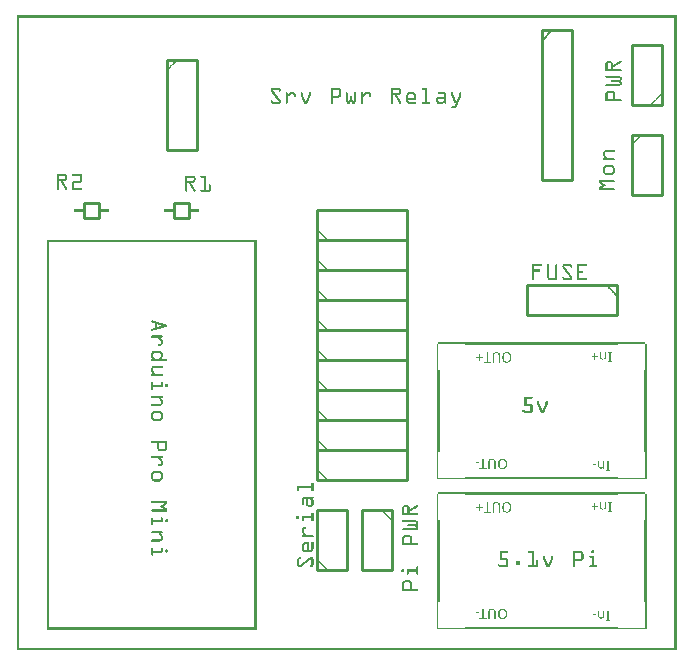
<source format=gto>
G04 MADE WITH FRITZING*
G04 WWW.FRITZING.ORG*
G04 DOUBLE SIDED*
G04 HOLES PLATED*
G04 CONTOUR ON CENTER OF CONTOUR VECTOR*
%ASAXBY*%
%FSLAX23Y23*%
%MOIN*%
%OFA0B0*%
%SFA1.0B1.0*%
%ADD10C,0.010000*%
%ADD11C,0.005000*%
%ADD12R,0.001000X0.001000*%
%LNSILK1*%
G90*
G70*
G54D10*
X1000Y268D02*
X1100Y268D01*
D02*
X1100Y268D02*
X1100Y468D01*
D02*
X1100Y468D02*
X1000Y468D01*
D02*
X1000Y468D02*
X1000Y268D01*
D02*
X1250Y468D02*
X1150Y468D01*
D02*
X1150Y468D02*
X1150Y268D01*
D02*
X1150Y268D02*
X1250Y268D01*
D02*
X1250Y268D02*
X1250Y468D01*
D02*
X1000Y568D02*
X1300Y568D01*
D02*
X1300Y568D02*
X1300Y668D01*
D02*
X1300Y668D02*
X1000Y668D01*
D02*
X1000Y668D02*
X1000Y568D01*
D02*
X1750Y2068D02*
X1750Y1568D01*
D02*
X1750Y1568D02*
X1850Y1568D01*
D02*
X1850Y1568D02*
X1850Y2068D01*
D02*
X1850Y2068D02*
X1750Y2068D01*
G54D11*
D02*
X1750Y2033D02*
X1785Y2068D01*
G54D10*
D02*
X500Y1968D02*
X500Y1668D01*
D02*
X500Y1668D02*
X600Y1668D01*
D02*
X600Y1668D02*
X600Y1968D01*
D02*
X600Y1968D02*
X500Y1968D01*
D02*
X1000Y668D02*
X1300Y668D01*
D02*
X1300Y668D02*
X1300Y768D01*
D02*
X1300Y768D02*
X1000Y768D01*
D02*
X1000Y768D02*
X1000Y668D01*
D02*
X1000Y768D02*
X1300Y768D01*
D02*
X1300Y768D02*
X1300Y868D01*
D02*
X1300Y868D02*
X1000Y868D01*
D02*
X1000Y868D02*
X1000Y768D01*
D02*
X1000Y868D02*
X1300Y868D01*
D02*
X1300Y868D02*
X1300Y968D01*
D02*
X1300Y968D02*
X1000Y968D01*
D02*
X1000Y968D02*
X1000Y868D01*
D02*
X1000Y968D02*
X1300Y968D01*
D02*
X1300Y968D02*
X1300Y1068D01*
D02*
X1300Y1068D02*
X1000Y1068D01*
D02*
X1000Y1068D02*
X1000Y968D01*
D02*
X1000Y1068D02*
X1300Y1068D01*
D02*
X1300Y1068D02*
X1300Y1168D01*
D02*
X1300Y1168D02*
X1000Y1168D01*
D02*
X1000Y1168D02*
X1000Y1068D01*
D02*
X1000Y1168D02*
X1300Y1168D01*
D02*
X1300Y1168D02*
X1300Y1268D01*
D02*
X1300Y1268D02*
X1000Y1268D01*
D02*
X1000Y1268D02*
X1000Y1168D01*
D02*
X1000Y1268D02*
X1300Y1268D01*
D02*
X1300Y1268D02*
X1300Y1368D01*
D02*
X1300Y1368D02*
X1000Y1368D01*
D02*
X1000Y1368D02*
X1000Y1268D01*
D02*
X1000Y1368D02*
X1300Y1368D01*
D02*
X1300Y1368D02*
X1300Y1468D01*
D02*
X1300Y1468D02*
X1000Y1468D01*
D02*
X1000Y1468D02*
X1000Y1368D01*
D02*
X2150Y1818D02*
X2150Y2018D01*
D02*
X2150Y2018D02*
X2050Y2018D01*
D02*
X2050Y2018D02*
X2050Y1818D01*
D02*
X2050Y1818D02*
X2150Y1818D01*
D02*
X2000Y1218D02*
X1700Y1218D01*
D02*
X1700Y1218D02*
X1700Y1118D01*
D02*
X1700Y1118D02*
X2000Y1118D01*
D02*
X2000Y1118D02*
X2000Y1218D01*
D02*
X2050Y1718D02*
X2050Y1518D01*
D02*
X2050Y1518D02*
X2150Y1518D01*
D02*
X2150Y1518D02*
X2150Y1718D01*
D02*
X2150Y1718D02*
X2050Y1718D01*
D02*
X525Y1493D02*
X575Y1493D01*
D02*
X575Y1493D02*
X575Y1443D01*
D02*
X575Y1443D02*
X525Y1443D01*
D02*
X525Y1443D02*
X525Y1493D01*
D02*
X225Y1493D02*
X275Y1493D01*
D02*
X275Y1493D02*
X275Y1443D01*
D02*
X275Y1443D02*
X225Y1443D01*
D02*
X225Y1443D02*
X225Y1493D01*
G54D12*
X0Y2117D02*
X2200Y2117D01*
X0Y2116D02*
X2200Y2116D01*
X0Y2115D02*
X2200Y2115D01*
X0Y2114D02*
X2200Y2114D01*
X0Y2113D02*
X2200Y2113D01*
X0Y2112D02*
X2200Y2112D01*
X0Y2111D02*
X2200Y2111D01*
X0Y2110D02*
X2200Y2110D01*
X0Y2109D02*
X7Y2109D01*
X2193Y2109D02*
X2200Y2109D01*
X0Y2108D02*
X7Y2108D01*
X2193Y2108D02*
X2200Y2108D01*
X0Y2107D02*
X7Y2107D01*
X2193Y2107D02*
X2200Y2107D01*
X0Y2106D02*
X7Y2106D01*
X2193Y2106D02*
X2200Y2106D01*
X0Y2105D02*
X7Y2105D01*
X2193Y2105D02*
X2200Y2105D01*
X0Y2104D02*
X7Y2104D01*
X2193Y2104D02*
X2200Y2104D01*
X0Y2103D02*
X7Y2103D01*
X2193Y2103D02*
X2200Y2103D01*
X0Y2102D02*
X7Y2102D01*
X2193Y2102D02*
X2200Y2102D01*
X0Y2101D02*
X7Y2101D01*
X2193Y2101D02*
X2200Y2101D01*
X0Y2100D02*
X7Y2100D01*
X2193Y2100D02*
X2200Y2100D01*
X0Y2099D02*
X7Y2099D01*
X2193Y2099D02*
X2200Y2099D01*
X0Y2098D02*
X7Y2098D01*
X2193Y2098D02*
X2200Y2098D01*
X0Y2097D02*
X7Y2097D01*
X2193Y2097D02*
X2200Y2097D01*
X0Y2096D02*
X7Y2096D01*
X2193Y2096D02*
X2200Y2096D01*
X0Y2095D02*
X7Y2095D01*
X2193Y2095D02*
X2200Y2095D01*
X0Y2094D02*
X7Y2094D01*
X2193Y2094D02*
X2200Y2094D01*
X0Y2093D02*
X7Y2093D01*
X2193Y2093D02*
X2200Y2093D01*
X0Y2092D02*
X7Y2092D01*
X2193Y2092D02*
X2200Y2092D01*
X0Y2091D02*
X7Y2091D01*
X2193Y2091D02*
X2200Y2091D01*
X0Y2090D02*
X7Y2090D01*
X2193Y2090D02*
X2200Y2090D01*
X0Y2089D02*
X7Y2089D01*
X2193Y2089D02*
X2200Y2089D01*
X0Y2088D02*
X7Y2088D01*
X2193Y2088D02*
X2200Y2088D01*
X0Y2087D02*
X7Y2087D01*
X2193Y2087D02*
X2200Y2087D01*
X0Y2086D02*
X7Y2086D01*
X2193Y2086D02*
X2200Y2086D01*
X0Y2085D02*
X7Y2085D01*
X2193Y2085D02*
X2200Y2085D01*
X0Y2084D02*
X7Y2084D01*
X2193Y2084D02*
X2200Y2084D01*
X0Y2083D02*
X7Y2083D01*
X2193Y2083D02*
X2200Y2083D01*
X0Y2082D02*
X7Y2082D01*
X2193Y2082D02*
X2200Y2082D01*
X0Y2081D02*
X7Y2081D01*
X2193Y2081D02*
X2200Y2081D01*
X0Y2080D02*
X7Y2080D01*
X2193Y2080D02*
X2200Y2080D01*
X0Y2079D02*
X7Y2079D01*
X2193Y2079D02*
X2200Y2079D01*
X0Y2078D02*
X7Y2078D01*
X2193Y2078D02*
X2200Y2078D01*
X0Y2077D02*
X7Y2077D01*
X2193Y2077D02*
X2200Y2077D01*
X0Y2076D02*
X7Y2076D01*
X2193Y2076D02*
X2200Y2076D01*
X0Y2075D02*
X7Y2075D01*
X2193Y2075D02*
X2200Y2075D01*
X0Y2074D02*
X7Y2074D01*
X2193Y2074D02*
X2200Y2074D01*
X0Y2073D02*
X7Y2073D01*
X2193Y2073D02*
X2200Y2073D01*
X0Y2072D02*
X7Y2072D01*
X2193Y2072D02*
X2200Y2072D01*
X0Y2071D02*
X7Y2071D01*
X2193Y2071D02*
X2200Y2071D01*
X0Y2070D02*
X7Y2070D01*
X2193Y2070D02*
X2200Y2070D01*
X0Y2069D02*
X7Y2069D01*
X2193Y2069D02*
X2200Y2069D01*
X0Y2068D02*
X7Y2068D01*
X2193Y2068D02*
X2200Y2068D01*
X0Y2067D02*
X7Y2067D01*
X2193Y2067D02*
X2200Y2067D01*
X0Y2066D02*
X7Y2066D01*
X2193Y2066D02*
X2200Y2066D01*
X0Y2065D02*
X7Y2065D01*
X2193Y2065D02*
X2200Y2065D01*
X0Y2064D02*
X7Y2064D01*
X2193Y2064D02*
X2200Y2064D01*
X0Y2063D02*
X7Y2063D01*
X2193Y2063D02*
X2200Y2063D01*
X0Y2062D02*
X7Y2062D01*
X2193Y2062D02*
X2200Y2062D01*
X0Y2061D02*
X7Y2061D01*
X2193Y2061D02*
X2200Y2061D01*
X0Y2060D02*
X7Y2060D01*
X2193Y2060D02*
X2200Y2060D01*
X0Y2059D02*
X7Y2059D01*
X2193Y2059D02*
X2200Y2059D01*
X0Y2058D02*
X7Y2058D01*
X2193Y2058D02*
X2200Y2058D01*
X0Y2057D02*
X7Y2057D01*
X2193Y2057D02*
X2200Y2057D01*
X0Y2056D02*
X7Y2056D01*
X2193Y2056D02*
X2200Y2056D01*
X0Y2055D02*
X7Y2055D01*
X2193Y2055D02*
X2200Y2055D01*
X0Y2054D02*
X7Y2054D01*
X2193Y2054D02*
X2200Y2054D01*
X0Y2053D02*
X7Y2053D01*
X2193Y2053D02*
X2200Y2053D01*
X0Y2052D02*
X7Y2052D01*
X2193Y2052D02*
X2200Y2052D01*
X0Y2051D02*
X7Y2051D01*
X2193Y2051D02*
X2200Y2051D01*
X0Y2050D02*
X7Y2050D01*
X2193Y2050D02*
X2200Y2050D01*
X0Y2049D02*
X7Y2049D01*
X2193Y2049D02*
X2200Y2049D01*
X0Y2048D02*
X7Y2048D01*
X2193Y2048D02*
X2200Y2048D01*
X0Y2047D02*
X7Y2047D01*
X2193Y2047D02*
X2200Y2047D01*
X0Y2046D02*
X7Y2046D01*
X2193Y2046D02*
X2200Y2046D01*
X0Y2045D02*
X7Y2045D01*
X2193Y2045D02*
X2200Y2045D01*
X0Y2044D02*
X7Y2044D01*
X2193Y2044D02*
X2200Y2044D01*
X0Y2043D02*
X7Y2043D01*
X2193Y2043D02*
X2200Y2043D01*
X0Y2042D02*
X7Y2042D01*
X2193Y2042D02*
X2200Y2042D01*
X0Y2041D02*
X7Y2041D01*
X2193Y2041D02*
X2200Y2041D01*
X0Y2040D02*
X7Y2040D01*
X2193Y2040D02*
X2200Y2040D01*
X0Y2039D02*
X7Y2039D01*
X2193Y2039D02*
X2200Y2039D01*
X0Y2038D02*
X7Y2038D01*
X2193Y2038D02*
X2200Y2038D01*
X0Y2037D02*
X7Y2037D01*
X2193Y2037D02*
X2200Y2037D01*
X0Y2036D02*
X7Y2036D01*
X2193Y2036D02*
X2200Y2036D01*
X0Y2035D02*
X7Y2035D01*
X2193Y2035D02*
X2200Y2035D01*
X0Y2034D02*
X7Y2034D01*
X2193Y2034D02*
X2200Y2034D01*
X0Y2033D02*
X7Y2033D01*
X2193Y2033D02*
X2200Y2033D01*
X0Y2032D02*
X7Y2032D01*
X2193Y2032D02*
X2200Y2032D01*
X0Y2031D02*
X7Y2031D01*
X2193Y2031D02*
X2200Y2031D01*
X0Y2030D02*
X7Y2030D01*
X2193Y2030D02*
X2200Y2030D01*
X0Y2029D02*
X7Y2029D01*
X2193Y2029D02*
X2200Y2029D01*
X0Y2028D02*
X7Y2028D01*
X2193Y2028D02*
X2200Y2028D01*
X0Y2027D02*
X7Y2027D01*
X2193Y2027D02*
X2200Y2027D01*
X0Y2026D02*
X7Y2026D01*
X2193Y2026D02*
X2200Y2026D01*
X0Y2025D02*
X7Y2025D01*
X2193Y2025D02*
X2200Y2025D01*
X0Y2024D02*
X7Y2024D01*
X2193Y2024D02*
X2200Y2024D01*
X0Y2023D02*
X7Y2023D01*
X2193Y2023D02*
X2200Y2023D01*
X0Y2022D02*
X7Y2022D01*
X2193Y2022D02*
X2200Y2022D01*
X0Y2021D02*
X7Y2021D01*
X2193Y2021D02*
X2200Y2021D01*
X0Y2020D02*
X7Y2020D01*
X2193Y2020D02*
X2200Y2020D01*
X0Y2019D02*
X7Y2019D01*
X2193Y2019D02*
X2200Y2019D01*
X0Y2018D02*
X7Y2018D01*
X2193Y2018D02*
X2200Y2018D01*
X0Y2017D02*
X7Y2017D01*
X2193Y2017D02*
X2200Y2017D01*
X0Y2016D02*
X7Y2016D01*
X2193Y2016D02*
X2200Y2016D01*
X0Y2015D02*
X7Y2015D01*
X2193Y2015D02*
X2200Y2015D01*
X0Y2014D02*
X7Y2014D01*
X2193Y2014D02*
X2200Y2014D01*
X0Y2013D02*
X7Y2013D01*
X2193Y2013D02*
X2200Y2013D01*
X0Y2012D02*
X7Y2012D01*
X2193Y2012D02*
X2200Y2012D01*
X0Y2011D02*
X7Y2011D01*
X2193Y2011D02*
X2200Y2011D01*
X0Y2010D02*
X7Y2010D01*
X2193Y2010D02*
X2200Y2010D01*
X0Y2009D02*
X7Y2009D01*
X2193Y2009D02*
X2200Y2009D01*
X0Y2008D02*
X7Y2008D01*
X2193Y2008D02*
X2200Y2008D01*
X0Y2007D02*
X7Y2007D01*
X2193Y2007D02*
X2200Y2007D01*
X0Y2006D02*
X7Y2006D01*
X2193Y2006D02*
X2200Y2006D01*
X0Y2005D02*
X7Y2005D01*
X2193Y2005D02*
X2200Y2005D01*
X0Y2004D02*
X7Y2004D01*
X2193Y2004D02*
X2200Y2004D01*
X0Y2003D02*
X7Y2003D01*
X2193Y2003D02*
X2200Y2003D01*
X0Y2002D02*
X7Y2002D01*
X2193Y2002D02*
X2200Y2002D01*
X0Y2001D02*
X7Y2001D01*
X2193Y2001D02*
X2200Y2001D01*
X0Y2000D02*
X7Y2000D01*
X2193Y2000D02*
X2200Y2000D01*
X0Y1999D02*
X7Y1999D01*
X2193Y1999D02*
X2200Y1999D01*
X0Y1998D02*
X7Y1998D01*
X2193Y1998D02*
X2200Y1998D01*
X0Y1997D02*
X7Y1997D01*
X2193Y1997D02*
X2200Y1997D01*
X0Y1996D02*
X7Y1996D01*
X2193Y1996D02*
X2200Y1996D01*
X0Y1995D02*
X7Y1995D01*
X2193Y1995D02*
X2200Y1995D01*
X0Y1994D02*
X7Y1994D01*
X2193Y1994D02*
X2200Y1994D01*
X0Y1993D02*
X7Y1993D01*
X2193Y1993D02*
X2200Y1993D01*
X0Y1992D02*
X7Y1992D01*
X2193Y1992D02*
X2200Y1992D01*
X0Y1991D02*
X7Y1991D01*
X2193Y1991D02*
X2200Y1991D01*
X0Y1990D02*
X7Y1990D01*
X2193Y1990D02*
X2200Y1990D01*
X0Y1989D02*
X7Y1989D01*
X2193Y1989D02*
X2200Y1989D01*
X0Y1988D02*
X7Y1988D01*
X2193Y1988D02*
X2200Y1988D01*
X0Y1987D02*
X7Y1987D01*
X2193Y1987D02*
X2200Y1987D01*
X0Y1986D02*
X7Y1986D01*
X2193Y1986D02*
X2200Y1986D01*
X0Y1985D02*
X7Y1985D01*
X2193Y1985D02*
X2200Y1985D01*
X0Y1984D02*
X7Y1984D01*
X2193Y1984D02*
X2200Y1984D01*
X0Y1983D02*
X7Y1983D01*
X2193Y1983D02*
X2200Y1983D01*
X0Y1982D02*
X7Y1982D01*
X2193Y1982D02*
X2200Y1982D01*
X0Y1981D02*
X7Y1981D01*
X2193Y1981D02*
X2200Y1981D01*
X0Y1980D02*
X7Y1980D01*
X2193Y1980D02*
X2200Y1980D01*
X0Y1979D02*
X7Y1979D01*
X2193Y1979D02*
X2200Y1979D01*
X0Y1978D02*
X7Y1978D01*
X2193Y1978D02*
X2200Y1978D01*
X0Y1977D02*
X7Y1977D01*
X2193Y1977D02*
X2200Y1977D01*
X0Y1976D02*
X7Y1976D01*
X2193Y1976D02*
X2200Y1976D01*
X0Y1975D02*
X7Y1975D01*
X2193Y1975D02*
X2200Y1975D01*
X0Y1974D02*
X7Y1974D01*
X2193Y1974D02*
X2200Y1974D01*
X0Y1973D02*
X7Y1973D01*
X2193Y1973D02*
X2200Y1973D01*
X0Y1972D02*
X7Y1972D01*
X2193Y1972D02*
X2200Y1972D01*
X0Y1971D02*
X7Y1971D01*
X2193Y1971D02*
X2200Y1971D01*
X0Y1970D02*
X7Y1970D01*
X533Y1970D02*
X533Y1970D01*
X2193Y1970D02*
X2200Y1970D01*
X0Y1969D02*
X7Y1969D01*
X532Y1969D02*
X534Y1969D01*
X2193Y1969D02*
X2200Y1969D01*
X0Y1968D02*
X7Y1968D01*
X531Y1968D02*
X535Y1968D01*
X2193Y1968D02*
X2200Y1968D01*
X0Y1967D02*
X7Y1967D01*
X530Y1967D02*
X536Y1967D01*
X2193Y1967D02*
X2200Y1967D01*
X0Y1966D02*
X7Y1966D01*
X529Y1966D02*
X535Y1966D01*
X2193Y1966D02*
X2200Y1966D01*
X0Y1965D02*
X7Y1965D01*
X528Y1965D02*
X534Y1965D01*
X1969Y1965D02*
X1980Y1965D01*
X2011Y1965D02*
X2015Y1965D01*
X2193Y1965D02*
X2200Y1965D01*
X0Y1964D02*
X7Y1964D01*
X527Y1964D02*
X533Y1964D01*
X1967Y1964D02*
X1982Y1964D01*
X2009Y1964D02*
X2016Y1964D01*
X2193Y1964D02*
X2200Y1964D01*
X0Y1963D02*
X7Y1963D01*
X526Y1963D02*
X532Y1963D01*
X1966Y1963D02*
X1983Y1963D01*
X2008Y1963D02*
X2016Y1963D01*
X2193Y1963D02*
X2200Y1963D01*
X0Y1962D02*
X7Y1962D01*
X525Y1962D02*
X531Y1962D01*
X1965Y1962D02*
X1984Y1962D01*
X2006Y1962D02*
X2016Y1962D01*
X2193Y1962D02*
X2200Y1962D01*
X0Y1961D02*
X7Y1961D01*
X524Y1961D02*
X530Y1961D01*
X1965Y1961D02*
X1985Y1961D01*
X2004Y1961D02*
X2016Y1961D01*
X2193Y1961D02*
X2200Y1961D01*
X0Y1960D02*
X7Y1960D01*
X523Y1960D02*
X529Y1960D01*
X1964Y1960D02*
X1985Y1960D01*
X2002Y1960D02*
X2015Y1960D01*
X2193Y1960D02*
X2200Y1960D01*
X0Y1959D02*
X7Y1959D01*
X522Y1959D02*
X528Y1959D01*
X1964Y1959D02*
X1986Y1959D01*
X2001Y1959D02*
X2014Y1959D01*
X2193Y1959D02*
X2200Y1959D01*
X0Y1958D02*
X7Y1958D01*
X521Y1958D02*
X527Y1958D01*
X1963Y1958D02*
X1970Y1958D01*
X1979Y1958D02*
X1986Y1958D01*
X1999Y1958D02*
X2012Y1958D01*
X2193Y1958D02*
X2200Y1958D01*
X0Y1957D02*
X7Y1957D01*
X520Y1957D02*
X526Y1957D01*
X1963Y1957D02*
X1969Y1957D01*
X1980Y1957D02*
X1986Y1957D01*
X1997Y1957D02*
X2010Y1957D01*
X2193Y1957D02*
X2200Y1957D01*
X0Y1956D02*
X7Y1956D01*
X519Y1956D02*
X525Y1956D01*
X1963Y1956D02*
X1969Y1956D01*
X1980Y1956D02*
X1987Y1956D01*
X1996Y1956D02*
X2009Y1956D01*
X2193Y1956D02*
X2200Y1956D01*
X0Y1955D02*
X7Y1955D01*
X518Y1955D02*
X524Y1955D01*
X1963Y1955D02*
X1969Y1955D01*
X1981Y1955D02*
X1987Y1955D01*
X1994Y1955D02*
X2007Y1955D01*
X2193Y1955D02*
X2200Y1955D01*
X0Y1954D02*
X7Y1954D01*
X517Y1954D02*
X523Y1954D01*
X1963Y1954D02*
X1969Y1954D01*
X1981Y1954D02*
X1987Y1954D01*
X1992Y1954D02*
X2005Y1954D01*
X2193Y1954D02*
X2200Y1954D01*
X0Y1953D02*
X7Y1953D01*
X516Y1953D02*
X521Y1953D01*
X1963Y1953D02*
X1969Y1953D01*
X1981Y1953D02*
X1987Y1953D01*
X1990Y1953D02*
X2003Y1953D01*
X2193Y1953D02*
X2200Y1953D01*
X0Y1952D02*
X7Y1952D01*
X515Y1952D02*
X520Y1952D01*
X1963Y1952D02*
X1969Y1952D01*
X1981Y1952D02*
X1987Y1952D01*
X1989Y1952D02*
X2002Y1952D01*
X2193Y1952D02*
X2200Y1952D01*
X0Y1951D02*
X7Y1951D01*
X514Y1951D02*
X519Y1951D01*
X1963Y1951D02*
X1969Y1951D01*
X1981Y1951D02*
X2000Y1951D01*
X2193Y1951D02*
X2200Y1951D01*
X0Y1950D02*
X7Y1950D01*
X513Y1950D02*
X518Y1950D01*
X1963Y1950D02*
X1969Y1950D01*
X1981Y1950D02*
X1998Y1950D01*
X2193Y1950D02*
X2200Y1950D01*
X0Y1949D02*
X7Y1949D01*
X512Y1949D02*
X517Y1949D01*
X1963Y1949D02*
X1969Y1949D01*
X1981Y1949D02*
X1997Y1949D01*
X2193Y1949D02*
X2200Y1949D01*
X0Y1948D02*
X7Y1948D01*
X511Y1948D02*
X516Y1948D01*
X1963Y1948D02*
X1969Y1948D01*
X1981Y1948D02*
X1995Y1948D01*
X2193Y1948D02*
X2200Y1948D01*
X0Y1947D02*
X7Y1947D01*
X510Y1947D02*
X515Y1947D01*
X1963Y1947D02*
X1969Y1947D01*
X1981Y1947D02*
X1993Y1947D01*
X2193Y1947D02*
X2200Y1947D01*
X0Y1946D02*
X7Y1946D01*
X509Y1946D02*
X515Y1946D01*
X1963Y1946D02*
X1969Y1946D01*
X1981Y1946D02*
X1991Y1946D01*
X2193Y1946D02*
X2200Y1946D01*
X0Y1945D02*
X7Y1945D01*
X508Y1945D02*
X514Y1945D01*
X1963Y1945D02*
X1969Y1945D01*
X1981Y1945D02*
X1990Y1945D01*
X2193Y1945D02*
X2200Y1945D01*
X0Y1944D02*
X7Y1944D01*
X507Y1944D02*
X513Y1944D01*
X1963Y1944D02*
X1969Y1944D01*
X1981Y1944D02*
X1988Y1944D01*
X2193Y1944D02*
X2200Y1944D01*
X0Y1943D02*
X7Y1943D01*
X506Y1943D02*
X512Y1943D01*
X1963Y1943D02*
X1969Y1943D01*
X1981Y1943D02*
X1987Y1943D01*
X2193Y1943D02*
X2200Y1943D01*
X0Y1942D02*
X7Y1942D01*
X505Y1942D02*
X511Y1942D01*
X1963Y1942D02*
X1969Y1942D01*
X1981Y1942D02*
X1987Y1942D01*
X2193Y1942D02*
X2200Y1942D01*
X0Y1941D02*
X7Y1941D01*
X504Y1941D02*
X510Y1941D01*
X1963Y1941D02*
X1969Y1941D01*
X1981Y1941D02*
X1987Y1941D01*
X2193Y1941D02*
X2200Y1941D01*
X0Y1940D02*
X7Y1940D01*
X503Y1940D02*
X509Y1940D01*
X1963Y1940D02*
X1969Y1940D01*
X1981Y1940D02*
X1987Y1940D01*
X2193Y1940D02*
X2200Y1940D01*
X0Y1939D02*
X7Y1939D01*
X502Y1939D02*
X508Y1939D01*
X1963Y1939D02*
X1969Y1939D01*
X1981Y1939D02*
X1987Y1939D01*
X2193Y1939D02*
X2200Y1939D01*
X0Y1938D02*
X7Y1938D01*
X501Y1938D02*
X507Y1938D01*
X1963Y1938D02*
X2014Y1938D01*
X2193Y1938D02*
X2200Y1938D01*
X0Y1937D02*
X7Y1937D01*
X500Y1937D02*
X506Y1937D01*
X1963Y1937D02*
X2015Y1937D01*
X2193Y1937D02*
X2200Y1937D01*
X0Y1936D02*
X7Y1936D01*
X499Y1936D02*
X505Y1936D01*
X1963Y1936D02*
X2016Y1936D01*
X2193Y1936D02*
X2200Y1936D01*
X0Y1935D02*
X7Y1935D01*
X499Y1935D02*
X504Y1935D01*
X1963Y1935D02*
X2016Y1935D01*
X2193Y1935D02*
X2200Y1935D01*
X0Y1934D02*
X7Y1934D01*
X500Y1934D02*
X503Y1934D01*
X1963Y1934D02*
X2016Y1934D01*
X2193Y1934D02*
X2200Y1934D01*
X0Y1933D02*
X7Y1933D01*
X501Y1933D02*
X502Y1933D01*
X1963Y1933D02*
X2015Y1933D01*
X2193Y1933D02*
X2200Y1933D01*
X0Y1932D02*
X7Y1932D01*
X1963Y1932D02*
X2014Y1932D01*
X2193Y1932D02*
X2200Y1932D01*
X0Y1931D02*
X7Y1931D01*
X2193Y1931D02*
X2200Y1931D01*
X0Y1930D02*
X7Y1930D01*
X2193Y1930D02*
X2200Y1930D01*
X0Y1929D02*
X7Y1929D01*
X2193Y1929D02*
X2200Y1929D01*
X0Y1928D02*
X7Y1928D01*
X2193Y1928D02*
X2200Y1928D01*
X0Y1927D02*
X7Y1927D01*
X2193Y1927D02*
X2200Y1927D01*
X0Y1926D02*
X7Y1926D01*
X2193Y1926D02*
X2200Y1926D01*
X0Y1925D02*
X7Y1925D01*
X2193Y1925D02*
X2200Y1925D01*
X0Y1924D02*
X7Y1924D01*
X2193Y1924D02*
X2200Y1924D01*
X0Y1923D02*
X7Y1923D01*
X2193Y1923D02*
X2200Y1923D01*
X0Y1922D02*
X7Y1922D01*
X2193Y1922D02*
X2200Y1922D01*
X0Y1921D02*
X7Y1921D01*
X2193Y1921D02*
X2200Y1921D01*
X0Y1920D02*
X7Y1920D01*
X2193Y1920D02*
X2200Y1920D01*
X0Y1919D02*
X7Y1919D01*
X2193Y1919D02*
X2200Y1919D01*
X0Y1918D02*
X7Y1918D01*
X2193Y1918D02*
X2200Y1918D01*
X0Y1917D02*
X7Y1917D01*
X2193Y1917D02*
X2200Y1917D01*
X0Y1916D02*
X7Y1916D01*
X2193Y1916D02*
X2200Y1916D01*
X0Y1915D02*
X7Y1915D01*
X1964Y1915D02*
X2009Y1915D01*
X2193Y1915D02*
X2200Y1915D01*
X0Y1914D02*
X7Y1914D01*
X1963Y1914D02*
X2011Y1914D01*
X2193Y1914D02*
X2200Y1914D01*
X0Y1913D02*
X7Y1913D01*
X1963Y1913D02*
X2012Y1913D01*
X2193Y1913D02*
X2200Y1913D01*
X0Y1912D02*
X7Y1912D01*
X1963Y1912D02*
X2014Y1912D01*
X2193Y1912D02*
X2200Y1912D01*
X0Y1911D02*
X7Y1911D01*
X1963Y1911D02*
X2015Y1911D01*
X2193Y1911D02*
X2200Y1911D01*
X0Y1910D02*
X7Y1910D01*
X1964Y1910D02*
X2016Y1910D01*
X2193Y1910D02*
X2200Y1910D01*
X0Y1909D02*
X7Y1909D01*
X1965Y1909D02*
X2016Y1909D01*
X2193Y1909D02*
X2200Y1909D01*
X0Y1908D02*
X7Y1908D01*
X2008Y1908D02*
X2016Y1908D01*
X2193Y1908D02*
X2200Y1908D01*
X0Y1907D02*
X7Y1907D01*
X2010Y1907D02*
X2016Y1907D01*
X2193Y1907D02*
X2200Y1907D01*
X0Y1906D02*
X7Y1906D01*
X2010Y1906D02*
X2016Y1906D01*
X2193Y1906D02*
X2200Y1906D01*
X0Y1905D02*
X7Y1905D01*
X2010Y1905D02*
X2016Y1905D01*
X2193Y1905D02*
X2200Y1905D01*
X0Y1904D02*
X7Y1904D01*
X2010Y1904D02*
X2016Y1904D01*
X2193Y1904D02*
X2200Y1904D01*
X0Y1903D02*
X7Y1903D01*
X2008Y1903D02*
X2016Y1903D01*
X2193Y1903D02*
X2200Y1903D01*
X0Y1902D02*
X7Y1902D01*
X2006Y1902D02*
X2016Y1902D01*
X2193Y1902D02*
X2200Y1902D01*
X0Y1901D02*
X7Y1901D01*
X1982Y1901D02*
X2016Y1901D01*
X2193Y1901D02*
X2200Y1901D01*
X0Y1900D02*
X7Y1900D01*
X1981Y1900D02*
X2015Y1900D01*
X2193Y1900D02*
X2200Y1900D01*
X0Y1899D02*
X7Y1899D01*
X1981Y1899D02*
X2014Y1899D01*
X2193Y1899D02*
X2200Y1899D01*
X0Y1898D02*
X7Y1898D01*
X1981Y1898D02*
X2014Y1898D01*
X2193Y1898D02*
X2200Y1898D01*
X0Y1897D02*
X7Y1897D01*
X1981Y1897D02*
X2015Y1897D01*
X2193Y1897D02*
X2200Y1897D01*
X0Y1896D02*
X7Y1896D01*
X1982Y1896D02*
X2016Y1896D01*
X2193Y1896D02*
X2200Y1896D01*
X0Y1895D02*
X7Y1895D01*
X1984Y1895D02*
X2016Y1895D01*
X2193Y1895D02*
X2200Y1895D01*
X0Y1894D02*
X7Y1894D01*
X2008Y1894D02*
X2016Y1894D01*
X2193Y1894D02*
X2200Y1894D01*
X0Y1893D02*
X7Y1893D01*
X2010Y1893D02*
X2016Y1893D01*
X2193Y1893D02*
X2200Y1893D01*
X0Y1892D02*
X7Y1892D01*
X2010Y1892D02*
X2016Y1892D01*
X2193Y1892D02*
X2200Y1892D01*
X0Y1891D02*
X7Y1891D01*
X2010Y1891D02*
X2016Y1891D01*
X2193Y1891D02*
X2200Y1891D01*
X0Y1890D02*
X7Y1890D01*
X2010Y1890D02*
X2016Y1890D01*
X2193Y1890D02*
X2200Y1890D01*
X0Y1889D02*
X7Y1889D01*
X2008Y1889D02*
X2016Y1889D01*
X2193Y1889D02*
X2200Y1889D01*
X0Y1888D02*
X7Y1888D01*
X1965Y1888D02*
X2016Y1888D01*
X2193Y1888D02*
X2200Y1888D01*
X0Y1887D02*
X7Y1887D01*
X1964Y1887D02*
X2016Y1887D01*
X2193Y1887D02*
X2200Y1887D01*
X0Y1886D02*
X7Y1886D01*
X1963Y1886D02*
X2015Y1886D01*
X2193Y1886D02*
X2200Y1886D01*
X0Y1885D02*
X7Y1885D01*
X1963Y1885D02*
X2014Y1885D01*
X2193Y1885D02*
X2200Y1885D01*
X0Y1884D02*
X7Y1884D01*
X1963Y1884D02*
X2012Y1884D01*
X2193Y1884D02*
X2200Y1884D01*
X0Y1883D02*
X7Y1883D01*
X1963Y1883D02*
X2011Y1883D01*
X2193Y1883D02*
X2200Y1883D01*
X0Y1882D02*
X7Y1882D01*
X1964Y1882D02*
X2009Y1882D01*
X2193Y1882D02*
X2200Y1882D01*
X0Y1881D02*
X7Y1881D01*
X2193Y1881D02*
X2200Y1881D01*
X0Y1880D02*
X7Y1880D01*
X2193Y1880D02*
X2200Y1880D01*
X0Y1879D02*
X7Y1879D01*
X2193Y1879D02*
X2200Y1879D01*
X0Y1878D02*
X7Y1878D01*
X2193Y1878D02*
X2200Y1878D01*
X0Y1877D02*
X7Y1877D01*
X2193Y1877D02*
X2200Y1877D01*
X0Y1876D02*
X7Y1876D01*
X852Y1876D02*
X873Y1876D01*
X1047Y1876D02*
X1073Y1876D01*
X1248Y1876D02*
X1274Y1876D01*
X1354Y1876D02*
X1366Y1876D01*
X2193Y1876D02*
X2200Y1876D01*
X0Y1875D02*
X7Y1875D01*
X850Y1875D02*
X875Y1875D01*
X1047Y1875D02*
X1075Y1875D01*
X1248Y1875D02*
X1276Y1875D01*
X1353Y1875D02*
X1367Y1875D01*
X2193Y1875D02*
X2200Y1875D01*
X0Y1874D02*
X7Y1874D01*
X849Y1874D02*
X877Y1874D01*
X1047Y1874D02*
X1077Y1874D01*
X1248Y1874D02*
X1277Y1874D01*
X1352Y1874D02*
X1368Y1874D01*
X2193Y1874D02*
X2200Y1874D01*
X0Y1873D02*
X7Y1873D01*
X848Y1873D02*
X878Y1873D01*
X1047Y1873D02*
X1078Y1873D01*
X1248Y1873D02*
X1279Y1873D01*
X1352Y1873D02*
X1368Y1873D01*
X2193Y1873D02*
X2200Y1873D01*
X0Y1872D02*
X7Y1872D01*
X847Y1872D02*
X878Y1872D01*
X1047Y1872D02*
X1079Y1872D01*
X1248Y1872D02*
X1279Y1872D01*
X1352Y1872D02*
X1368Y1872D01*
X2193Y1872D02*
X2200Y1872D01*
X0Y1871D02*
X7Y1871D01*
X847Y1871D02*
X879Y1871D01*
X1047Y1871D02*
X1079Y1871D01*
X1248Y1871D02*
X1280Y1871D01*
X1352Y1871D02*
X1368Y1871D01*
X2193Y1871D02*
X2200Y1871D01*
X0Y1870D02*
X7Y1870D01*
X847Y1870D02*
X879Y1870D01*
X1047Y1870D02*
X1080Y1870D01*
X1248Y1870D02*
X1281Y1870D01*
X1353Y1870D02*
X1368Y1870D01*
X2193Y1870D02*
X2200Y1870D01*
X0Y1869D02*
X7Y1869D01*
X847Y1869D02*
X853Y1869D01*
X873Y1869D02*
X880Y1869D01*
X1047Y1869D02*
X1053Y1869D01*
X1073Y1869D02*
X1080Y1869D01*
X1248Y1869D02*
X1254Y1869D01*
X1273Y1869D02*
X1281Y1869D01*
X1362Y1869D02*
X1368Y1869D01*
X2193Y1869D02*
X2200Y1869D01*
X0Y1868D02*
X7Y1868D01*
X847Y1868D02*
X853Y1868D01*
X874Y1868D02*
X880Y1868D01*
X1047Y1868D02*
X1053Y1868D01*
X1074Y1868D02*
X1081Y1868D01*
X1248Y1868D02*
X1254Y1868D01*
X1275Y1868D02*
X1281Y1868D01*
X1362Y1868D02*
X1368Y1868D01*
X2193Y1868D02*
X2200Y1868D01*
X0Y1867D02*
X7Y1867D01*
X847Y1867D02*
X853Y1867D01*
X874Y1867D02*
X880Y1867D01*
X1047Y1867D02*
X1053Y1867D01*
X1075Y1867D02*
X1081Y1867D01*
X1248Y1867D02*
X1254Y1867D01*
X1275Y1867D02*
X1281Y1867D01*
X1362Y1867D02*
X1368Y1867D01*
X2193Y1867D02*
X2200Y1867D01*
X0Y1866D02*
X7Y1866D01*
X847Y1866D02*
X854Y1866D01*
X874Y1866D02*
X880Y1866D01*
X1047Y1866D02*
X1053Y1866D01*
X1075Y1866D02*
X1081Y1866D01*
X1248Y1866D02*
X1254Y1866D01*
X1275Y1866D02*
X1282Y1866D01*
X1362Y1866D02*
X1368Y1866D01*
X2193Y1866D02*
X2200Y1866D01*
X0Y1865D02*
X7Y1865D01*
X847Y1865D02*
X855Y1865D01*
X875Y1865D02*
X879Y1865D01*
X1047Y1865D02*
X1053Y1865D01*
X1075Y1865D02*
X1081Y1865D01*
X1248Y1865D02*
X1254Y1865D01*
X1276Y1865D02*
X1282Y1865D01*
X1362Y1865D02*
X1368Y1865D01*
X1970Y1865D02*
X1988Y1865D01*
X2193Y1865D02*
X2200Y1865D01*
X0Y1864D02*
X7Y1864D01*
X848Y1864D02*
X856Y1864D01*
X876Y1864D02*
X878Y1864D01*
X1047Y1864D02*
X1053Y1864D01*
X1075Y1864D02*
X1081Y1864D01*
X1248Y1864D02*
X1254Y1864D01*
X1276Y1864D02*
X1282Y1864D01*
X1362Y1864D02*
X1368Y1864D01*
X1968Y1864D02*
X1990Y1864D01*
X2193Y1864D02*
X2200Y1864D01*
X0Y1863D02*
X7Y1863D01*
X848Y1863D02*
X856Y1863D01*
X1047Y1863D02*
X1053Y1863D01*
X1075Y1863D02*
X1081Y1863D01*
X1248Y1863D02*
X1254Y1863D01*
X1276Y1863D02*
X1282Y1863D01*
X1362Y1863D02*
X1368Y1863D01*
X1967Y1863D02*
X1992Y1863D01*
X2193Y1863D02*
X2200Y1863D01*
X0Y1862D02*
X7Y1862D01*
X849Y1862D02*
X857Y1862D01*
X1047Y1862D02*
X1053Y1862D01*
X1075Y1862D02*
X1081Y1862D01*
X1248Y1862D02*
X1254Y1862D01*
X1275Y1862D02*
X1282Y1862D01*
X1362Y1862D02*
X1368Y1862D01*
X1966Y1862D02*
X1993Y1862D01*
X2193Y1862D02*
X2200Y1862D01*
X0Y1861D02*
X7Y1861D01*
X850Y1861D02*
X858Y1861D01*
X898Y1861D02*
X901Y1861D01*
X912Y1861D02*
X923Y1861D01*
X948Y1861D02*
X951Y1861D01*
X976Y1861D02*
X979Y1861D01*
X1047Y1861D02*
X1053Y1861D01*
X1075Y1861D02*
X1081Y1861D01*
X1098Y1861D02*
X1101Y1861D01*
X1127Y1861D02*
X1130Y1861D01*
X1149Y1861D02*
X1152Y1861D01*
X1163Y1861D02*
X1174Y1861D01*
X1248Y1861D02*
X1254Y1861D01*
X1275Y1861D02*
X1281Y1861D01*
X1308Y1861D02*
X1322Y1861D01*
X1362Y1861D02*
X1368Y1861D01*
X1407Y1861D02*
X1424Y1861D01*
X1450Y1861D02*
X1453Y1861D01*
X1478Y1861D02*
X1481Y1861D01*
X1965Y1861D02*
X1993Y1861D01*
X2193Y1861D02*
X2200Y1861D01*
X0Y1860D02*
X7Y1860D01*
X851Y1860D02*
X859Y1860D01*
X897Y1860D02*
X902Y1860D01*
X911Y1860D02*
X925Y1860D01*
X947Y1860D02*
X952Y1860D01*
X975Y1860D02*
X980Y1860D01*
X1047Y1860D02*
X1053Y1860D01*
X1075Y1860D02*
X1081Y1860D01*
X1097Y1860D02*
X1102Y1860D01*
X1126Y1860D02*
X1131Y1860D01*
X1148Y1860D02*
X1153Y1860D01*
X1162Y1860D02*
X1176Y1860D01*
X1248Y1860D02*
X1254Y1860D01*
X1275Y1860D02*
X1281Y1860D01*
X1306Y1860D02*
X1324Y1860D01*
X1362Y1860D02*
X1368Y1860D01*
X1406Y1860D02*
X1426Y1860D01*
X1449Y1860D02*
X1454Y1860D01*
X1477Y1860D02*
X1482Y1860D01*
X1964Y1860D02*
X1994Y1860D01*
X2193Y1860D02*
X2200Y1860D01*
X0Y1859D02*
X7Y1859D01*
X852Y1859D02*
X860Y1859D01*
X897Y1859D02*
X902Y1859D01*
X910Y1859D02*
X927Y1859D01*
X947Y1859D02*
X953Y1859D01*
X975Y1859D02*
X980Y1859D01*
X1047Y1859D02*
X1053Y1859D01*
X1075Y1859D02*
X1081Y1859D01*
X1097Y1859D02*
X1102Y1859D01*
X1126Y1859D02*
X1132Y1859D01*
X1148Y1859D02*
X1153Y1859D01*
X1160Y1859D02*
X1178Y1859D01*
X1248Y1859D02*
X1254Y1859D01*
X1273Y1859D02*
X1281Y1859D01*
X1304Y1859D02*
X1326Y1859D01*
X1362Y1859D02*
X1368Y1859D01*
X1406Y1859D02*
X1428Y1859D01*
X1449Y1859D02*
X1455Y1859D01*
X1476Y1859D02*
X1482Y1859D01*
X1964Y1859D02*
X1995Y1859D01*
X2193Y1859D02*
X2200Y1859D01*
X0Y1858D02*
X7Y1858D01*
X852Y1858D02*
X860Y1858D01*
X897Y1858D02*
X903Y1858D01*
X908Y1858D02*
X928Y1858D01*
X947Y1858D02*
X953Y1858D01*
X974Y1858D02*
X980Y1858D01*
X1047Y1858D02*
X1053Y1858D01*
X1075Y1858D02*
X1081Y1858D01*
X1097Y1858D02*
X1103Y1858D01*
X1126Y1858D02*
X1132Y1858D01*
X1148Y1858D02*
X1154Y1858D01*
X1159Y1858D02*
X1179Y1858D01*
X1248Y1858D02*
X1281Y1858D01*
X1303Y1858D02*
X1327Y1858D01*
X1362Y1858D02*
X1368Y1858D01*
X1405Y1858D02*
X1429Y1858D01*
X1449Y1858D02*
X1455Y1858D01*
X1476Y1858D02*
X1482Y1858D01*
X1963Y1858D02*
X1971Y1858D01*
X1988Y1858D02*
X1995Y1858D01*
X2193Y1858D02*
X2200Y1858D01*
X0Y1857D02*
X7Y1857D01*
X853Y1857D02*
X861Y1857D01*
X897Y1857D02*
X903Y1857D01*
X907Y1857D02*
X928Y1857D01*
X947Y1857D02*
X953Y1857D01*
X974Y1857D02*
X980Y1857D01*
X1047Y1857D02*
X1053Y1857D01*
X1075Y1857D02*
X1081Y1857D01*
X1097Y1857D02*
X1103Y1857D01*
X1126Y1857D02*
X1132Y1857D01*
X1148Y1857D02*
X1154Y1857D01*
X1158Y1857D02*
X1179Y1857D01*
X1248Y1857D02*
X1280Y1857D01*
X1302Y1857D02*
X1328Y1857D01*
X1362Y1857D02*
X1368Y1857D01*
X1406Y1857D02*
X1429Y1857D01*
X1449Y1857D02*
X1455Y1857D01*
X1476Y1857D02*
X1482Y1857D01*
X1963Y1857D02*
X1970Y1857D01*
X1989Y1857D02*
X1995Y1857D01*
X2193Y1857D02*
X2200Y1857D01*
X0Y1856D02*
X7Y1856D01*
X854Y1856D02*
X862Y1856D01*
X897Y1856D02*
X903Y1856D01*
X906Y1856D02*
X929Y1856D01*
X947Y1856D02*
X953Y1856D01*
X974Y1856D02*
X980Y1856D01*
X1047Y1856D02*
X1053Y1856D01*
X1075Y1856D02*
X1081Y1856D01*
X1097Y1856D02*
X1103Y1856D01*
X1126Y1856D02*
X1132Y1856D01*
X1148Y1856D02*
X1154Y1856D01*
X1157Y1856D02*
X1180Y1856D01*
X1248Y1856D02*
X1279Y1856D01*
X1301Y1856D02*
X1329Y1856D01*
X1362Y1856D02*
X1368Y1856D01*
X1406Y1856D02*
X1430Y1856D01*
X1449Y1856D02*
X1455Y1856D01*
X1476Y1856D02*
X1482Y1856D01*
X1963Y1856D02*
X1969Y1856D01*
X1989Y1856D02*
X1995Y1856D01*
X2193Y1856D02*
X2200Y1856D01*
X0Y1855D02*
X7Y1855D01*
X855Y1855D02*
X863Y1855D01*
X897Y1855D02*
X903Y1855D01*
X905Y1855D02*
X929Y1855D01*
X947Y1855D02*
X953Y1855D01*
X974Y1855D02*
X980Y1855D01*
X1047Y1855D02*
X1053Y1855D01*
X1075Y1855D02*
X1081Y1855D01*
X1097Y1855D02*
X1103Y1855D01*
X1126Y1855D02*
X1132Y1855D01*
X1148Y1855D02*
X1154Y1855D01*
X1156Y1855D02*
X1180Y1855D01*
X1248Y1855D02*
X1279Y1855D01*
X1300Y1855D02*
X1330Y1855D01*
X1362Y1855D02*
X1368Y1855D01*
X1407Y1855D02*
X1431Y1855D01*
X1449Y1855D02*
X1455Y1855D01*
X1476Y1855D02*
X1482Y1855D01*
X1963Y1855D02*
X1969Y1855D01*
X1989Y1855D02*
X1995Y1855D01*
X2147Y1855D02*
X2148Y1855D01*
X2193Y1855D02*
X2200Y1855D01*
X0Y1854D02*
X7Y1854D01*
X855Y1854D02*
X863Y1854D01*
X897Y1854D02*
X913Y1854D01*
X923Y1854D02*
X930Y1854D01*
X947Y1854D02*
X953Y1854D01*
X974Y1854D02*
X980Y1854D01*
X1047Y1854D02*
X1053Y1854D01*
X1075Y1854D02*
X1081Y1854D01*
X1097Y1854D02*
X1103Y1854D01*
X1126Y1854D02*
X1132Y1854D01*
X1148Y1854D02*
X1164Y1854D01*
X1174Y1854D02*
X1181Y1854D01*
X1248Y1854D02*
X1278Y1854D01*
X1300Y1854D02*
X1308Y1854D01*
X1322Y1854D02*
X1330Y1854D01*
X1362Y1854D02*
X1368Y1854D01*
X1424Y1854D02*
X1431Y1854D01*
X1449Y1854D02*
X1455Y1854D01*
X1476Y1854D02*
X1482Y1854D01*
X1963Y1854D02*
X1969Y1854D01*
X1989Y1854D02*
X1995Y1854D01*
X2146Y1854D02*
X2149Y1854D01*
X2193Y1854D02*
X2200Y1854D01*
X0Y1853D02*
X7Y1853D01*
X856Y1853D02*
X864Y1853D01*
X897Y1853D02*
X912Y1853D01*
X924Y1853D02*
X930Y1853D01*
X947Y1853D02*
X953Y1853D01*
X974Y1853D02*
X980Y1853D01*
X1047Y1853D02*
X1053Y1853D01*
X1075Y1853D02*
X1081Y1853D01*
X1097Y1853D02*
X1103Y1853D01*
X1125Y1853D02*
X1132Y1853D01*
X1148Y1853D02*
X1163Y1853D01*
X1175Y1853D02*
X1181Y1853D01*
X1248Y1853D02*
X1276Y1853D01*
X1299Y1853D02*
X1307Y1853D01*
X1323Y1853D02*
X1331Y1853D01*
X1362Y1853D02*
X1368Y1853D01*
X1425Y1853D02*
X1431Y1853D01*
X1449Y1853D02*
X1455Y1853D01*
X1476Y1853D02*
X1482Y1853D01*
X1963Y1853D02*
X1969Y1853D01*
X1989Y1853D02*
X1995Y1853D01*
X2145Y1853D02*
X2150Y1853D01*
X2193Y1853D02*
X2200Y1853D01*
X0Y1852D02*
X7Y1852D01*
X857Y1852D02*
X865Y1852D01*
X897Y1852D02*
X911Y1852D01*
X924Y1852D02*
X930Y1852D01*
X947Y1852D02*
X953Y1852D01*
X974Y1852D02*
X980Y1852D01*
X1047Y1852D02*
X1053Y1852D01*
X1074Y1852D02*
X1081Y1852D01*
X1097Y1852D02*
X1103Y1852D01*
X1125Y1852D02*
X1131Y1852D01*
X1148Y1852D02*
X1162Y1852D01*
X1175Y1852D02*
X1181Y1852D01*
X1248Y1852D02*
X1274Y1852D01*
X1299Y1852D02*
X1306Y1852D01*
X1324Y1852D02*
X1331Y1852D01*
X1362Y1852D02*
X1368Y1852D01*
X1425Y1852D02*
X1431Y1852D01*
X1449Y1852D02*
X1455Y1852D01*
X1476Y1852D02*
X1482Y1852D01*
X1963Y1852D02*
X1969Y1852D01*
X1989Y1852D02*
X1995Y1852D01*
X2144Y1852D02*
X2150Y1852D01*
X2193Y1852D02*
X2200Y1852D01*
X0Y1851D02*
X7Y1851D01*
X858Y1851D02*
X866Y1851D01*
X897Y1851D02*
X910Y1851D01*
X924Y1851D02*
X930Y1851D01*
X947Y1851D02*
X954Y1851D01*
X974Y1851D02*
X980Y1851D01*
X1047Y1851D02*
X1053Y1851D01*
X1074Y1851D02*
X1081Y1851D01*
X1097Y1851D02*
X1103Y1851D01*
X1125Y1851D02*
X1131Y1851D01*
X1148Y1851D02*
X1161Y1851D01*
X1175Y1851D02*
X1181Y1851D01*
X1248Y1851D02*
X1254Y1851D01*
X1260Y1851D02*
X1267Y1851D01*
X1298Y1851D02*
X1305Y1851D01*
X1325Y1851D02*
X1332Y1851D01*
X1362Y1851D02*
X1368Y1851D01*
X1425Y1851D02*
X1431Y1851D01*
X1449Y1851D02*
X1456Y1851D01*
X1475Y1851D02*
X1482Y1851D01*
X1963Y1851D02*
X1969Y1851D01*
X1989Y1851D02*
X1995Y1851D01*
X2143Y1851D02*
X2149Y1851D01*
X2193Y1851D02*
X2200Y1851D01*
X0Y1850D02*
X7Y1850D01*
X859Y1850D02*
X867Y1850D01*
X897Y1850D02*
X909Y1850D01*
X924Y1850D02*
X930Y1850D01*
X947Y1850D02*
X954Y1850D01*
X973Y1850D02*
X980Y1850D01*
X1047Y1850D02*
X1053Y1850D01*
X1072Y1850D02*
X1080Y1850D01*
X1097Y1850D02*
X1103Y1850D01*
X1125Y1850D02*
X1131Y1850D01*
X1148Y1850D02*
X1160Y1850D01*
X1175Y1850D02*
X1181Y1850D01*
X1248Y1850D02*
X1254Y1850D01*
X1261Y1850D02*
X1268Y1850D01*
X1298Y1850D02*
X1304Y1850D01*
X1326Y1850D02*
X1332Y1850D01*
X1362Y1850D02*
X1368Y1850D01*
X1425Y1850D02*
X1431Y1850D01*
X1449Y1850D02*
X1456Y1850D01*
X1475Y1850D02*
X1482Y1850D01*
X1963Y1850D02*
X1969Y1850D01*
X1989Y1850D02*
X1995Y1850D01*
X2142Y1850D02*
X2148Y1850D01*
X2193Y1850D02*
X2200Y1850D01*
X0Y1849D02*
X7Y1849D01*
X859Y1849D02*
X867Y1849D01*
X897Y1849D02*
X908Y1849D01*
X924Y1849D02*
X930Y1849D01*
X948Y1849D02*
X955Y1849D01*
X973Y1849D02*
X979Y1849D01*
X1047Y1849D02*
X1080Y1849D01*
X1097Y1849D02*
X1103Y1849D01*
X1113Y1849D02*
X1116Y1849D01*
X1125Y1849D02*
X1131Y1849D01*
X1148Y1849D02*
X1159Y1849D01*
X1175Y1849D02*
X1181Y1849D01*
X1248Y1849D02*
X1254Y1849D01*
X1261Y1849D02*
X1269Y1849D01*
X1298Y1849D02*
X1304Y1849D01*
X1326Y1849D02*
X1332Y1849D01*
X1362Y1849D02*
X1368Y1849D01*
X1425Y1849D02*
X1431Y1849D01*
X1450Y1849D02*
X1456Y1849D01*
X1475Y1849D02*
X1481Y1849D01*
X1963Y1849D02*
X1969Y1849D01*
X1989Y1849D02*
X1995Y1849D01*
X2141Y1849D02*
X2147Y1849D01*
X2193Y1849D02*
X2200Y1849D01*
X0Y1848D02*
X7Y1848D01*
X860Y1848D02*
X868Y1848D01*
X897Y1848D02*
X907Y1848D01*
X924Y1848D02*
X930Y1848D01*
X948Y1848D02*
X955Y1848D01*
X972Y1848D02*
X979Y1848D01*
X1047Y1848D02*
X1079Y1848D01*
X1097Y1848D02*
X1103Y1848D01*
X1112Y1848D02*
X1117Y1848D01*
X1125Y1848D02*
X1131Y1848D01*
X1148Y1848D02*
X1157Y1848D01*
X1175Y1848D02*
X1181Y1848D01*
X1248Y1848D02*
X1254Y1848D01*
X1262Y1848D02*
X1269Y1848D01*
X1298Y1848D02*
X1304Y1848D01*
X1326Y1848D02*
X1332Y1848D01*
X1362Y1848D02*
X1368Y1848D01*
X1425Y1848D02*
X1431Y1848D01*
X1450Y1848D02*
X1457Y1848D01*
X1474Y1848D02*
X1481Y1848D01*
X1963Y1848D02*
X1969Y1848D01*
X1989Y1848D02*
X1995Y1848D01*
X2140Y1848D02*
X2146Y1848D01*
X2193Y1848D02*
X2200Y1848D01*
X0Y1847D02*
X7Y1847D01*
X861Y1847D02*
X869Y1847D01*
X897Y1847D02*
X905Y1847D01*
X925Y1847D02*
X929Y1847D01*
X949Y1847D02*
X955Y1847D01*
X972Y1847D02*
X978Y1847D01*
X1047Y1847D02*
X1079Y1847D01*
X1097Y1847D02*
X1103Y1847D01*
X1111Y1847D02*
X1117Y1847D01*
X1125Y1847D02*
X1131Y1847D01*
X1148Y1847D02*
X1156Y1847D01*
X1176Y1847D02*
X1180Y1847D01*
X1248Y1847D02*
X1254Y1847D01*
X1262Y1847D02*
X1270Y1847D01*
X1298Y1847D02*
X1304Y1847D01*
X1326Y1847D02*
X1332Y1847D01*
X1362Y1847D02*
X1368Y1847D01*
X1425Y1847D02*
X1431Y1847D01*
X1451Y1847D02*
X1457Y1847D01*
X1474Y1847D02*
X1480Y1847D01*
X1963Y1847D02*
X1969Y1847D01*
X1989Y1847D02*
X1995Y1847D01*
X2139Y1847D02*
X2145Y1847D01*
X2193Y1847D02*
X2200Y1847D01*
X0Y1846D02*
X7Y1846D01*
X862Y1846D02*
X870Y1846D01*
X897Y1846D02*
X904Y1846D01*
X927Y1846D02*
X928Y1846D01*
X949Y1846D02*
X956Y1846D01*
X971Y1846D02*
X978Y1846D01*
X1047Y1846D02*
X1078Y1846D01*
X1097Y1846D02*
X1103Y1846D01*
X1111Y1846D02*
X1117Y1846D01*
X1125Y1846D02*
X1131Y1846D01*
X1148Y1846D02*
X1155Y1846D01*
X1178Y1846D02*
X1179Y1846D01*
X1248Y1846D02*
X1254Y1846D01*
X1263Y1846D02*
X1270Y1846D01*
X1298Y1846D02*
X1304Y1846D01*
X1326Y1846D02*
X1332Y1846D01*
X1362Y1846D02*
X1368Y1846D01*
X1405Y1846D02*
X1431Y1846D01*
X1451Y1846D02*
X1458Y1846D01*
X1473Y1846D02*
X1480Y1846D01*
X1963Y1846D02*
X1969Y1846D01*
X1989Y1846D02*
X1995Y1846D01*
X2138Y1846D02*
X2144Y1846D01*
X2193Y1846D02*
X2200Y1846D01*
X0Y1845D02*
X7Y1845D01*
X862Y1845D02*
X870Y1845D01*
X897Y1845D02*
X903Y1845D01*
X950Y1845D02*
X956Y1845D01*
X971Y1845D02*
X978Y1845D01*
X1047Y1845D02*
X1077Y1845D01*
X1097Y1845D02*
X1103Y1845D01*
X1111Y1845D02*
X1117Y1845D01*
X1125Y1845D02*
X1131Y1845D01*
X1148Y1845D02*
X1154Y1845D01*
X1248Y1845D02*
X1254Y1845D01*
X1264Y1845D02*
X1271Y1845D01*
X1298Y1845D02*
X1304Y1845D01*
X1326Y1845D02*
X1332Y1845D01*
X1362Y1845D02*
X1368Y1845D01*
X1403Y1845D02*
X1431Y1845D01*
X1452Y1845D02*
X1458Y1845D01*
X1473Y1845D02*
X1479Y1845D01*
X1963Y1845D02*
X1969Y1845D01*
X1989Y1845D02*
X1995Y1845D01*
X2137Y1845D02*
X2143Y1845D01*
X2193Y1845D02*
X2200Y1845D01*
X0Y1844D02*
X7Y1844D01*
X863Y1844D02*
X871Y1844D01*
X897Y1844D02*
X903Y1844D01*
X950Y1844D02*
X957Y1844D01*
X970Y1844D02*
X977Y1844D01*
X1047Y1844D02*
X1075Y1844D01*
X1097Y1844D02*
X1103Y1844D01*
X1111Y1844D02*
X1117Y1844D01*
X1125Y1844D02*
X1131Y1844D01*
X1148Y1844D02*
X1154Y1844D01*
X1248Y1844D02*
X1254Y1844D01*
X1264Y1844D02*
X1271Y1844D01*
X1298Y1844D02*
X1305Y1844D01*
X1325Y1844D02*
X1332Y1844D01*
X1362Y1844D02*
X1368Y1844D01*
X1402Y1844D02*
X1431Y1844D01*
X1452Y1844D02*
X1459Y1844D01*
X1472Y1844D02*
X1479Y1844D01*
X1963Y1844D02*
X1969Y1844D01*
X1989Y1844D02*
X1995Y1844D01*
X2136Y1844D02*
X2142Y1844D01*
X2193Y1844D02*
X2200Y1844D01*
X0Y1843D02*
X7Y1843D01*
X864Y1843D02*
X872Y1843D01*
X897Y1843D02*
X903Y1843D01*
X951Y1843D02*
X957Y1843D01*
X970Y1843D02*
X977Y1843D01*
X1047Y1843D02*
X1072Y1843D01*
X1097Y1843D02*
X1103Y1843D01*
X1111Y1843D02*
X1117Y1843D01*
X1125Y1843D02*
X1131Y1843D01*
X1148Y1843D02*
X1154Y1843D01*
X1248Y1843D02*
X1254Y1843D01*
X1265Y1843D02*
X1272Y1843D01*
X1298Y1843D02*
X1332Y1843D01*
X1362Y1843D02*
X1368Y1843D01*
X1401Y1843D02*
X1432Y1843D01*
X1452Y1843D02*
X1459Y1843D01*
X1472Y1843D02*
X1479Y1843D01*
X1963Y1843D02*
X1969Y1843D01*
X1989Y1843D02*
X1995Y1843D01*
X2135Y1843D02*
X2141Y1843D01*
X2193Y1843D02*
X2200Y1843D01*
X0Y1842D02*
X7Y1842D01*
X865Y1842D02*
X873Y1842D01*
X897Y1842D02*
X903Y1842D01*
X951Y1842D02*
X958Y1842D01*
X970Y1842D02*
X976Y1842D01*
X1047Y1842D02*
X1053Y1842D01*
X1097Y1842D02*
X1103Y1842D01*
X1111Y1842D02*
X1117Y1842D01*
X1125Y1842D02*
X1131Y1842D01*
X1148Y1842D02*
X1154Y1842D01*
X1248Y1842D02*
X1254Y1842D01*
X1265Y1842D02*
X1273Y1842D01*
X1298Y1842D02*
X1332Y1842D01*
X1362Y1842D02*
X1368Y1842D01*
X1400Y1842D02*
X1432Y1842D01*
X1453Y1842D02*
X1460Y1842D01*
X1471Y1842D02*
X1478Y1842D01*
X1963Y1842D02*
X1969Y1842D01*
X1989Y1842D02*
X1995Y1842D01*
X2134Y1842D02*
X2140Y1842D01*
X2193Y1842D02*
X2200Y1842D01*
X0Y1841D02*
X7Y1841D01*
X866Y1841D02*
X874Y1841D01*
X897Y1841D02*
X903Y1841D01*
X951Y1841D02*
X958Y1841D01*
X969Y1841D02*
X976Y1841D01*
X1047Y1841D02*
X1053Y1841D01*
X1097Y1841D02*
X1103Y1841D01*
X1111Y1841D02*
X1117Y1841D01*
X1125Y1841D02*
X1131Y1841D01*
X1148Y1841D02*
X1154Y1841D01*
X1248Y1841D02*
X1254Y1841D01*
X1266Y1841D02*
X1273Y1841D01*
X1298Y1841D02*
X1332Y1841D01*
X1362Y1841D02*
X1368Y1841D01*
X1400Y1841D02*
X1432Y1841D01*
X1453Y1841D02*
X1460Y1841D01*
X1471Y1841D02*
X1478Y1841D01*
X1963Y1841D02*
X1969Y1841D01*
X1989Y1841D02*
X1995Y1841D01*
X2134Y1841D02*
X2139Y1841D01*
X2193Y1841D02*
X2200Y1841D01*
X0Y1840D02*
X7Y1840D01*
X866Y1840D02*
X874Y1840D01*
X897Y1840D02*
X903Y1840D01*
X952Y1840D02*
X958Y1840D01*
X969Y1840D02*
X975Y1840D01*
X1047Y1840D02*
X1053Y1840D01*
X1097Y1840D02*
X1103Y1840D01*
X1111Y1840D02*
X1117Y1840D01*
X1125Y1840D02*
X1131Y1840D01*
X1148Y1840D02*
X1154Y1840D01*
X1248Y1840D02*
X1254Y1840D01*
X1267Y1840D02*
X1274Y1840D01*
X1298Y1840D02*
X1332Y1840D01*
X1362Y1840D02*
X1368Y1840D01*
X1399Y1840D02*
X1432Y1840D01*
X1454Y1840D02*
X1460Y1840D01*
X1471Y1840D02*
X1477Y1840D01*
X1963Y1840D02*
X1969Y1840D01*
X1989Y1840D02*
X1995Y1840D01*
X2133Y1840D02*
X2138Y1840D01*
X2193Y1840D02*
X2200Y1840D01*
X0Y1839D02*
X7Y1839D01*
X867Y1839D02*
X875Y1839D01*
X897Y1839D02*
X903Y1839D01*
X952Y1839D02*
X959Y1839D01*
X968Y1839D02*
X975Y1839D01*
X1047Y1839D02*
X1053Y1839D01*
X1097Y1839D02*
X1103Y1839D01*
X1111Y1839D02*
X1117Y1839D01*
X1125Y1839D02*
X1131Y1839D01*
X1148Y1839D02*
X1154Y1839D01*
X1248Y1839D02*
X1254Y1839D01*
X1267Y1839D02*
X1274Y1839D01*
X1298Y1839D02*
X1331Y1839D01*
X1362Y1839D02*
X1368Y1839D01*
X1399Y1839D02*
X1406Y1839D01*
X1424Y1839D02*
X1432Y1839D01*
X1454Y1839D02*
X1461Y1839D01*
X1470Y1839D02*
X1477Y1839D01*
X1963Y1839D02*
X1969Y1839D01*
X1989Y1839D02*
X1995Y1839D01*
X2132Y1839D02*
X2137Y1839D01*
X2193Y1839D02*
X2200Y1839D01*
X0Y1838D02*
X7Y1838D01*
X868Y1838D02*
X876Y1838D01*
X897Y1838D02*
X903Y1838D01*
X953Y1838D02*
X959Y1838D01*
X968Y1838D02*
X974Y1838D01*
X1047Y1838D02*
X1053Y1838D01*
X1097Y1838D02*
X1103Y1838D01*
X1111Y1838D02*
X1117Y1838D01*
X1125Y1838D02*
X1131Y1838D01*
X1148Y1838D02*
X1154Y1838D01*
X1248Y1838D02*
X1254Y1838D01*
X1268Y1838D02*
X1275Y1838D01*
X1298Y1838D02*
X1331Y1838D01*
X1362Y1838D02*
X1368Y1838D01*
X1399Y1838D02*
X1405Y1838D01*
X1425Y1838D02*
X1432Y1838D01*
X1455Y1838D02*
X1461Y1838D01*
X1470Y1838D02*
X1476Y1838D01*
X1963Y1838D02*
X2012Y1838D01*
X2131Y1838D02*
X2136Y1838D01*
X2193Y1838D02*
X2200Y1838D01*
X0Y1837D02*
X7Y1837D01*
X869Y1837D02*
X877Y1837D01*
X897Y1837D02*
X903Y1837D01*
X953Y1837D02*
X960Y1837D01*
X967Y1837D02*
X974Y1837D01*
X1047Y1837D02*
X1053Y1837D01*
X1097Y1837D02*
X1104Y1837D01*
X1110Y1837D02*
X1118Y1837D01*
X1125Y1837D02*
X1131Y1837D01*
X1148Y1837D02*
X1154Y1837D01*
X1248Y1837D02*
X1254Y1837D01*
X1268Y1837D02*
X1276Y1837D01*
X1298Y1837D02*
X1329Y1837D01*
X1362Y1837D02*
X1368Y1837D01*
X1399Y1837D02*
X1405Y1837D01*
X1426Y1837D02*
X1432Y1837D01*
X1455Y1837D02*
X1462Y1837D01*
X1469Y1837D02*
X1476Y1837D01*
X1963Y1837D02*
X2015Y1837D01*
X2130Y1837D02*
X2135Y1837D01*
X2193Y1837D02*
X2200Y1837D01*
X0Y1836D02*
X7Y1836D01*
X869Y1836D02*
X877Y1836D01*
X897Y1836D02*
X903Y1836D01*
X954Y1836D02*
X960Y1836D01*
X967Y1836D02*
X974Y1836D01*
X1047Y1836D02*
X1053Y1836D01*
X1098Y1836D02*
X1104Y1836D01*
X1110Y1836D02*
X1119Y1836D01*
X1124Y1836D02*
X1131Y1836D01*
X1148Y1836D02*
X1154Y1836D01*
X1248Y1836D02*
X1254Y1836D01*
X1269Y1836D02*
X1276Y1836D01*
X1298Y1836D02*
X1304Y1836D01*
X1362Y1836D02*
X1368Y1836D01*
X1399Y1836D02*
X1405Y1836D01*
X1426Y1836D02*
X1432Y1836D01*
X1456Y1836D02*
X1462Y1836D01*
X1469Y1836D02*
X1476Y1836D01*
X1963Y1836D02*
X2016Y1836D01*
X2129Y1836D02*
X2134Y1836D01*
X2193Y1836D02*
X2200Y1836D01*
X0Y1835D02*
X7Y1835D01*
X849Y1835D02*
X849Y1835D01*
X870Y1835D02*
X878Y1835D01*
X897Y1835D02*
X903Y1835D01*
X954Y1835D02*
X961Y1835D01*
X967Y1835D02*
X973Y1835D01*
X1047Y1835D02*
X1053Y1835D01*
X1098Y1835D02*
X1104Y1835D01*
X1109Y1835D02*
X1119Y1835D01*
X1124Y1835D02*
X1130Y1835D01*
X1148Y1835D02*
X1154Y1835D01*
X1248Y1835D02*
X1254Y1835D01*
X1269Y1835D02*
X1277Y1835D01*
X1298Y1835D02*
X1304Y1835D01*
X1362Y1835D02*
X1368Y1835D01*
X1399Y1835D02*
X1405Y1835D01*
X1426Y1835D02*
X1432Y1835D01*
X1456Y1835D02*
X1463Y1835D01*
X1468Y1835D02*
X1475Y1835D01*
X1963Y1835D02*
X2016Y1835D01*
X2127Y1835D02*
X2133Y1835D01*
X2193Y1835D02*
X2200Y1835D01*
X0Y1834D02*
X7Y1834D01*
X848Y1834D02*
X851Y1834D01*
X871Y1834D02*
X879Y1834D01*
X897Y1834D02*
X903Y1834D01*
X954Y1834D02*
X961Y1834D01*
X966Y1834D02*
X973Y1834D01*
X1047Y1834D02*
X1053Y1834D01*
X1098Y1834D02*
X1105Y1834D01*
X1109Y1834D02*
X1120Y1834D01*
X1124Y1834D02*
X1130Y1834D01*
X1148Y1834D02*
X1154Y1834D01*
X1248Y1834D02*
X1254Y1834D01*
X1270Y1834D02*
X1277Y1834D01*
X1298Y1834D02*
X1304Y1834D01*
X1362Y1834D02*
X1368Y1834D01*
X1399Y1834D02*
X1405Y1834D01*
X1426Y1834D02*
X1432Y1834D01*
X1456Y1834D02*
X1463Y1834D01*
X1468Y1834D02*
X1475Y1834D01*
X1963Y1834D02*
X2016Y1834D01*
X2126Y1834D02*
X2132Y1834D01*
X2193Y1834D02*
X2200Y1834D01*
X0Y1833D02*
X7Y1833D01*
X847Y1833D02*
X852Y1833D01*
X872Y1833D02*
X879Y1833D01*
X897Y1833D02*
X903Y1833D01*
X955Y1833D02*
X961Y1833D01*
X966Y1833D02*
X972Y1833D01*
X1047Y1833D02*
X1053Y1833D01*
X1099Y1833D02*
X1105Y1833D01*
X1108Y1833D02*
X1120Y1833D01*
X1123Y1833D02*
X1130Y1833D01*
X1148Y1833D02*
X1154Y1833D01*
X1248Y1833D02*
X1254Y1833D01*
X1271Y1833D02*
X1278Y1833D01*
X1298Y1833D02*
X1305Y1833D01*
X1362Y1833D02*
X1368Y1833D01*
X1399Y1833D02*
X1405Y1833D01*
X1425Y1833D02*
X1432Y1833D01*
X1457Y1833D02*
X1463Y1833D01*
X1467Y1833D02*
X1474Y1833D01*
X1963Y1833D02*
X2016Y1833D01*
X2125Y1833D02*
X2131Y1833D01*
X2193Y1833D02*
X2200Y1833D01*
X0Y1832D02*
X7Y1832D01*
X847Y1832D02*
X852Y1832D01*
X873Y1832D02*
X880Y1832D01*
X897Y1832D02*
X903Y1832D01*
X955Y1832D02*
X962Y1832D01*
X965Y1832D02*
X972Y1832D01*
X1047Y1832D02*
X1053Y1832D01*
X1099Y1832D02*
X1105Y1832D01*
X1107Y1832D02*
X1121Y1832D01*
X1123Y1832D02*
X1130Y1832D01*
X1148Y1832D02*
X1154Y1832D01*
X1248Y1832D02*
X1254Y1832D01*
X1271Y1832D02*
X1278Y1832D01*
X1299Y1832D02*
X1305Y1832D01*
X1362Y1832D02*
X1368Y1832D01*
X1399Y1832D02*
X1405Y1832D01*
X1423Y1832D02*
X1432Y1832D01*
X1457Y1832D02*
X1474Y1832D01*
X1963Y1832D02*
X2015Y1832D01*
X2124Y1832D02*
X2130Y1832D01*
X2193Y1832D02*
X2200Y1832D01*
X0Y1831D02*
X7Y1831D01*
X847Y1831D02*
X853Y1831D01*
X873Y1831D02*
X880Y1831D01*
X897Y1831D02*
X903Y1831D01*
X956Y1831D02*
X962Y1831D01*
X965Y1831D02*
X971Y1831D01*
X1047Y1831D02*
X1053Y1831D01*
X1099Y1831D02*
X1129Y1831D01*
X1148Y1831D02*
X1154Y1831D01*
X1248Y1831D02*
X1254Y1831D01*
X1272Y1831D02*
X1279Y1831D01*
X1299Y1831D02*
X1307Y1831D01*
X1362Y1831D02*
X1368Y1831D01*
X1399Y1831D02*
X1405Y1831D01*
X1421Y1831D02*
X1432Y1831D01*
X1458Y1831D02*
X1473Y1831D01*
X1963Y1831D02*
X2012Y1831D01*
X2123Y1831D02*
X2129Y1831D01*
X2193Y1831D02*
X2200Y1831D01*
X0Y1830D02*
X7Y1830D01*
X847Y1830D02*
X853Y1830D01*
X874Y1830D02*
X880Y1830D01*
X897Y1830D02*
X903Y1830D01*
X956Y1830D02*
X971Y1830D01*
X1047Y1830D02*
X1053Y1830D01*
X1099Y1830D02*
X1113Y1830D01*
X1115Y1830D02*
X1129Y1830D01*
X1148Y1830D02*
X1154Y1830D01*
X1248Y1830D02*
X1254Y1830D01*
X1272Y1830D02*
X1280Y1830D01*
X1299Y1830D02*
X1308Y1830D01*
X1362Y1830D02*
X1368Y1830D01*
X1399Y1830D02*
X1406Y1830D01*
X1420Y1830D02*
X1432Y1830D01*
X1458Y1830D02*
X1473Y1830D01*
X2122Y1830D02*
X2128Y1830D01*
X2193Y1830D02*
X2200Y1830D01*
X0Y1829D02*
X7Y1829D01*
X847Y1829D02*
X880Y1829D01*
X897Y1829D02*
X903Y1829D01*
X957Y1829D02*
X971Y1829D01*
X1047Y1829D02*
X1053Y1829D01*
X1100Y1829D02*
X1113Y1829D01*
X1116Y1829D02*
X1129Y1829D01*
X1148Y1829D02*
X1154Y1829D01*
X1248Y1829D02*
X1254Y1829D01*
X1273Y1829D02*
X1280Y1829D01*
X1300Y1829D02*
X1329Y1829D01*
X1354Y1829D02*
X1376Y1829D01*
X1399Y1829D02*
X1432Y1829D01*
X1459Y1829D02*
X1472Y1829D01*
X2121Y1829D02*
X2127Y1829D01*
X2193Y1829D02*
X2200Y1829D01*
X0Y1828D02*
X7Y1828D01*
X847Y1828D02*
X880Y1828D01*
X897Y1828D02*
X903Y1828D01*
X957Y1828D02*
X970Y1828D01*
X1047Y1828D02*
X1053Y1828D01*
X1100Y1828D02*
X1112Y1828D01*
X1116Y1828D02*
X1128Y1828D01*
X1148Y1828D02*
X1154Y1828D01*
X1248Y1828D02*
X1254Y1828D01*
X1274Y1828D02*
X1281Y1828D01*
X1301Y1828D02*
X1331Y1828D01*
X1353Y1828D02*
X1377Y1828D01*
X1400Y1828D02*
X1432Y1828D01*
X1459Y1828D02*
X1472Y1828D01*
X2120Y1828D02*
X2126Y1828D01*
X2193Y1828D02*
X2200Y1828D01*
X0Y1827D02*
X7Y1827D01*
X848Y1827D02*
X879Y1827D01*
X897Y1827D02*
X903Y1827D01*
X958Y1827D02*
X970Y1827D01*
X1047Y1827D02*
X1053Y1827D01*
X1100Y1827D02*
X1112Y1827D01*
X1117Y1827D02*
X1128Y1827D01*
X1148Y1827D02*
X1154Y1827D01*
X1248Y1827D02*
X1254Y1827D01*
X1274Y1827D02*
X1281Y1827D01*
X1302Y1827D02*
X1331Y1827D01*
X1352Y1827D02*
X1378Y1827D01*
X1400Y1827D02*
X1432Y1827D01*
X1459Y1827D02*
X1472Y1827D01*
X2119Y1827D02*
X2125Y1827D01*
X2193Y1827D02*
X2200Y1827D01*
X0Y1826D02*
X7Y1826D01*
X848Y1826D02*
X879Y1826D01*
X897Y1826D02*
X903Y1826D01*
X958Y1826D02*
X969Y1826D01*
X1047Y1826D02*
X1053Y1826D01*
X1101Y1826D02*
X1111Y1826D01*
X1117Y1826D02*
X1128Y1826D01*
X1148Y1826D02*
X1154Y1826D01*
X1248Y1826D02*
X1254Y1826D01*
X1275Y1826D02*
X1281Y1826D01*
X1303Y1826D02*
X1332Y1826D01*
X1352Y1826D02*
X1378Y1826D01*
X1401Y1826D02*
X1432Y1826D01*
X1460Y1826D02*
X1471Y1826D01*
X2118Y1826D02*
X2124Y1826D01*
X2193Y1826D02*
X2200Y1826D01*
X0Y1825D02*
X7Y1825D01*
X849Y1825D02*
X878Y1825D01*
X897Y1825D02*
X903Y1825D01*
X958Y1825D02*
X969Y1825D01*
X1047Y1825D02*
X1053Y1825D01*
X1101Y1825D02*
X1110Y1825D01*
X1118Y1825D02*
X1127Y1825D01*
X1148Y1825D02*
X1153Y1825D01*
X1248Y1825D02*
X1254Y1825D01*
X1275Y1825D02*
X1281Y1825D01*
X1304Y1825D02*
X1332Y1825D01*
X1352Y1825D02*
X1378Y1825D01*
X1402Y1825D02*
X1424Y1825D01*
X1426Y1825D02*
X1432Y1825D01*
X1464Y1825D02*
X1471Y1825D01*
X2117Y1825D02*
X2123Y1825D01*
X2193Y1825D02*
X2200Y1825D01*
X0Y1824D02*
X7Y1824D01*
X850Y1824D02*
X877Y1824D01*
X897Y1824D02*
X902Y1824D01*
X959Y1824D02*
X968Y1824D01*
X1048Y1824D02*
X1053Y1824D01*
X1101Y1824D02*
X1110Y1824D01*
X1118Y1824D02*
X1127Y1824D01*
X1148Y1824D02*
X1153Y1824D01*
X1248Y1824D02*
X1253Y1824D01*
X1276Y1824D02*
X1281Y1824D01*
X1305Y1824D02*
X1331Y1824D01*
X1352Y1824D02*
X1378Y1824D01*
X1403Y1824D02*
X1422Y1824D01*
X1427Y1824D02*
X1432Y1824D01*
X1464Y1824D02*
X1470Y1824D01*
X2116Y1824D02*
X2122Y1824D01*
X2193Y1824D02*
X2200Y1824D01*
X0Y1823D02*
X7Y1823D01*
X852Y1823D02*
X876Y1823D01*
X898Y1823D02*
X901Y1823D01*
X960Y1823D02*
X968Y1823D01*
X1049Y1823D02*
X1052Y1823D01*
X1102Y1823D02*
X1109Y1823D01*
X1119Y1823D02*
X1126Y1823D01*
X1149Y1823D02*
X1152Y1823D01*
X1249Y1823D02*
X1253Y1823D01*
X1277Y1823D02*
X1280Y1823D01*
X1307Y1823D02*
X1330Y1823D01*
X1353Y1823D02*
X1377Y1823D01*
X1405Y1823D02*
X1421Y1823D01*
X1427Y1823D02*
X1431Y1823D01*
X1463Y1823D02*
X1470Y1823D01*
X2115Y1823D02*
X2121Y1823D01*
X2193Y1823D02*
X2200Y1823D01*
X0Y1822D02*
X7Y1822D01*
X1463Y1822D02*
X1469Y1822D01*
X2114Y1822D02*
X2120Y1822D01*
X2193Y1822D02*
X2200Y1822D01*
X0Y1821D02*
X7Y1821D01*
X1462Y1821D02*
X1469Y1821D01*
X2113Y1821D02*
X2119Y1821D01*
X2193Y1821D02*
X2200Y1821D01*
X0Y1820D02*
X7Y1820D01*
X1462Y1820D02*
X1469Y1820D01*
X2114Y1820D02*
X2118Y1820D01*
X2193Y1820D02*
X2200Y1820D01*
X0Y1819D02*
X7Y1819D01*
X1461Y1819D02*
X1468Y1819D01*
X2115Y1819D02*
X2117Y1819D01*
X2193Y1819D02*
X2200Y1819D01*
X0Y1818D02*
X7Y1818D01*
X1461Y1818D02*
X1468Y1818D01*
X2116Y1818D02*
X2116Y1818D01*
X2193Y1818D02*
X2200Y1818D01*
X0Y1817D02*
X7Y1817D01*
X1460Y1817D02*
X1467Y1817D01*
X2193Y1817D02*
X2200Y1817D01*
X0Y1816D02*
X7Y1816D01*
X1460Y1816D02*
X1467Y1816D01*
X2193Y1816D02*
X2200Y1816D01*
X0Y1815D02*
X7Y1815D01*
X1460Y1815D02*
X1466Y1815D01*
X2193Y1815D02*
X2200Y1815D01*
X0Y1814D02*
X7Y1814D01*
X1451Y1814D02*
X1466Y1814D01*
X2193Y1814D02*
X2200Y1814D01*
X0Y1813D02*
X7Y1813D01*
X1449Y1813D02*
X1465Y1813D01*
X2193Y1813D02*
X2200Y1813D01*
X0Y1812D02*
X7Y1812D01*
X1449Y1812D02*
X1465Y1812D01*
X2193Y1812D02*
X2200Y1812D01*
X0Y1811D02*
X7Y1811D01*
X1449Y1811D02*
X1465Y1811D01*
X2193Y1811D02*
X2200Y1811D01*
X0Y1810D02*
X7Y1810D01*
X1449Y1810D02*
X1464Y1810D01*
X2193Y1810D02*
X2200Y1810D01*
X0Y1809D02*
X7Y1809D01*
X1449Y1809D02*
X1464Y1809D01*
X2193Y1809D02*
X2200Y1809D01*
X0Y1808D02*
X7Y1808D01*
X1450Y1808D02*
X1463Y1808D01*
X2193Y1808D02*
X2200Y1808D01*
X0Y1807D02*
X7Y1807D01*
X2193Y1807D02*
X2200Y1807D01*
X0Y1806D02*
X7Y1806D01*
X2193Y1806D02*
X2200Y1806D01*
X0Y1805D02*
X7Y1805D01*
X2193Y1805D02*
X2200Y1805D01*
X0Y1804D02*
X7Y1804D01*
X2193Y1804D02*
X2200Y1804D01*
X0Y1803D02*
X7Y1803D01*
X2193Y1803D02*
X2200Y1803D01*
X0Y1802D02*
X7Y1802D01*
X2193Y1802D02*
X2200Y1802D01*
X0Y1801D02*
X7Y1801D01*
X2193Y1801D02*
X2200Y1801D01*
X0Y1800D02*
X7Y1800D01*
X2193Y1800D02*
X2200Y1800D01*
X0Y1799D02*
X7Y1799D01*
X2193Y1799D02*
X2200Y1799D01*
X0Y1798D02*
X7Y1798D01*
X2193Y1798D02*
X2200Y1798D01*
X0Y1797D02*
X7Y1797D01*
X2193Y1797D02*
X2200Y1797D01*
X0Y1796D02*
X7Y1796D01*
X2193Y1796D02*
X2200Y1796D01*
X0Y1795D02*
X7Y1795D01*
X2193Y1795D02*
X2200Y1795D01*
X0Y1794D02*
X7Y1794D01*
X2193Y1794D02*
X2200Y1794D01*
X0Y1793D02*
X7Y1793D01*
X2193Y1793D02*
X2200Y1793D01*
X0Y1792D02*
X7Y1792D01*
X2193Y1792D02*
X2200Y1792D01*
X0Y1791D02*
X7Y1791D01*
X2193Y1791D02*
X2200Y1791D01*
X0Y1790D02*
X7Y1790D01*
X2193Y1790D02*
X2200Y1790D01*
X0Y1789D02*
X7Y1789D01*
X2193Y1789D02*
X2200Y1789D01*
X0Y1788D02*
X7Y1788D01*
X2193Y1788D02*
X2200Y1788D01*
X0Y1787D02*
X7Y1787D01*
X2193Y1787D02*
X2200Y1787D01*
X0Y1786D02*
X7Y1786D01*
X2193Y1786D02*
X2200Y1786D01*
X0Y1785D02*
X7Y1785D01*
X2193Y1785D02*
X2200Y1785D01*
X0Y1784D02*
X7Y1784D01*
X2193Y1784D02*
X2200Y1784D01*
X0Y1783D02*
X7Y1783D01*
X2193Y1783D02*
X2200Y1783D01*
X0Y1782D02*
X7Y1782D01*
X2193Y1782D02*
X2200Y1782D01*
X0Y1781D02*
X7Y1781D01*
X2193Y1781D02*
X2200Y1781D01*
X0Y1780D02*
X7Y1780D01*
X2193Y1780D02*
X2200Y1780D01*
X0Y1779D02*
X7Y1779D01*
X2193Y1779D02*
X2200Y1779D01*
X0Y1778D02*
X7Y1778D01*
X2193Y1778D02*
X2200Y1778D01*
X0Y1777D02*
X7Y1777D01*
X2193Y1777D02*
X2200Y1777D01*
X0Y1776D02*
X7Y1776D01*
X2193Y1776D02*
X2200Y1776D01*
X0Y1775D02*
X7Y1775D01*
X2193Y1775D02*
X2200Y1775D01*
X0Y1774D02*
X7Y1774D01*
X2193Y1774D02*
X2200Y1774D01*
X0Y1773D02*
X7Y1773D01*
X2193Y1773D02*
X2200Y1773D01*
X0Y1772D02*
X7Y1772D01*
X2193Y1772D02*
X2200Y1772D01*
X0Y1771D02*
X7Y1771D01*
X2193Y1771D02*
X2200Y1771D01*
X0Y1770D02*
X7Y1770D01*
X2193Y1770D02*
X2200Y1770D01*
X0Y1769D02*
X7Y1769D01*
X2193Y1769D02*
X2200Y1769D01*
X0Y1768D02*
X7Y1768D01*
X2193Y1768D02*
X2200Y1768D01*
X0Y1767D02*
X7Y1767D01*
X2193Y1767D02*
X2200Y1767D01*
X0Y1766D02*
X7Y1766D01*
X2193Y1766D02*
X2200Y1766D01*
X0Y1765D02*
X7Y1765D01*
X2193Y1765D02*
X2200Y1765D01*
X0Y1764D02*
X7Y1764D01*
X2193Y1764D02*
X2200Y1764D01*
X0Y1763D02*
X7Y1763D01*
X2193Y1763D02*
X2200Y1763D01*
X0Y1762D02*
X7Y1762D01*
X2193Y1762D02*
X2200Y1762D01*
X0Y1761D02*
X7Y1761D01*
X2193Y1761D02*
X2200Y1761D01*
X0Y1760D02*
X7Y1760D01*
X2193Y1760D02*
X2200Y1760D01*
X0Y1759D02*
X7Y1759D01*
X2193Y1759D02*
X2200Y1759D01*
X0Y1758D02*
X7Y1758D01*
X2193Y1758D02*
X2200Y1758D01*
X0Y1757D02*
X7Y1757D01*
X2193Y1757D02*
X2200Y1757D01*
X0Y1756D02*
X7Y1756D01*
X2193Y1756D02*
X2200Y1756D01*
X0Y1755D02*
X7Y1755D01*
X2193Y1755D02*
X2200Y1755D01*
X0Y1754D02*
X7Y1754D01*
X2193Y1754D02*
X2200Y1754D01*
X0Y1753D02*
X7Y1753D01*
X2193Y1753D02*
X2200Y1753D01*
X0Y1752D02*
X7Y1752D01*
X2193Y1752D02*
X2200Y1752D01*
X0Y1751D02*
X7Y1751D01*
X2193Y1751D02*
X2200Y1751D01*
X0Y1750D02*
X7Y1750D01*
X2193Y1750D02*
X2200Y1750D01*
X0Y1749D02*
X7Y1749D01*
X2193Y1749D02*
X2200Y1749D01*
X0Y1748D02*
X7Y1748D01*
X2193Y1748D02*
X2200Y1748D01*
X0Y1747D02*
X7Y1747D01*
X2193Y1747D02*
X2200Y1747D01*
X0Y1746D02*
X7Y1746D01*
X2193Y1746D02*
X2200Y1746D01*
X0Y1745D02*
X7Y1745D01*
X2193Y1745D02*
X2200Y1745D01*
X0Y1744D02*
X7Y1744D01*
X2193Y1744D02*
X2200Y1744D01*
X0Y1743D02*
X7Y1743D01*
X2193Y1743D02*
X2200Y1743D01*
X0Y1742D02*
X7Y1742D01*
X2193Y1742D02*
X2200Y1742D01*
X0Y1741D02*
X7Y1741D01*
X2193Y1741D02*
X2200Y1741D01*
X0Y1740D02*
X7Y1740D01*
X2193Y1740D02*
X2200Y1740D01*
X0Y1739D02*
X7Y1739D01*
X2193Y1739D02*
X2200Y1739D01*
X0Y1738D02*
X7Y1738D01*
X2193Y1738D02*
X2200Y1738D01*
X0Y1737D02*
X7Y1737D01*
X2193Y1737D02*
X2200Y1737D01*
X0Y1736D02*
X7Y1736D01*
X2193Y1736D02*
X2200Y1736D01*
X0Y1735D02*
X7Y1735D01*
X2193Y1735D02*
X2200Y1735D01*
X0Y1734D02*
X7Y1734D01*
X2193Y1734D02*
X2200Y1734D01*
X0Y1733D02*
X7Y1733D01*
X2193Y1733D02*
X2200Y1733D01*
X0Y1732D02*
X7Y1732D01*
X2193Y1732D02*
X2200Y1732D01*
X0Y1731D02*
X7Y1731D01*
X2193Y1731D02*
X2200Y1731D01*
X0Y1730D02*
X7Y1730D01*
X2193Y1730D02*
X2200Y1730D01*
X0Y1729D02*
X7Y1729D01*
X2193Y1729D02*
X2200Y1729D01*
X0Y1728D02*
X7Y1728D01*
X2193Y1728D02*
X2200Y1728D01*
X0Y1727D02*
X7Y1727D01*
X2193Y1727D02*
X2200Y1727D01*
X0Y1726D02*
X7Y1726D01*
X2193Y1726D02*
X2200Y1726D01*
X0Y1725D02*
X7Y1725D01*
X2193Y1725D02*
X2200Y1725D01*
X0Y1724D02*
X7Y1724D01*
X2193Y1724D02*
X2200Y1724D01*
X0Y1723D02*
X7Y1723D01*
X2193Y1723D02*
X2200Y1723D01*
X0Y1722D02*
X7Y1722D01*
X2193Y1722D02*
X2200Y1722D01*
X0Y1721D02*
X7Y1721D01*
X2193Y1721D02*
X2200Y1721D01*
X0Y1720D02*
X7Y1720D01*
X2082Y1720D02*
X2083Y1720D01*
X2193Y1720D02*
X2200Y1720D01*
X0Y1719D02*
X7Y1719D01*
X2081Y1719D02*
X2084Y1719D01*
X2193Y1719D02*
X2200Y1719D01*
X0Y1718D02*
X7Y1718D01*
X2080Y1718D02*
X2085Y1718D01*
X2193Y1718D02*
X2200Y1718D01*
X0Y1717D02*
X7Y1717D01*
X2079Y1717D02*
X2085Y1717D01*
X2193Y1717D02*
X2200Y1717D01*
X0Y1716D02*
X7Y1716D01*
X2078Y1716D02*
X2084Y1716D01*
X2193Y1716D02*
X2200Y1716D01*
X0Y1715D02*
X7Y1715D01*
X2077Y1715D02*
X2083Y1715D01*
X2193Y1715D02*
X2200Y1715D01*
X0Y1714D02*
X7Y1714D01*
X2076Y1714D02*
X2082Y1714D01*
X2193Y1714D02*
X2200Y1714D01*
X0Y1713D02*
X7Y1713D01*
X2075Y1713D02*
X2081Y1713D01*
X2193Y1713D02*
X2200Y1713D01*
X0Y1712D02*
X7Y1712D01*
X2074Y1712D02*
X2080Y1712D01*
X2193Y1712D02*
X2200Y1712D01*
X0Y1711D02*
X7Y1711D01*
X2073Y1711D02*
X2079Y1711D01*
X2193Y1711D02*
X2200Y1711D01*
X0Y1710D02*
X7Y1710D01*
X2072Y1710D02*
X2078Y1710D01*
X2193Y1710D02*
X2200Y1710D01*
X0Y1709D02*
X7Y1709D01*
X2071Y1709D02*
X2077Y1709D01*
X2193Y1709D02*
X2200Y1709D01*
X0Y1708D02*
X7Y1708D01*
X2070Y1708D02*
X2076Y1708D01*
X2193Y1708D02*
X2200Y1708D01*
X0Y1707D02*
X7Y1707D01*
X2069Y1707D02*
X2075Y1707D01*
X2193Y1707D02*
X2200Y1707D01*
X0Y1706D02*
X7Y1706D01*
X2068Y1706D02*
X2074Y1706D01*
X2193Y1706D02*
X2200Y1706D01*
X0Y1705D02*
X7Y1705D01*
X2067Y1705D02*
X2073Y1705D01*
X2193Y1705D02*
X2200Y1705D01*
X0Y1704D02*
X7Y1704D01*
X2066Y1704D02*
X2072Y1704D01*
X2193Y1704D02*
X2200Y1704D01*
X0Y1703D02*
X7Y1703D01*
X2065Y1703D02*
X2071Y1703D01*
X2193Y1703D02*
X2200Y1703D01*
X0Y1702D02*
X7Y1702D01*
X2064Y1702D02*
X2070Y1702D01*
X2193Y1702D02*
X2200Y1702D01*
X0Y1701D02*
X7Y1701D01*
X2063Y1701D02*
X2068Y1701D01*
X2193Y1701D02*
X2200Y1701D01*
X0Y1700D02*
X7Y1700D01*
X2062Y1700D02*
X2067Y1700D01*
X2193Y1700D02*
X2200Y1700D01*
X0Y1699D02*
X7Y1699D01*
X2061Y1699D02*
X2067Y1699D01*
X2193Y1699D02*
X2200Y1699D01*
X0Y1698D02*
X7Y1698D01*
X2060Y1698D02*
X2066Y1698D01*
X2193Y1698D02*
X2200Y1698D01*
X0Y1697D02*
X7Y1697D01*
X2059Y1697D02*
X2065Y1697D01*
X2193Y1697D02*
X2200Y1697D01*
X0Y1696D02*
X7Y1696D01*
X2058Y1696D02*
X2064Y1696D01*
X2193Y1696D02*
X2200Y1696D01*
X0Y1695D02*
X7Y1695D01*
X2057Y1695D02*
X2063Y1695D01*
X2193Y1695D02*
X2200Y1695D01*
X0Y1694D02*
X7Y1694D01*
X2056Y1694D02*
X2062Y1694D01*
X2193Y1694D02*
X2200Y1694D01*
X0Y1693D02*
X7Y1693D01*
X2055Y1693D02*
X2061Y1693D01*
X2193Y1693D02*
X2200Y1693D01*
X0Y1692D02*
X7Y1692D01*
X2054Y1692D02*
X2060Y1692D01*
X2193Y1692D02*
X2200Y1692D01*
X0Y1691D02*
X7Y1691D01*
X2053Y1691D02*
X2059Y1691D01*
X2193Y1691D02*
X2200Y1691D01*
X0Y1690D02*
X7Y1690D01*
X2052Y1690D02*
X2058Y1690D01*
X2193Y1690D02*
X2200Y1690D01*
X0Y1689D02*
X7Y1689D01*
X2051Y1689D02*
X2057Y1689D01*
X2193Y1689D02*
X2200Y1689D01*
X0Y1688D02*
X7Y1688D01*
X2050Y1688D02*
X2056Y1688D01*
X2193Y1688D02*
X2200Y1688D01*
X0Y1687D02*
X7Y1687D01*
X2049Y1687D02*
X2055Y1687D01*
X2193Y1687D02*
X2200Y1687D01*
X0Y1686D02*
X7Y1686D01*
X2048Y1686D02*
X2054Y1686D01*
X2193Y1686D02*
X2200Y1686D01*
X0Y1685D02*
X7Y1685D01*
X2049Y1685D02*
X2053Y1685D01*
X2193Y1685D02*
X2200Y1685D01*
X0Y1684D02*
X7Y1684D01*
X2050Y1684D02*
X2052Y1684D01*
X2193Y1684D02*
X2200Y1684D01*
X0Y1683D02*
X7Y1683D01*
X2051Y1683D02*
X2051Y1683D01*
X2193Y1683D02*
X2200Y1683D01*
X0Y1682D02*
X7Y1682D01*
X2193Y1682D02*
X2200Y1682D01*
X0Y1681D02*
X7Y1681D01*
X2193Y1681D02*
X2200Y1681D01*
X0Y1680D02*
X7Y1680D01*
X2193Y1680D02*
X2200Y1680D01*
X0Y1679D02*
X7Y1679D01*
X2193Y1679D02*
X2200Y1679D01*
X0Y1678D02*
X7Y1678D01*
X2193Y1678D02*
X2200Y1678D01*
X0Y1677D02*
X7Y1677D01*
X2193Y1677D02*
X2200Y1677D01*
X0Y1676D02*
X7Y1676D01*
X2193Y1676D02*
X2200Y1676D01*
X0Y1675D02*
X7Y1675D01*
X2193Y1675D02*
X2200Y1675D01*
X0Y1674D02*
X7Y1674D01*
X2193Y1674D02*
X2200Y1674D01*
X0Y1673D02*
X7Y1673D01*
X2193Y1673D02*
X2200Y1673D01*
X0Y1672D02*
X7Y1672D01*
X2193Y1672D02*
X2200Y1672D01*
X0Y1671D02*
X7Y1671D01*
X2193Y1671D02*
X2200Y1671D01*
X0Y1670D02*
X7Y1670D01*
X2193Y1670D02*
X2200Y1670D01*
X0Y1669D02*
X7Y1669D01*
X2193Y1669D02*
X2200Y1669D01*
X0Y1668D02*
X7Y1668D01*
X1964Y1668D02*
X1992Y1668D01*
X2193Y1668D02*
X2200Y1668D01*
X0Y1667D02*
X7Y1667D01*
X1960Y1667D02*
X1993Y1667D01*
X2193Y1667D02*
X2200Y1667D01*
X0Y1666D02*
X7Y1666D01*
X1959Y1666D02*
X1993Y1666D01*
X2193Y1666D02*
X2200Y1666D01*
X0Y1665D02*
X7Y1665D01*
X1958Y1665D02*
X1993Y1665D01*
X2193Y1665D02*
X2200Y1665D01*
X0Y1664D02*
X7Y1664D01*
X1957Y1664D02*
X1993Y1664D01*
X2193Y1664D02*
X2200Y1664D01*
X0Y1663D02*
X7Y1663D01*
X1956Y1663D02*
X1992Y1663D01*
X2193Y1663D02*
X2200Y1663D01*
X0Y1662D02*
X7Y1662D01*
X1956Y1662D02*
X1990Y1662D01*
X2193Y1662D02*
X2200Y1662D01*
X0Y1661D02*
X7Y1661D01*
X1955Y1661D02*
X1964Y1661D01*
X2193Y1661D02*
X2200Y1661D01*
X0Y1660D02*
X7Y1660D01*
X1955Y1660D02*
X1962Y1660D01*
X2193Y1660D02*
X2200Y1660D01*
X0Y1659D02*
X7Y1659D01*
X1955Y1659D02*
X1961Y1659D01*
X2193Y1659D02*
X2200Y1659D01*
X0Y1658D02*
X7Y1658D01*
X1955Y1658D02*
X1961Y1658D01*
X2193Y1658D02*
X2200Y1658D01*
X0Y1657D02*
X7Y1657D01*
X1955Y1657D02*
X1961Y1657D01*
X2193Y1657D02*
X2200Y1657D01*
X0Y1656D02*
X7Y1656D01*
X1955Y1656D02*
X1961Y1656D01*
X2193Y1656D02*
X2200Y1656D01*
X0Y1655D02*
X7Y1655D01*
X1955Y1655D02*
X1961Y1655D01*
X2193Y1655D02*
X2200Y1655D01*
X0Y1654D02*
X7Y1654D01*
X1955Y1654D02*
X1961Y1654D01*
X2193Y1654D02*
X2200Y1654D01*
X0Y1653D02*
X7Y1653D01*
X1955Y1653D02*
X1961Y1653D01*
X2193Y1653D02*
X2200Y1653D01*
X0Y1652D02*
X7Y1652D01*
X1955Y1652D02*
X1961Y1652D01*
X2193Y1652D02*
X2200Y1652D01*
X0Y1651D02*
X7Y1651D01*
X1955Y1651D02*
X1962Y1651D01*
X2193Y1651D02*
X2200Y1651D01*
X0Y1650D02*
X7Y1650D01*
X1955Y1650D02*
X1962Y1650D01*
X2193Y1650D02*
X2200Y1650D01*
X0Y1649D02*
X7Y1649D01*
X1956Y1649D02*
X1963Y1649D01*
X2193Y1649D02*
X2200Y1649D01*
X0Y1648D02*
X7Y1648D01*
X1956Y1648D02*
X1964Y1648D01*
X2193Y1648D02*
X2200Y1648D01*
X0Y1647D02*
X7Y1647D01*
X1957Y1647D02*
X1964Y1647D01*
X2193Y1647D02*
X2200Y1647D01*
X0Y1646D02*
X7Y1646D01*
X1958Y1646D02*
X1965Y1646D01*
X2193Y1646D02*
X2200Y1646D01*
X0Y1645D02*
X7Y1645D01*
X1958Y1645D02*
X1966Y1645D01*
X2193Y1645D02*
X2200Y1645D01*
X0Y1644D02*
X7Y1644D01*
X1959Y1644D02*
X1966Y1644D01*
X2193Y1644D02*
X2200Y1644D01*
X0Y1643D02*
X7Y1643D01*
X1960Y1643D02*
X1967Y1643D01*
X2193Y1643D02*
X2200Y1643D01*
X0Y1642D02*
X7Y1642D01*
X1960Y1642D02*
X1968Y1642D01*
X2193Y1642D02*
X2200Y1642D01*
X0Y1641D02*
X7Y1641D01*
X1957Y1641D02*
X1991Y1641D01*
X2193Y1641D02*
X2200Y1641D01*
X0Y1640D02*
X7Y1640D01*
X1955Y1640D02*
X1992Y1640D01*
X2193Y1640D02*
X2200Y1640D01*
X0Y1639D02*
X7Y1639D01*
X1955Y1639D02*
X1993Y1639D01*
X2193Y1639D02*
X2200Y1639D01*
X0Y1638D02*
X7Y1638D01*
X1955Y1638D02*
X1993Y1638D01*
X2193Y1638D02*
X2200Y1638D01*
X0Y1637D02*
X7Y1637D01*
X1955Y1637D02*
X1993Y1637D01*
X2193Y1637D02*
X2200Y1637D01*
X0Y1636D02*
X7Y1636D01*
X1955Y1636D02*
X1992Y1636D01*
X2193Y1636D02*
X2200Y1636D01*
X0Y1635D02*
X7Y1635D01*
X1956Y1635D02*
X1991Y1635D01*
X2193Y1635D02*
X2200Y1635D01*
X0Y1634D02*
X7Y1634D01*
X2193Y1634D02*
X2200Y1634D01*
X0Y1633D02*
X7Y1633D01*
X2193Y1633D02*
X2200Y1633D01*
X0Y1632D02*
X7Y1632D01*
X2193Y1632D02*
X2200Y1632D01*
X0Y1631D02*
X7Y1631D01*
X2193Y1631D02*
X2200Y1631D01*
X0Y1630D02*
X7Y1630D01*
X2193Y1630D02*
X2200Y1630D01*
X0Y1629D02*
X7Y1629D01*
X2193Y1629D02*
X2200Y1629D01*
X0Y1628D02*
X7Y1628D01*
X2193Y1628D02*
X2200Y1628D01*
X0Y1627D02*
X7Y1627D01*
X2193Y1627D02*
X2200Y1627D01*
X0Y1626D02*
X7Y1626D01*
X2193Y1626D02*
X2200Y1626D01*
X0Y1625D02*
X7Y1625D01*
X2193Y1625D02*
X2200Y1625D01*
X0Y1624D02*
X7Y1624D01*
X2193Y1624D02*
X2200Y1624D01*
X0Y1623D02*
X7Y1623D01*
X2193Y1623D02*
X2200Y1623D01*
X0Y1622D02*
X7Y1622D01*
X2193Y1622D02*
X2200Y1622D01*
X0Y1621D02*
X7Y1621D01*
X2193Y1621D02*
X2200Y1621D01*
X0Y1620D02*
X7Y1620D01*
X2193Y1620D02*
X2200Y1620D01*
X0Y1619D02*
X7Y1619D01*
X2193Y1619D02*
X2200Y1619D01*
X0Y1618D02*
X7Y1618D01*
X1963Y1618D02*
X1984Y1618D01*
X2193Y1618D02*
X2200Y1618D01*
X0Y1617D02*
X7Y1617D01*
X1961Y1617D02*
X1986Y1617D01*
X2193Y1617D02*
X2200Y1617D01*
X0Y1616D02*
X7Y1616D01*
X1960Y1616D02*
X1987Y1616D01*
X2193Y1616D02*
X2200Y1616D01*
X0Y1615D02*
X7Y1615D01*
X1959Y1615D02*
X1988Y1615D01*
X2193Y1615D02*
X2200Y1615D01*
X0Y1614D02*
X7Y1614D01*
X1958Y1614D02*
X1989Y1614D01*
X2193Y1614D02*
X2200Y1614D01*
X0Y1613D02*
X7Y1613D01*
X1957Y1613D02*
X1990Y1613D01*
X2193Y1613D02*
X2200Y1613D01*
X0Y1612D02*
X7Y1612D01*
X1957Y1612D02*
X1991Y1612D01*
X2193Y1612D02*
X2200Y1612D01*
X0Y1611D02*
X7Y1611D01*
X1956Y1611D02*
X1964Y1611D01*
X1984Y1611D02*
X1992Y1611D01*
X2193Y1611D02*
X2200Y1611D01*
X0Y1610D02*
X7Y1610D01*
X1956Y1610D02*
X1963Y1610D01*
X1985Y1610D02*
X1992Y1610D01*
X2193Y1610D02*
X2200Y1610D01*
X0Y1609D02*
X7Y1609D01*
X1955Y1609D02*
X1962Y1609D01*
X1985Y1609D02*
X1993Y1609D01*
X2193Y1609D02*
X2200Y1609D01*
X0Y1608D02*
X7Y1608D01*
X1955Y1608D02*
X1961Y1608D01*
X1986Y1608D02*
X1993Y1608D01*
X2193Y1608D02*
X2200Y1608D01*
X0Y1607D02*
X7Y1607D01*
X1955Y1607D02*
X1961Y1607D01*
X1987Y1607D02*
X1993Y1607D01*
X2193Y1607D02*
X2200Y1607D01*
X0Y1606D02*
X7Y1606D01*
X1955Y1606D02*
X1961Y1606D01*
X1987Y1606D02*
X1993Y1606D01*
X2193Y1606D02*
X2200Y1606D01*
X0Y1605D02*
X7Y1605D01*
X1955Y1605D02*
X1961Y1605D01*
X1987Y1605D02*
X1993Y1605D01*
X2193Y1605D02*
X2200Y1605D01*
X0Y1604D02*
X7Y1604D01*
X1955Y1604D02*
X1961Y1604D01*
X1987Y1604D02*
X1993Y1604D01*
X2193Y1604D02*
X2200Y1604D01*
X0Y1603D02*
X7Y1603D01*
X1955Y1603D02*
X1961Y1603D01*
X1987Y1603D02*
X1993Y1603D01*
X2193Y1603D02*
X2200Y1603D01*
X0Y1602D02*
X7Y1602D01*
X1955Y1602D02*
X1961Y1602D01*
X1987Y1602D02*
X1993Y1602D01*
X2193Y1602D02*
X2200Y1602D01*
X0Y1601D02*
X7Y1601D01*
X1955Y1601D02*
X1961Y1601D01*
X1987Y1601D02*
X1993Y1601D01*
X2193Y1601D02*
X2200Y1601D01*
X0Y1600D02*
X7Y1600D01*
X1955Y1600D02*
X1961Y1600D01*
X1987Y1600D02*
X1993Y1600D01*
X2193Y1600D02*
X2200Y1600D01*
X0Y1599D02*
X7Y1599D01*
X1955Y1599D02*
X1961Y1599D01*
X1987Y1599D02*
X1993Y1599D01*
X2193Y1599D02*
X2200Y1599D01*
X0Y1598D02*
X7Y1598D01*
X1955Y1598D02*
X1961Y1598D01*
X1987Y1598D02*
X1993Y1598D01*
X2193Y1598D02*
X2200Y1598D01*
X0Y1597D02*
X7Y1597D01*
X1955Y1597D02*
X1961Y1597D01*
X1987Y1597D02*
X1993Y1597D01*
X2193Y1597D02*
X2200Y1597D01*
X0Y1596D02*
X7Y1596D01*
X1955Y1596D02*
X1961Y1596D01*
X1987Y1596D02*
X1993Y1596D01*
X2193Y1596D02*
X2200Y1596D01*
X0Y1595D02*
X7Y1595D01*
X1955Y1595D02*
X1961Y1595D01*
X1986Y1595D02*
X1993Y1595D01*
X2193Y1595D02*
X2200Y1595D01*
X0Y1594D02*
X7Y1594D01*
X1955Y1594D02*
X1962Y1594D01*
X1985Y1594D02*
X1993Y1594D01*
X2193Y1594D02*
X2200Y1594D01*
X0Y1593D02*
X7Y1593D01*
X1955Y1593D02*
X1963Y1593D01*
X1985Y1593D02*
X1992Y1593D01*
X2193Y1593D02*
X2200Y1593D01*
X0Y1592D02*
X7Y1592D01*
X1956Y1592D02*
X1964Y1592D01*
X1984Y1592D02*
X1992Y1592D01*
X2193Y1592D02*
X2200Y1592D01*
X0Y1591D02*
X7Y1591D01*
X1957Y1591D02*
X1991Y1591D01*
X2193Y1591D02*
X2200Y1591D01*
X0Y1590D02*
X7Y1590D01*
X1957Y1590D02*
X1990Y1590D01*
X2193Y1590D02*
X2200Y1590D01*
X0Y1589D02*
X7Y1589D01*
X135Y1589D02*
X160Y1589D01*
X187Y1589D02*
X213Y1589D01*
X1958Y1589D02*
X1989Y1589D01*
X2193Y1589D02*
X2200Y1589D01*
X0Y1588D02*
X7Y1588D01*
X135Y1588D02*
X163Y1588D01*
X186Y1588D02*
X215Y1588D01*
X1959Y1588D02*
X1989Y1588D01*
X2193Y1588D02*
X2200Y1588D01*
X0Y1587D02*
X7Y1587D01*
X135Y1587D02*
X164Y1587D01*
X185Y1587D02*
X216Y1587D01*
X1960Y1587D02*
X1988Y1587D01*
X2193Y1587D02*
X2200Y1587D01*
X0Y1586D02*
X7Y1586D01*
X135Y1586D02*
X165Y1586D01*
X185Y1586D02*
X217Y1586D01*
X1962Y1586D02*
X1986Y1586D01*
X2193Y1586D02*
X2200Y1586D01*
X0Y1585D02*
X7Y1585D01*
X135Y1585D02*
X166Y1585D01*
X185Y1585D02*
X218Y1585D01*
X1964Y1585D02*
X1985Y1585D01*
X2193Y1585D02*
X2200Y1585D01*
X0Y1584D02*
X7Y1584D01*
X135Y1584D02*
X167Y1584D01*
X185Y1584D02*
X218Y1584D01*
X2193Y1584D02*
X2200Y1584D01*
X0Y1583D02*
X7Y1583D01*
X135Y1583D02*
X167Y1583D01*
X186Y1583D02*
X218Y1583D01*
X562Y1583D02*
X589Y1583D01*
X614Y1583D02*
X632Y1583D01*
X2193Y1583D02*
X2200Y1583D01*
X0Y1582D02*
X7Y1582D01*
X135Y1582D02*
X141Y1582D01*
X160Y1582D02*
X168Y1582D01*
X212Y1582D02*
X218Y1582D01*
X562Y1582D02*
X591Y1582D01*
X613Y1582D02*
X632Y1582D01*
X2193Y1582D02*
X2200Y1582D01*
X0Y1581D02*
X7Y1581D01*
X135Y1581D02*
X141Y1581D01*
X161Y1581D02*
X168Y1581D01*
X212Y1581D02*
X218Y1581D01*
X562Y1581D02*
X592Y1581D01*
X613Y1581D02*
X632Y1581D01*
X2193Y1581D02*
X2200Y1581D01*
X0Y1580D02*
X7Y1580D01*
X135Y1580D02*
X141Y1580D01*
X162Y1580D02*
X168Y1580D01*
X212Y1580D02*
X218Y1580D01*
X562Y1580D02*
X593Y1580D01*
X612Y1580D02*
X632Y1580D01*
X2193Y1580D02*
X2200Y1580D01*
X0Y1579D02*
X7Y1579D01*
X135Y1579D02*
X141Y1579D01*
X162Y1579D02*
X168Y1579D01*
X212Y1579D02*
X218Y1579D01*
X562Y1579D02*
X594Y1579D01*
X613Y1579D02*
X632Y1579D01*
X2193Y1579D02*
X2200Y1579D01*
X0Y1578D02*
X7Y1578D01*
X135Y1578D02*
X141Y1578D01*
X162Y1578D02*
X168Y1578D01*
X212Y1578D02*
X218Y1578D01*
X562Y1578D02*
X595Y1578D01*
X613Y1578D02*
X632Y1578D01*
X2193Y1578D02*
X2200Y1578D01*
X0Y1577D02*
X7Y1577D01*
X135Y1577D02*
X141Y1577D01*
X162Y1577D02*
X168Y1577D01*
X212Y1577D02*
X218Y1577D01*
X562Y1577D02*
X595Y1577D01*
X615Y1577D02*
X632Y1577D01*
X2193Y1577D02*
X2200Y1577D01*
X0Y1576D02*
X7Y1576D01*
X135Y1576D02*
X141Y1576D01*
X162Y1576D02*
X168Y1576D01*
X212Y1576D02*
X218Y1576D01*
X562Y1576D02*
X568Y1576D01*
X588Y1576D02*
X595Y1576D01*
X626Y1576D02*
X632Y1576D01*
X2193Y1576D02*
X2200Y1576D01*
X0Y1575D02*
X7Y1575D01*
X135Y1575D02*
X141Y1575D01*
X162Y1575D02*
X168Y1575D01*
X212Y1575D02*
X218Y1575D01*
X562Y1575D02*
X568Y1575D01*
X589Y1575D02*
X596Y1575D01*
X626Y1575D02*
X632Y1575D01*
X2193Y1575D02*
X2200Y1575D01*
X0Y1574D02*
X7Y1574D01*
X135Y1574D02*
X141Y1574D01*
X162Y1574D02*
X168Y1574D01*
X212Y1574D02*
X218Y1574D01*
X562Y1574D02*
X568Y1574D01*
X590Y1574D02*
X596Y1574D01*
X626Y1574D02*
X632Y1574D01*
X2193Y1574D02*
X2200Y1574D01*
X0Y1573D02*
X7Y1573D01*
X135Y1573D02*
X141Y1573D01*
X161Y1573D02*
X168Y1573D01*
X212Y1573D02*
X218Y1573D01*
X562Y1573D02*
X568Y1573D01*
X590Y1573D02*
X596Y1573D01*
X626Y1573D02*
X632Y1573D01*
X2193Y1573D02*
X2200Y1573D01*
X0Y1572D02*
X7Y1572D01*
X135Y1572D02*
X141Y1572D01*
X160Y1572D02*
X168Y1572D01*
X212Y1572D02*
X218Y1572D01*
X562Y1572D02*
X568Y1572D01*
X590Y1572D02*
X596Y1572D01*
X626Y1572D02*
X632Y1572D01*
X2193Y1572D02*
X2200Y1572D01*
X0Y1571D02*
X7Y1571D01*
X135Y1571D02*
X167Y1571D01*
X212Y1571D02*
X218Y1571D01*
X562Y1571D02*
X568Y1571D01*
X590Y1571D02*
X596Y1571D01*
X626Y1571D02*
X632Y1571D01*
X2193Y1571D02*
X2200Y1571D01*
X0Y1570D02*
X7Y1570D01*
X135Y1570D02*
X167Y1570D01*
X212Y1570D02*
X218Y1570D01*
X562Y1570D02*
X568Y1570D01*
X590Y1570D02*
X596Y1570D01*
X626Y1570D02*
X632Y1570D01*
X2193Y1570D02*
X2200Y1570D01*
X0Y1569D02*
X7Y1569D01*
X135Y1569D02*
X166Y1569D01*
X212Y1569D02*
X218Y1569D01*
X562Y1569D02*
X568Y1569D01*
X590Y1569D02*
X596Y1569D01*
X626Y1569D02*
X632Y1569D01*
X2193Y1569D02*
X2200Y1569D01*
X0Y1568D02*
X7Y1568D01*
X135Y1568D02*
X165Y1568D01*
X212Y1568D02*
X218Y1568D01*
X562Y1568D02*
X568Y1568D01*
X589Y1568D02*
X596Y1568D01*
X626Y1568D02*
X632Y1568D01*
X1940Y1568D02*
X1991Y1568D01*
X2193Y1568D02*
X2200Y1568D01*
X0Y1567D02*
X7Y1567D01*
X135Y1567D02*
X164Y1567D01*
X212Y1567D02*
X218Y1567D01*
X562Y1567D02*
X568Y1567D01*
X588Y1567D02*
X595Y1567D01*
X626Y1567D02*
X632Y1567D01*
X1940Y1567D02*
X1992Y1567D01*
X2193Y1567D02*
X2200Y1567D01*
X0Y1566D02*
X7Y1566D01*
X135Y1566D02*
X163Y1566D01*
X212Y1566D02*
X218Y1566D01*
X562Y1566D02*
X595Y1566D01*
X626Y1566D02*
X632Y1566D01*
X1940Y1566D02*
X1993Y1566D01*
X2193Y1566D02*
X2200Y1566D01*
X0Y1565D02*
X7Y1565D01*
X135Y1565D02*
X160Y1565D01*
X189Y1565D02*
X218Y1565D01*
X562Y1565D02*
X595Y1565D01*
X626Y1565D02*
X632Y1565D01*
X1940Y1565D02*
X1993Y1565D01*
X2193Y1565D02*
X2200Y1565D01*
X0Y1564D02*
X7Y1564D01*
X135Y1564D02*
X141Y1564D01*
X147Y1564D02*
X154Y1564D01*
X187Y1564D02*
X218Y1564D01*
X562Y1564D02*
X594Y1564D01*
X626Y1564D02*
X632Y1564D01*
X1940Y1564D02*
X1993Y1564D01*
X2193Y1564D02*
X2200Y1564D01*
X0Y1563D02*
X7Y1563D01*
X135Y1563D02*
X141Y1563D01*
X147Y1563D02*
X154Y1563D01*
X186Y1563D02*
X218Y1563D01*
X562Y1563D02*
X593Y1563D01*
X626Y1563D02*
X632Y1563D01*
X1940Y1563D02*
X1992Y1563D01*
X2193Y1563D02*
X2200Y1563D01*
X0Y1562D02*
X7Y1562D01*
X135Y1562D02*
X141Y1562D01*
X148Y1562D02*
X155Y1562D01*
X186Y1562D02*
X217Y1562D01*
X562Y1562D02*
X592Y1562D01*
X626Y1562D02*
X632Y1562D01*
X1940Y1562D02*
X1991Y1562D01*
X2193Y1562D02*
X2200Y1562D01*
X0Y1561D02*
X7Y1561D01*
X135Y1561D02*
X141Y1561D01*
X148Y1561D02*
X156Y1561D01*
X185Y1561D02*
X216Y1561D01*
X562Y1561D02*
X591Y1561D01*
X626Y1561D02*
X632Y1561D01*
X1940Y1561D02*
X1949Y1561D01*
X2193Y1561D02*
X2200Y1561D01*
X0Y1560D02*
X7Y1560D01*
X135Y1560D02*
X141Y1560D01*
X149Y1560D02*
X156Y1560D01*
X185Y1560D02*
X215Y1560D01*
X562Y1560D02*
X590Y1560D01*
X626Y1560D02*
X632Y1560D01*
X1940Y1560D02*
X1951Y1560D01*
X2193Y1560D02*
X2200Y1560D01*
X0Y1559D02*
X7Y1559D01*
X135Y1559D02*
X141Y1559D01*
X150Y1559D02*
X157Y1559D01*
X185Y1559D02*
X213Y1559D01*
X562Y1559D02*
X585Y1559D01*
X626Y1559D02*
X632Y1559D01*
X1941Y1559D02*
X1952Y1559D01*
X2193Y1559D02*
X2200Y1559D01*
X0Y1558D02*
X7Y1558D01*
X135Y1558D02*
X141Y1558D01*
X150Y1558D02*
X157Y1558D01*
X185Y1558D02*
X191Y1558D01*
X562Y1558D02*
X568Y1558D01*
X575Y1558D02*
X582Y1558D01*
X626Y1558D02*
X632Y1558D01*
X1942Y1558D02*
X1954Y1558D01*
X2193Y1558D02*
X2200Y1558D01*
X0Y1557D02*
X7Y1557D01*
X135Y1557D02*
X141Y1557D01*
X151Y1557D02*
X158Y1557D01*
X185Y1557D02*
X191Y1557D01*
X562Y1557D02*
X568Y1557D01*
X575Y1557D02*
X582Y1557D01*
X626Y1557D02*
X632Y1557D01*
X1944Y1557D02*
X1955Y1557D01*
X2193Y1557D02*
X2200Y1557D01*
X0Y1556D02*
X7Y1556D01*
X135Y1556D02*
X141Y1556D01*
X151Y1556D02*
X159Y1556D01*
X185Y1556D02*
X191Y1556D01*
X562Y1556D02*
X568Y1556D01*
X576Y1556D02*
X583Y1556D01*
X626Y1556D02*
X632Y1556D01*
X1945Y1556D02*
X1957Y1556D01*
X2193Y1556D02*
X2200Y1556D01*
X0Y1555D02*
X7Y1555D01*
X135Y1555D02*
X141Y1555D01*
X152Y1555D02*
X159Y1555D01*
X185Y1555D02*
X191Y1555D01*
X562Y1555D02*
X568Y1555D01*
X576Y1555D02*
X584Y1555D01*
X626Y1555D02*
X632Y1555D01*
X1947Y1555D02*
X1958Y1555D01*
X2193Y1555D02*
X2200Y1555D01*
X0Y1554D02*
X7Y1554D01*
X135Y1554D02*
X141Y1554D01*
X153Y1554D02*
X160Y1554D01*
X185Y1554D02*
X191Y1554D01*
X562Y1554D02*
X568Y1554D01*
X577Y1554D02*
X584Y1554D01*
X626Y1554D02*
X632Y1554D01*
X642Y1554D02*
X644Y1554D01*
X1948Y1554D02*
X1962Y1554D01*
X2193Y1554D02*
X2200Y1554D01*
X0Y1553D02*
X7Y1553D01*
X135Y1553D02*
X141Y1553D01*
X153Y1553D02*
X160Y1553D01*
X185Y1553D02*
X191Y1553D01*
X562Y1553D02*
X568Y1553D01*
X578Y1553D02*
X585Y1553D01*
X626Y1553D02*
X632Y1553D01*
X641Y1553D02*
X645Y1553D01*
X1950Y1553D02*
X1963Y1553D01*
X2193Y1553D02*
X2200Y1553D01*
X0Y1552D02*
X7Y1552D01*
X135Y1552D02*
X141Y1552D01*
X154Y1552D02*
X161Y1552D01*
X185Y1552D02*
X191Y1552D01*
X562Y1552D02*
X568Y1552D01*
X578Y1552D02*
X585Y1552D01*
X626Y1552D02*
X632Y1552D01*
X640Y1552D02*
X646Y1552D01*
X1951Y1552D02*
X1963Y1552D01*
X2193Y1552D02*
X2200Y1552D01*
X0Y1551D02*
X7Y1551D01*
X135Y1551D02*
X141Y1551D01*
X154Y1551D02*
X161Y1551D01*
X185Y1551D02*
X191Y1551D01*
X562Y1551D02*
X568Y1551D01*
X579Y1551D02*
X586Y1551D01*
X626Y1551D02*
X632Y1551D01*
X640Y1551D02*
X646Y1551D01*
X1952Y1551D02*
X1964Y1551D01*
X2193Y1551D02*
X2200Y1551D01*
X0Y1550D02*
X7Y1550D01*
X135Y1550D02*
X141Y1550D01*
X155Y1550D02*
X162Y1550D01*
X185Y1550D02*
X191Y1550D01*
X562Y1550D02*
X568Y1550D01*
X579Y1550D02*
X586Y1550D01*
X626Y1550D02*
X632Y1550D01*
X640Y1550D02*
X646Y1550D01*
X1950Y1550D02*
X1963Y1550D01*
X2193Y1550D02*
X2200Y1550D01*
X0Y1549D02*
X7Y1549D01*
X135Y1549D02*
X141Y1549D01*
X155Y1549D02*
X163Y1549D01*
X185Y1549D02*
X191Y1549D01*
X562Y1549D02*
X568Y1549D01*
X580Y1549D02*
X587Y1549D01*
X626Y1549D02*
X632Y1549D01*
X640Y1549D02*
X646Y1549D01*
X1949Y1549D02*
X1963Y1549D01*
X2193Y1549D02*
X2200Y1549D01*
X0Y1548D02*
X7Y1548D01*
X135Y1548D02*
X141Y1548D01*
X156Y1548D02*
X163Y1548D01*
X185Y1548D02*
X191Y1548D01*
X562Y1548D02*
X568Y1548D01*
X580Y1548D02*
X588Y1548D01*
X626Y1548D02*
X632Y1548D01*
X640Y1548D02*
X646Y1548D01*
X1947Y1548D02*
X1961Y1548D01*
X2193Y1548D02*
X2200Y1548D01*
X0Y1547D02*
X7Y1547D01*
X135Y1547D02*
X141Y1547D01*
X157Y1547D02*
X164Y1547D01*
X185Y1547D02*
X191Y1547D01*
X562Y1547D02*
X568Y1547D01*
X581Y1547D02*
X588Y1547D01*
X626Y1547D02*
X632Y1547D01*
X640Y1547D02*
X646Y1547D01*
X1946Y1547D02*
X1957Y1547D01*
X2193Y1547D02*
X2200Y1547D01*
X0Y1546D02*
X7Y1546D01*
X135Y1546D02*
X141Y1546D01*
X157Y1546D02*
X164Y1546D01*
X185Y1546D02*
X191Y1546D01*
X562Y1546D02*
X568Y1546D01*
X582Y1546D02*
X589Y1546D01*
X626Y1546D02*
X632Y1546D01*
X640Y1546D02*
X646Y1546D01*
X1944Y1546D02*
X1956Y1546D01*
X2193Y1546D02*
X2200Y1546D01*
X0Y1545D02*
X7Y1545D01*
X135Y1545D02*
X141Y1545D01*
X158Y1545D02*
X165Y1545D01*
X185Y1545D02*
X191Y1545D01*
X562Y1545D02*
X568Y1545D01*
X582Y1545D02*
X589Y1545D01*
X626Y1545D02*
X632Y1545D01*
X640Y1545D02*
X646Y1545D01*
X1943Y1545D02*
X1954Y1545D01*
X2193Y1545D02*
X2200Y1545D01*
X0Y1544D02*
X7Y1544D01*
X135Y1544D02*
X141Y1544D01*
X158Y1544D02*
X166Y1544D01*
X185Y1544D02*
X191Y1544D01*
X562Y1544D02*
X568Y1544D01*
X583Y1544D02*
X590Y1544D01*
X626Y1544D02*
X632Y1544D01*
X640Y1544D02*
X646Y1544D01*
X1942Y1544D02*
X1953Y1544D01*
X2193Y1544D02*
X2200Y1544D01*
X0Y1543D02*
X7Y1543D01*
X135Y1543D02*
X141Y1543D01*
X159Y1543D02*
X166Y1543D01*
X185Y1543D02*
X191Y1543D01*
X562Y1543D02*
X568Y1543D01*
X583Y1543D02*
X591Y1543D01*
X626Y1543D02*
X632Y1543D01*
X640Y1543D02*
X646Y1543D01*
X1940Y1543D02*
X1951Y1543D01*
X2193Y1543D02*
X2200Y1543D01*
X0Y1542D02*
X7Y1542D01*
X135Y1542D02*
X141Y1542D01*
X160Y1542D02*
X167Y1542D01*
X185Y1542D02*
X216Y1542D01*
X562Y1542D02*
X568Y1542D01*
X584Y1542D02*
X591Y1542D01*
X626Y1542D02*
X632Y1542D01*
X640Y1542D02*
X646Y1542D01*
X1940Y1542D02*
X1950Y1542D01*
X2193Y1542D02*
X2200Y1542D01*
X0Y1541D02*
X7Y1541D01*
X135Y1541D02*
X141Y1541D01*
X160Y1541D02*
X167Y1541D01*
X185Y1541D02*
X217Y1541D01*
X562Y1541D02*
X568Y1541D01*
X585Y1541D02*
X592Y1541D01*
X626Y1541D02*
X632Y1541D01*
X640Y1541D02*
X646Y1541D01*
X1940Y1541D02*
X1990Y1541D01*
X2193Y1541D02*
X2200Y1541D01*
X0Y1540D02*
X7Y1540D01*
X135Y1540D02*
X141Y1540D01*
X161Y1540D02*
X168Y1540D01*
X185Y1540D02*
X218Y1540D01*
X562Y1540D02*
X568Y1540D01*
X585Y1540D02*
X592Y1540D01*
X626Y1540D02*
X632Y1540D01*
X640Y1540D02*
X646Y1540D01*
X1940Y1540D02*
X1992Y1540D01*
X2193Y1540D02*
X2200Y1540D01*
X0Y1539D02*
X7Y1539D01*
X135Y1539D02*
X141Y1539D01*
X161Y1539D02*
X168Y1539D01*
X185Y1539D02*
X218Y1539D01*
X562Y1539D02*
X568Y1539D01*
X586Y1539D02*
X593Y1539D01*
X626Y1539D02*
X632Y1539D01*
X640Y1539D02*
X646Y1539D01*
X1940Y1539D02*
X1993Y1539D01*
X2193Y1539D02*
X2200Y1539D01*
X0Y1538D02*
X7Y1538D01*
X135Y1538D02*
X140Y1538D01*
X162Y1538D02*
X168Y1538D01*
X185Y1538D02*
X218Y1538D01*
X562Y1538D02*
X568Y1538D01*
X586Y1538D02*
X593Y1538D01*
X626Y1538D02*
X632Y1538D01*
X640Y1538D02*
X646Y1538D01*
X1940Y1538D02*
X1993Y1538D01*
X2193Y1538D02*
X2200Y1538D01*
X0Y1537D02*
X7Y1537D01*
X135Y1537D02*
X140Y1537D01*
X162Y1537D02*
X168Y1537D01*
X185Y1537D02*
X218Y1537D01*
X562Y1537D02*
X568Y1537D01*
X587Y1537D02*
X594Y1537D01*
X626Y1537D02*
X632Y1537D01*
X640Y1537D02*
X646Y1537D01*
X1940Y1537D02*
X1993Y1537D01*
X2193Y1537D02*
X2200Y1537D01*
X0Y1536D02*
X7Y1536D01*
X136Y1536D02*
X139Y1536D01*
X163Y1536D02*
X167Y1536D01*
X185Y1536D02*
X217Y1536D01*
X562Y1536D02*
X568Y1536D01*
X587Y1536D02*
X595Y1536D01*
X614Y1536D02*
X646Y1536D01*
X1940Y1536D02*
X1993Y1536D01*
X2193Y1536D02*
X2200Y1536D01*
X0Y1535D02*
X7Y1535D01*
X562Y1535D02*
X568Y1535D01*
X588Y1535D02*
X595Y1535D01*
X613Y1535D02*
X646Y1535D01*
X1940Y1535D02*
X1992Y1535D01*
X2193Y1535D02*
X2200Y1535D01*
X0Y1534D02*
X7Y1534D01*
X562Y1534D02*
X568Y1534D01*
X589Y1534D02*
X596Y1534D01*
X613Y1534D02*
X646Y1534D01*
X2193Y1534D02*
X2200Y1534D01*
X0Y1533D02*
X7Y1533D01*
X562Y1533D02*
X568Y1533D01*
X589Y1533D02*
X596Y1533D01*
X612Y1533D02*
X646Y1533D01*
X2193Y1533D02*
X2200Y1533D01*
X0Y1532D02*
X7Y1532D01*
X562Y1532D02*
X568Y1532D01*
X590Y1532D02*
X596Y1532D01*
X613Y1532D02*
X646Y1532D01*
X2193Y1532D02*
X2200Y1532D01*
X0Y1531D02*
X7Y1531D01*
X563Y1531D02*
X567Y1531D01*
X590Y1531D02*
X595Y1531D01*
X613Y1531D02*
X645Y1531D01*
X2193Y1531D02*
X2200Y1531D01*
X0Y1530D02*
X7Y1530D01*
X564Y1530D02*
X566Y1530D01*
X592Y1530D02*
X594Y1530D01*
X614Y1530D02*
X644Y1530D01*
X2193Y1530D02*
X2200Y1530D01*
X0Y1529D02*
X7Y1529D01*
X2193Y1529D02*
X2200Y1529D01*
X0Y1528D02*
X7Y1528D01*
X2193Y1528D02*
X2200Y1528D01*
X0Y1527D02*
X7Y1527D01*
X2193Y1527D02*
X2200Y1527D01*
X0Y1526D02*
X7Y1526D01*
X2193Y1526D02*
X2200Y1526D01*
X0Y1525D02*
X7Y1525D01*
X2193Y1525D02*
X2200Y1525D01*
X0Y1524D02*
X7Y1524D01*
X2193Y1524D02*
X2200Y1524D01*
X0Y1523D02*
X7Y1523D01*
X2193Y1523D02*
X2200Y1523D01*
X0Y1522D02*
X7Y1522D01*
X2193Y1522D02*
X2200Y1522D01*
X0Y1521D02*
X7Y1521D01*
X2193Y1521D02*
X2200Y1521D01*
X0Y1520D02*
X7Y1520D01*
X2193Y1520D02*
X2200Y1520D01*
X0Y1519D02*
X7Y1519D01*
X2193Y1519D02*
X2200Y1519D01*
X0Y1518D02*
X7Y1518D01*
X2193Y1518D02*
X2200Y1518D01*
X0Y1517D02*
X7Y1517D01*
X2193Y1517D02*
X2200Y1517D01*
X0Y1516D02*
X7Y1516D01*
X2193Y1516D02*
X2200Y1516D01*
X0Y1515D02*
X7Y1515D01*
X2193Y1515D02*
X2200Y1515D01*
X0Y1514D02*
X7Y1514D01*
X2193Y1514D02*
X2200Y1514D01*
X0Y1513D02*
X7Y1513D01*
X2193Y1513D02*
X2200Y1513D01*
X0Y1512D02*
X7Y1512D01*
X2193Y1512D02*
X2200Y1512D01*
X0Y1511D02*
X7Y1511D01*
X2193Y1511D02*
X2200Y1511D01*
X0Y1510D02*
X7Y1510D01*
X2193Y1510D02*
X2200Y1510D01*
X0Y1509D02*
X7Y1509D01*
X2193Y1509D02*
X2200Y1509D01*
X0Y1508D02*
X7Y1508D01*
X2193Y1508D02*
X2200Y1508D01*
X0Y1507D02*
X7Y1507D01*
X2193Y1507D02*
X2200Y1507D01*
X0Y1506D02*
X7Y1506D01*
X2193Y1506D02*
X2200Y1506D01*
X0Y1505D02*
X7Y1505D01*
X2193Y1505D02*
X2200Y1505D01*
X0Y1504D02*
X7Y1504D01*
X2193Y1504D02*
X2200Y1504D01*
X0Y1503D02*
X7Y1503D01*
X2193Y1503D02*
X2200Y1503D01*
X0Y1502D02*
X7Y1502D01*
X2193Y1502D02*
X2200Y1502D01*
X0Y1501D02*
X7Y1501D01*
X2193Y1501D02*
X2200Y1501D01*
X0Y1500D02*
X7Y1500D01*
X2193Y1500D02*
X2200Y1500D01*
X0Y1499D02*
X7Y1499D01*
X2193Y1499D02*
X2200Y1499D01*
X0Y1498D02*
X7Y1498D01*
X2193Y1498D02*
X2200Y1498D01*
X0Y1497D02*
X7Y1497D01*
X2193Y1497D02*
X2200Y1497D01*
X0Y1496D02*
X7Y1496D01*
X2193Y1496D02*
X2200Y1496D01*
X0Y1495D02*
X7Y1495D01*
X2193Y1495D02*
X2200Y1495D01*
X0Y1494D02*
X7Y1494D01*
X2193Y1494D02*
X2200Y1494D01*
X0Y1493D02*
X7Y1493D01*
X2193Y1493D02*
X2200Y1493D01*
X0Y1492D02*
X7Y1492D01*
X2193Y1492D02*
X2200Y1492D01*
X0Y1491D02*
X7Y1491D01*
X2193Y1491D02*
X2200Y1491D01*
X0Y1490D02*
X7Y1490D01*
X2193Y1490D02*
X2200Y1490D01*
X0Y1489D02*
X7Y1489D01*
X2193Y1489D02*
X2200Y1489D01*
X0Y1488D02*
X7Y1488D01*
X2193Y1488D02*
X2200Y1488D01*
X0Y1487D02*
X7Y1487D01*
X2193Y1487D02*
X2200Y1487D01*
X0Y1486D02*
X7Y1486D01*
X2193Y1486D02*
X2200Y1486D01*
X0Y1485D02*
X7Y1485D01*
X2193Y1485D02*
X2200Y1485D01*
X0Y1484D02*
X7Y1484D01*
X2193Y1484D02*
X2200Y1484D01*
X0Y1483D02*
X7Y1483D01*
X2193Y1483D02*
X2200Y1483D01*
X0Y1482D02*
X7Y1482D01*
X2193Y1482D02*
X2200Y1482D01*
X0Y1481D02*
X7Y1481D01*
X2193Y1481D02*
X2200Y1481D01*
X0Y1480D02*
X7Y1480D01*
X2193Y1480D02*
X2200Y1480D01*
X0Y1479D02*
X7Y1479D01*
X2193Y1479D02*
X2200Y1479D01*
X0Y1478D02*
X7Y1478D01*
X2193Y1478D02*
X2200Y1478D01*
X0Y1477D02*
X7Y1477D01*
X2193Y1477D02*
X2200Y1477D01*
X0Y1476D02*
X7Y1476D01*
X2193Y1476D02*
X2200Y1476D01*
X0Y1475D02*
X7Y1475D01*
X2193Y1475D02*
X2200Y1475D01*
X0Y1474D02*
X7Y1474D01*
X2193Y1474D02*
X2200Y1474D01*
X0Y1473D02*
X7Y1473D01*
X193Y1473D02*
X224Y1473D01*
X275Y1473D02*
X307Y1473D01*
X492Y1473D02*
X524Y1473D01*
X575Y1473D02*
X607Y1473D01*
X2193Y1473D02*
X2200Y1473D01*
X0Y1472D02*
X7Y1472D01*
X193Y1472D02*
X224Y1472D01*
X275Y1472D02*
X307Y1472D01*
X493Y1472D02*
X524Y1472D01*
X575Y1472D02*
X607Y1472D01*
X2193Y1472D02*
X2200Y1472D01*
X0Y1471D02*
X7Y1471D01*
X193Y1471D02*
X224Y1471D01*
X275Y1471D02*
X307Y1471D01*
X493Y1471D02*
X524Y1471D01*
X575Y1471D02*
X607Y1471D01*
X2193Y1471D02*
X2200Y1471D01*
X0Y1470D02*
X7Y1470D01*
X193Y1470D02*
X224Y1470D01*
X275Y1470D02*
X307Y1470D01*
X493Y1470D02*
X524Y1470D01*
X575Y1470D02*
X607Y1470D01*
X2193Y1470D02*
X2200Y1470D01*
X0Y1469D02*
X7Y1469D01*
X193Y1469D02*
X224Y1469D01*
X275Y1469D02*
X307Y1469D01*
X493Y1469D02*
X524Y1469D01*
X575Y1469D02*
X607Y1469D01*
X2193Y1469D02*
X2200Y1469D01*
X0Y1468D02*
X7Y1468D01*
X193Y1468D02*
X224Y1468D01*
X275Y1468D02*
X307Y1468D01*
X493Y1468D02*
X524Y1468D01*
X575Y1468D02*
X607Y1468D01*
X2193Y1468D02*
X2200Y1468D01*
X0Y1467D02*
X7Y1467D01*
X193Y1467D02*
X224Y1467D01*
X275Y1467D02*
X307Y1467D01*
X493Y1467D02*
X524Y1467D01*
X575Y1467D02*
X607Y1467D01*
X2193Y1467D02*
X2200Y1467D01*
X0Y1466D02*
X7Y1466D01*
X193Y1466D02*
X224Y1466D01*
X275Y1466D02*
X307Y1466D01*
X493Y1466D02*
X524Y1466D01*
X575Y1466D02*
X607Y1466D01*
X2193Y1466D02*
X2200Y1466D01*
X0Y1465D02*
X7Y1465D01*
X193Y1465D02*
X224Y1465D01*
X275Y1465D02*
X307Y1465D01*
X492Y1465D02*
X524Y1465D01*
X575Y1465D02*
X607Y1465D01*
X2193Y1465D02*
X2200Y1465D01*
X0Y1464D02*
X7Y1464D01*
X192Y1464D02*
X224Y1464D01*
X275Y1464D02*
X307Y1464D01*
X492Y1464D02*
X524Y1464D01*
X575Y1464D02*
X607Y1464D01*
X2193Y1464D02*
X2200Y1464D01*
X0Y1463D02*
X7Y1463D01*
X2193Y1463D02*
X2200Y1463D01*
X0Y1462D02*
X7Y1462D01*
X2193Y1462D02*
X2200Y1462D01*
X0Y1461D02*
X7Y1461D01*
X2193Y1461D02*
X2200Y1461D01*
X0Y1460D02*
X7Y1460D01*
X2193Y1460D02*
X2200Y1460D01*
X0Y1459D02*
X7Y1459D01*
X2193Y1459D02*
X2200Y1459D01*
X0Y1458D02*
X7Y1458D01*
X2193Y1458D02*
X2200Y1458D01*
X0Y1457D02*
X7Y1457D01*
X2193Y1457D02*
X2200Y1457D01*
X0Y1456D02*
X7Y1456D01*
X2193Y1456D02*
X2200Y1456D01*
X0Y1455D02*
X7Y1455D01*
X2193Y1455D02*
X2200Y1455D01*
X0Y1454D02*
X7Y1454D01*
X2193Y1454D02*
X2200Y1454D01*
X0Y1453D02*
X7Y1453D01*
X2193Y1453D02*
X2200Y1453D01*
X0Y1452D02*
X7Y1452D01*
X2193Y1452D02*
X2200Y1452D01*
X0Y1451D02*
X7Y1451D01*
X2193Y1451D02*
X2200Y1451D01*
X0Y1450D02*
X7Y1450D01*
X2193Y1450D02*
X2200Y1450D01*
X0Y1449D02*
X7Y1449D01*
X2193Y1449D02*
X2200Y1449D01*
X0Y1448D02*
X7Y1448D01*
X2193Y1448D02*
X2200Y1448D01*
X0Y1447D02*
X7Y1447D01*
X2193Y1447D02*
X2200Y1447D01*
X0Y1446D02*
X7Y1446D01*
X2193Y1446D02*
X2200Y1446D01*
X0Y1445D02*
X7Y1445D01*
X2193Y1445D02*
X2200Y1445D01*
X0Y1444D02*
X7Y1444D01*
X2193Y1444D02*
X2200Y1444D01*
X0Y1443D02*
X7Y1443D01*
X2193Y1443D02*
X2200Y1443D01*
X0Y1442D02*
X7Y1442D01*
X2193Y1442D02*
X2200Y1442D01*
X0Y1441D02*
X7Y1441D01*
X2193Y1441D02*
X2200Y1441D01*
X0Y1440D02*
X7Y1440D01*
X2193Y1440D02*
X2200Y1440D01*
X0Y1439D02*
X7Y1439D01*
X2193Y1439D02*
X2200Y1439D01*
X0Y1438D02*
X7Y1438D01*
X2193Y1438D02*
X2200Y1438D01*
X0Y1437D02*
X7Y1437D01*
X2193Y1437D02*
X2200Y1437D01*
X0Y1436D02*
X7Y1436D01*
X2193Y1436D02*
X2200Y1436D01*
X0Y1435D02*
X7Y1435D01*
X2193Y1435D02*
X2200Y1435D01*
X0Y1434D02*
X7Y1434D01*
X2193Y1434D02*
X2200Y1434D01*
X0Y1433D02*
X7Y1433D01*
X2193Y1433D02*
X2200Y1433D01*
X0Y1432D02*
X7Y1432D01*
X2193Y1432D02*
X2200Y1432D01*
X0Y1431D02*
X7Y1431D01*
X2193Y1431D02*
X2200Y1431D01*
X0Y1430D02*
X7Y1430D01*
X2193Y1430D02*
X2200Y1430D01*
X0Y1429D02*
X7Y1429D01*
X2193Y1429D02*
X2200Y1429D01*
X0Y1428D02*
X7Y1428D01*
X2193Y1428D02*
X2200Y1428D01*
X0Y1427D02*
X7Y1427D01*
X2193Y1427D02*
X2200Y1427D01*
X0Y1426D02*
X7Y1426D01*
X2193Y1426D02*
X2200Y1426D01*
X0Y1425D02*
X7Y1425D01*
X2193Y1425D02*
X2200Y1425D01*
X0Y1424D02*
X7Y1424D01*
X2193Y1424D02*
X2200Y1424D01*
X0Y1423D02*
X7Y1423D01*
X2193Y1423D02*
X2200Y1423D01*
X0Y1422D02*
X7Y1422D01*
X2193Y1422D02*
X2200Y1422D01*
X0Y1421D02*
X7Y1421D01*
X2193Y1421D02*
X2200Y1421D01*
X0Y1420D02*
X7Y1420D01*
X2193Y1420D02*
X2200Y1420D01*
X0Y1419D02*
X7Y1419D01*
X2193Y1419D02*
X2200Y1419D01*
X0Y1418D02*
X7Y1418D01*
X2193Y1418D02*
X2200Y1418D01*
X0Y1417D02*
X7Y1417D01*
X2193Y1417D02*
X2200Y1417D01*
X0Y1416D02*
X7Y1416D01*
X2193Y1416D02*
X2200Y1416D01*
X0Y1415D02*
X7Y1415D01*
X2193Y1415D02*
X2200Y1415D01*
X0Y1414D02*
X7Y1414D01*
X2193Y1414D02*
X2200Y1414D01*
X0Y1413D02*
X7Y1413D01*
X2193Y1413D02*
X2200Y1413D01*
X0Y1412D02*
X7Y1412D01*
X2193Y1412D02*
X2200Y1412D01*
X0Y1411D02*
X7Y1411D01*
X2193Y1411D02*
X2200Y1411D01*
X0Y1410D02*
X7Y1410D01*
X2193Y1410D02*
X2200Y1410D01*
X0Y1409D02*
X7Y1409D01*
X2193Y1409D02*
X2200Y1409D01*
X0Y1408D02*
X7Y1408D01*
X2193Y1408D02*
X2200Y1408D01*
X0Y1407D02*
X7Y1407D01*
X2193Y1407D02*
X2200Y1407D01*
X0Y1406D02*
X7Y1406D01*
X2193Y1406D02*
X2200Y1406D01*
X0Y1405D02*
X7Y1405D01*
X1001Y1405D02*
X1002Y1405D01*
X2193Y1405D02*
X2200Y1405D01*
X0Y1404D02*
X7Y1404D01*
X1000Y1404D02*
X1003Y1404D01*
X2193Y1404D02*
X2200Y1404D01*
X0Y1403D02*
X7Y1403D01*
X999Y1403D02*
X1004Y1403D01*
X2193Y1403D02*
X2200Y1403D01*
X0Y1402D02*
X7Y1402D01*
X999Y1402D02*
X1005Y1402D01*
X2193Y1402D02*
X2200Y1402D01*
X0Y1401D02*
X7Y1401D01*
X1000Y1401D02*
X1006Y1401D01*
X2193Y1401D02*
X2200Y1401D01*
X0Y1400D02*
X7Y1400D01*
X1001Y1400D02*
X1007Y1400D01*
X2193Y1400D02*
X2200Y1400D01*
X0Y1399D02*
X7Y1399D01*
X1002Y1399D02*
X1008Y1399D01*
X2193Y1399D02*
X2200Y1399D01*
X0Y1398D02*
X7Y1398D01*
X1003Y1398D02*
X1009Y1398D01*
X2193Y1398D02*
X2200Y1398D01*
X0Y1397D02*
X7Y1397D01*
X1004Y1397D02*
X1010Y1397D01*
X2193Y1397D02*
X2200Y1397D01*
X0Y1396D02*
X7Y1396D01*
X1005Y1396D02*
X1011Y1396D01*
X2193Y1396D02*
X2200Y1396D01*
X0Y1395D02*
X7Y1395D01*
X1006Y1395D02*
X1012Y1395D01*
X2193Y1395D02*
X2200Y1395D01*
X0Y1394D02*
X7Y1394D01*
X1007Y1394D02*
X1013Y1394D01*
X2193Y1394D02*
X2200Y1394D01*
X0Y1393D02*
X7Y1393D01*
X1008Y1393D02*
X1014Y1393D01*
X2193Y1393D02*
X2200Y1393D01*
X0Y1392D02*
X7Y1392D01*
X1009Y1392D02*
X1015Y1392D01*
X2193Y1392D02*
X2200Y1392D01*
X0Y1391D02*
X7Y1391D01*
X1010Y1391D02*
X1015Y1391D01*
X2193Y1391D02*
X2200Y1391D01*
X0Y1390D02*
X7Y1390D01*
X1011Y1390D02*
X1016Y1390D01*
X2193Y1390D02*
X2200Y1390D01*
X0Y1389D02*
X7Y1389D01*
X1012Y1389D02*
X1017Y1389D01*
X2193Y1389D02*
X2200Y1389D01*
X0Y1388D02*
X7Y1388D01*
X1013Y1388D02*
X1018Y1388D01*
X2193Y1388D02*
X2200Y1388D01*
X0Y1387D02*
X7Y1387D01*
X1014Y1387D02*
X1019Y1387D01*
X2193Y1387D02*
X2200Y1387D01*
X0Y1386D02*
X7Y1386D01*
X1015Y1386D02*
X1020Y1386D01*
X2193Y1386D02*
X2200Y1386D01*
X0Y1385D02*
X7Y1385D01*
X1016Y1385D02*
X1021Y1385D01*
X2193Y1385D02*
X2200Y1385D01*
X0Y1384D02*
X7Y1384D01*
X1017Y1384D02*
X1023Y1384D01*
X2193Y1384D02*
X2200Y1384D01*
X0Y1383D02*
X7Y1383D01*
X1018Y1383D02*
X1024Y1383D01*
X2193Y1383D02*
X2200Y1383D01*
X0Y1382D02*
X7Y1382D01*
X1019Y1382D02*
X1025Y1382D01*
X2193Y1382D02*
X2200Y1382D01*
X0Y1381D02*
X7Y1381D01*
X1020Y1381D02*
X1026Y1381D01*
X2193Y1381D02*
X2200Y1381D01*
X0Y1380D02*
X7Y1380D01*
X1021Y1380D02*
X1027Y1380D01*
X2193Y1380D02*
X2200Y1380D01*
X0Y1379D02*
X7Y1379D01*
X1022Y1379D02*
X1028Y1379D01*
X2193Y1379D02*
X2200Y1379D01*
X0Y1378D02*
X7Y1378D01*
X1023Y1378D02*
X1029Y1378D01*
X2193Y1378D02*
X2200Y1378D01*
X0Y1377D02*
X7Y1377D01*
X1024Y1377D02*
X1030Y1377D01*
X2193Y1377D02*
X2200Y1377D01*
X0Y1376D02*
X7Y1376D01*
X1025Y1376D02*
X1031Y1376D01*
X2193Y1376D02*
X2200Y1376D01*
X0Y1375D02*
X7Y1375D01*
X1026Y1375D02*
X1032Y1375D01*
X2193Y1375D02*
X2200Y1375D01*
X0Y1374D02*
X7Y1374D01*
X1027Y1374D02*
X1033Y1374D01*
X2193Y1374D02*
X2200Y1374D01*
X0Y1373D02*
X7Y1373D01*
X1028Y1373D02*
X1034Y1373D01*
X2193Y1373D02*
X2200Y1373D01*
X0Y1372D02*
X7Y1372D01*
X1029Y1372D02*
X1035Y1372D01*
X2193Y1372D02*
X2200Y1372D01*
X0Y1371D02*
X7Y1371D01*
X1030Y1371D02*
X1036Y1371D01*
X2193Y1371D02*
X2200Y1371D01*
X0Y1370D02*
X7Y1370D01*
X1031Y1370D02*
X1035Y1370D01*
X2193Y1370D02*
X2200Y1370D01*
X0Y1369D02*
X7Y1369D01*
X101Y1369D02*
X799Y1369D01*
X1032Y1369D02*
X1034Y1369D01*
X2193Y1369D02*
X2200Y1369D01*
X0Y1368D02*
X7Y1368D01*
X100Y1368D02*
X799Y1368D01*
X1033Y1368D02*
X1033Y1368D01*
X2193Y1368D02*
X2200Y1368D01*
X0Y1367D02*
X7Y1367D01*
X100Y1367D02*
X799Y1367D01*
X2193Y1367D02*
X2200Y1367D01*
X0Y1366D02*
X7Y1366D01*
X100Y1366D02*
X799Y1366D01*
X2193Y1366D02*
X2200Y1366D01*
X0Y1365D02*
X7Y1365D01*
X100Y1365D02*
X799Y1365D01*
X2193Y1365D02*
X2200Y1365D01*
X0Y1364D02*
X7Y1364D01*
X100Y1364D02*
X799Y1364D01*
X2193Y1364D02*
X2200Y1364D01*
X0Y1363D02*
X7Y1363D01*
X100Y1363D02*
X799Y1363D01*
X2193Y1363D02*
X2200Y1363D01*
X0Y1362D02*
X7Y1362D01*
X100Y1362D02*
X583Y1362D01*
X592Y1362D02*
X799Y1362D01*
X2193Y1362D02*
X2200Y1362D01*
X0Y1361D02*
X7Y1361D01*
X100Y1361D02*
X108Y1361D01*
X792Y1361D02*
X799Y1361D01*
X2193Y1361D02*
X2200Y1361D01*
X0Y1360D02*
X7Y1360D01*
X100Y1360D02*
X107Y1360D01*
X792Y1360D02*
X799Y1360D01*
X2193Y1360D02*
X2200Y1360D01*
X0Y1359D02*
X7Y1359D01*
X100Y1359D02*
X107Y1359D01*
X792Y1359D02*
X799Y1359D01*
X2193Y1359D02*
X2200Y1359D01*
X0Y1358D02*
X7Y1358D01*
X100Y1358D02*
X107Y1358D01*
X792Y1358D02*
X799Y1358D01*
X2193Y1358D02*
X2200Y1358D01*
X0Y1357D02*
X7Y1357D01*
X100Y1357D02*
X107Y1357D01*
X792Y1357D02*
X799Y1357D01*
X2193Y1357D02*
X2200Y1357D01*
X0Y1356D02*
X7Y1356D01*
X100Y1356D02*
X107Y1356D01*
X792Y1356D02*
X799Y1356D01*
X2193Y1356D02*
X2200Y1356D01*
X0Y1355D02*
X7Y1355D01*
X100Y1355D02*
X107Y1355D01*
X792Y1355D02*
X799Y1355D01*
X2193Y1355D02*
X2200Y1355D01*
X0Y1354D02*
X7Y1354D01*
X100Y1354D02*
X107Y1354D01*
X792Y1354D02*
X799Y1354D01*
X2193Y1354D02*
X2200Y1354D01*
X0Y1353D02*
X7Y1353D01*
X100Y1353D02*
X107Y1353D01*
X792Y1353D02*
X799Y1353D01*
X2193Y1353D02*
X2200Y1353D01*
X0Y1352D02*
X7Y1352D01*
X100Y1352D02*
X107Y1352D01*
X792Y1352D02*
X799Y1352D01*
X2193Y1352D02*
X2200Y1352D01*
X0Y1351D02*
X7Y1351D01*
X100Y1351D02*
X107Y1351D01*
X792Y1351D02*
X799Y1351D01*
X2193Y1351D02*
X2200Y1351D01*
X0Y1350D02*
X7Y1350D01*
X100Y1350D02*
X107Y1350D01*
X792Y1350D02*
X799Y1350D01*
X2193Y1350D02*
X2200Y1350D01*
X0Y1349D02*
X7Y1349D01*
X100Y1349D02*
X107Y1349D01*
X792Y1349D02*
X799Y1349D01*
X2193Y1349D02*
X2200Y1349D01*
X0Y1348D02*
X7Y1348D01*
X100Y1348D02*
X107Y1348D01*
X792Y1348D02*
X799Y1348D01*
X2193Y1348D02*
X2200Y1348D01*
X0Y1347D02*
X7Y1347D01*
X100Y1347D02*
X107Y1347D01*
X792Y1347D02*
X799Y1347D01*
X2193Y1347D02*
X2200Y1347D01*
X0Y1346D02*
X7Y1346D01*
X100Y1346D02*
X107Y1346D01*
X792Y1346D02*
X799Y1346D01*
X2193Y1346D02*
X2200Y1346D01*
X0Y1345D02*
X7Y1345D01*
X100Y1345D02*
X107Y1345D01*
X792Y1345D02*
X799Y1345D01*
X2193Y1345D02*
X2200Y1345D01*
X0Y1344D02*
X7Y1344D01*
X100Y1344D02*
X107Y1344D01*
X792Y1344D02*
X799Y1344D01*
X2193Y1344D02*
X2200Y1344D01*
X0Y1343D02*
X7Y1343D01*
X100Y1343D02*
X107Y1343D01*
X792Y1343D02*
X799Y1343D01*
X2193Y1343D02*
X2200Y1343D01*
X0Y1342D02*
X7Y1342D01*
X100Y1342D02*
X107Y1342D01*
X792Y1342D02*
X799Y1342D01*
X2193Y1342D02*
X2200Y1342D01*
X0Y1341D02*
X7Y1341D01*
X100Y1341D02*
X107Y1341D01*
X792Y1341D02*
X799Y1341D01*
X2193Y1341D02*
X2200Y1341D01*
X0Y1340D02*
X7Y1340D01*
X100Y1340D02*
X107Y1340D01*
X792Y1340D02*
X799Y1340D01*
X2193Y1340D02*
X2200Y1340D01*
X0Y1339D02*
X7Y1339D01*
X100Y1339D02*
X107Y1339D01*
X792Y1339D02*
X799Y1339D01*
X2193Y1339D02*
X2200Y1339D01*
X0Y1338D02*
X7Y1338D01*
X100Y1338D02*
X107Y1338D01*
X792Y1338D02*
X799Y1338D01*
X2193Y1338D02*
X2200Y1338D01*
X0Y1337D02*
X7Y1337D01*
X100Y1337D02*
X107Y1337D01*
X792Y1337D02*
X799Y1337D01*
X2193Y1337D02*
X2200Y1337D01*
X0Y1336D02*
X7Y1336D01*
X100Y1336D02*
X107Y1336D01*
X792Y1336D02*
X799Y1336D01*
X2193Y1336D02*
X2200Y1336D01*
X0Y1335D02*
X7Y1335D01*
X100Y1335D02*
X107Y1335D01*
X792Y1335D02*
X799Y1335D01*
X2193Y1335D02*
X2200Y1335D01*
X0Y1334D02*
X7Y1334D01*
X100Y1334D02*
X107Y1334D01*
X792Y1334D02*
X799Y1334D01*
X2193Y1334D02*
X2200Y1334D01*
X0Y1333D02*
X7Y1333D01*
X100Y1333D02*
X107Y1333D01*
X792Y1333D02*
X799Y1333D01*
X2193Y1333D02*
X2200Y1333D01*
X0Y1332D02*
X7Y1332D01*
X100Y1332D02*
X107Y1332D01*
X792Y1332D02*
X799Y1332D01*
X2193Y1332D02*
X2200Y1332D01*
X0Y1331D02*
X7Y1331D01*
X100Y1331D02*
X107Y1331D01*
X792Y1331D02*
X799Y1331D01*
X2193Y1331D02*
X2200Y1331D01*
X0Y1330D02*
X7Y1330D01*
X100Y1330D02*
X107Y1330D01*
X792Y1330D02*
X799Y1330D01*
X2193Y1330D02*
X2200Y1330D01*
X0Y1329D02*
X7Y1329D01*
X100Y1329D02*
X107Y1329D01*
X792Y1329D02*
X799Y1329D01*
X2193Y1329D02*
X2200Y1329D01*
X0Y1328D02*
X7Y1328D01*
X100Y1328D02*
X107Y1328D01*
X792Y1328D02*
X799Y1328D01*
X2193Y1328D02*
X2200Y1328D01*
X0Y1327D02*
X7Y1327D01*
X100Y1327D02*
X107Y1327D01*
X792Y1327D02*
X799Y1327D01*
X2193Y1327D02*
X2200Y1327D01*
X0Y1326D02*
X7Y1326D01*
X100Y1326D02*
X107Y1326D01*
X792Y1326D02*
X799Y1326D01*
X2193Y1326D02*
X2200Y1326D01*
X0Y1325D02*
X7Y1325D01*
X100Y1325D02*
X107Y1325D01*
X792Y1325D02*
X799Y1325D01*
X2193Y1325D02*
X2200Y1325D01*
X0Y1324D02*
X7Y1324D01*
X100Y1324D02*
X107Y1324D01*
X792Y1324D02*
X799Y1324D01*
X2193Y1324D02*
X2200Y1324D01*
X0Y1323D02*
X7Y1323D01*
X100Y1323D02*
X107Y1323D01*
X792Y1323D02*
X799Y1323D01*
X2193Y1323D02*
X2200Y1323D01*
X0Y1322D02*
X7Y1322D01*
X100Y1322D02*
X107Y1322D01*
X792Y1322D02*
X799Y1322D01*
X2193Y1322D02*
X2200Y1322D01*
X0Y1321D02*
X7Y1321D01*
X100Y1321D02*
X107Y1321D01*
X792Y1321D02*
X799Y1321D01*
X2193Y1321D02*
X2200Y1321D01*
X0Y1320D02*
X7Y1320D01*
X100Y1320D02*
X107Y1320D01*
X792Y1320D02*
X799Y1320D01*
X2193Y1320D02*
X2200Y1320D01*
X0Y1319D02*
X7Y1319D01*
X100Y1319D02*
X107Y1319D01*
X792Y1319D02*
X799Y1319D01*
X2193Y1319D02*
X2200Y1319D01*
X0Y1318D02*
X7Y1318D01*
X100Y1318D02*
X107Y1318D01*
X792Y1318D02*
X799Y1318D01*
X2193Y1318D02*
X2200Y1318D01*
X0Y1317D02*
X7Y1317D01*
X100Y1317D02*
X107Y1317D01*
X792Y1317D02*
X799Y1317D01*
X2193Y1317D02*
X2200Y1317D01*
X0Y1316D02*
X7Y1316D01*
X100Y1316D02*
X107Y1316D01*
X792Y1316D02*
X799Y1316D01*
X2193Y1316D02*
X2200Y1316D01*
X0Y1315D02*
X7Y1315D01*
X100Y1315D02*
X107Y1315D01*
X792Y1315D02*
X799Y1315D01*
X2193Y1315D02*
X2200Y1315D01*
X0Y1314D02*
X7Y1314D01*
X100Y1314D02*
X107Y1314D01*
X792Y1314D02*
X799Y1314D01*
X2193Y1314D02*
X2200Y1314D01*
X0Y1313D02*
X7Y1313D01*
X100Y1313D02*
X107Y1313D01*
X792Y1313D02*
X799Y1313D01*
X2193Y1313D02*
X2200Y1313D01*
X0Y1312D02*
X7Y1312D01*
X100Y1312D02*
X107Y1312D01*
X792Y1312D02*
X799Y1312D01*
X2193Y1312D02*
X2200Y1312D01*
X0Y1311D02*
X7Y1311D01*
X100Y1311D02*
X107Y1311D01*
X792Y1311D02*
X799Y1311D01*
X2193Y1311D02*
X2200Y1311D01*
X0Y1310D02*
X7Y1310D01*
X100Y1310D02*
X107Y1310D01*
X792Y1310D02*
X799Y1310D01*
X2193Y1310D02*
X2200Y1310D01*
X0Y1309D02*
X7Y1309D01*
X100Y1309D02*
X107Y1309D01*
X792Y1309D02*
X799Y1309D01*
X2193Y1309D02*
X2200Y1309D01*
X0Y1308D02*
X7Y1308D01*
X100Y1308D02*
X107Y1308D01*
X792Y1308D02*
X799Y1308D01*
X2193Y1308D02*
X2200Y1308D01*
X0Y1307D02*
X7Y1307D01*
X100Y1307D02*
X107Y1307D01*
X792Y1307D02*
X799Y1307D01*
X2193Y1307D02*
X2200Y1307D01*
X0Y1306D02*
X7Y1306D01*
X100Y1306D02*
X107Y1306D01*
X792Y1306D02*
X799Y1306D01*
X2193Y1306D02*
X2200Y1306D01*
X0Y1305D02*
X7Y1305D01*
X100Y1305D02*
X107Y1305D01*
X792Y1305D02*
X799Y1305D01*
X1001Y1305D02*
X1002Y1305D01*
X2193Y1305D02*
X2200Y1305D01*
X0Y1304D02*
X7Y1304D01*
X100Y1304D02*
X107Y1304D01*
X792Y1304D02*
X799Y1304D01*
X1000Y1304D02*
X1003Y1304D01*
X2193Y1304D02*
X2200Y1304D01*
X0Y1303D02*
X7Y1303D01*
X100Y1303D02*
X107Y1303D01*
X792Y1303D02*
X799Y1303D01*
X999Y1303D02*
X1004Y1303D01*
X2193Y1303D02*
X2200Y1303D01*
X0Y1302D02*
X7Y1302D01*
X100Y1302D02*
X107Y1302D01*
X792Y1302D02*
X799Y1302D01*
X999Y1302D02*
X1005Y1302D01*
X2193Y1302D02*
X2200Y1302D01*
X0Y1301D02*
X7Y1301D01*
X100Y1301D02*
X107Y1301D01*
X792Y1301D02*
X799Y1301D01*
X1000Y1301D02*
X1006Y1301D01*
X2193Y1301D02*
X2200Y1301D01*
X0Y1300D02*
X7Y1300D01*
X100Y1300D02*
X107Y1300D01*
X792Y1300D02*
X799Y1300D01*
X1001Y1300D02*
X1007Y1300D01*
X2193Y1300D02*
X2200Y1300D01*
X0Y1299D02*
X7Y1299D01*
X100Y1299D02*
X107Y1299D01*
X792Y1299D02*
X799Y1299D01*
X1002Y1299D02*
X1008Y1299D01*
X2193Y1299D02*
X2200Y1299D01*
X0Y1298D02*
X7Y1298D01*
X100Y1298D02*
X107Y1298D01*
X792Y1298D02*
X799Y1298D01*
X1003Y1298D02*
X1009Y1298D01*
X2193Y1298D02*
X2200Y1298D01*
X0Y1297D02*
X7Y1297D01*
X100Y1297D02*
X107Y1297D01*
X792Y1297D02*
X799Y1297D01*
X1004Y1297D02*
X1010Y1297D01*
X2193Y1297D02*
X2200Y1297D01*
X0Y1296D02*
X7Y1296D01*
X100Y1296D02*
X107Y1296D01*
X792Y1296D02*
X799Y1296D01*
X1005Y1296D02*
X1011Y1296D01*
X2193Y1296D02*
X2200Y1296D01*
X0Y1295D02*
X7Y1295D01*
X100Y1295D02*
X107Y1295D01*
X792Y1295D02*
X799Y1295D01*
X1006Y1295D02*
X1012Y1295D01*
X2193Y1295D02*
X2200Y1295D01*
X0Y1294D02*
X7Y1294D01*
X100Y1294D02*
X107Y1294D01*
X792Y1294D02*
X799Y1294D01*
X1007Y1294D02*
X1013Y1294D01*
X2193Y1294D02*
X2200Y1294D01*
X0Y1293D02*
X7Y1293D01*
X100Y1293D02*
X107Y1293D01*
X792Y1293D02*
X799Y1293D01*
X1008Y1293D02*
X1014Y1293D01*
X2193Y1293D02*
X2200Y1293D01*
X0Y1292D02*
X7Y1292D01*
X100Y1292D02*
X107Y1292D01*
X792Y1292D02*
X799Y1292D01*
X1009Y1292D02*
X1015Y1292D01*
X2193Y1292D02*
X2200Y1292D01*
X0Y1291D02*
X7Y1291D01*
X100Y1291D02*
X107Y1291D01*
X792Y1291D02*
X799Y1291D01*
X1010Y1291D02*
X1015Y1291D01*
X2193Y1291D02*
X2200Y1291D01*
X0Y1290D02*
X7Y1290D01*
X100Y1290D02*
X107Y1290D01*
X792Y1290D02*
X799Y1290D01*
X1011Y1290D02*
X1016Y1290D01*
X2193Y1290D02*
X2200Y1290D01*
X0Y1289D02*
X7Y1289D01*
X100Y1289D02*
X107Y1289D01*
X792Y1289D02*
X799Y1289D01*
X1012Y1289D02*
X1017Y1289D01*
X2193Y1289D02*
X2200Y1289D01*
X0Y1288D02*
X7Y1288D01*
X100Y1288D02*
X107Y1288D01*
X792Y1288D02*
X799Y1288D01*
X1013Y1288D02*
X1018Y1288D01*
X1718Y1288D02*
X1750Y1288D01*
X1771Y1288D02*
X1772Y1288D01*
X1798Y1288D02*
X1800Y1288D01*
X1824Y1288D02*
X1845Y1288D01*
X1869Y1288D02*
X1900Y1288D01*
X2193Y1288D02*
X2200Y1288D01*
X0Y1287D02*
X7Y1287D01*
X100Y1287D02*
X107Y1287D01*
X792Y1287D02*
X799Y1287D01*
X1014Y1287D02*
X1019Y1287D01*
X1718Y1287D02*
X1751Y1287D01*
X1769Y1287D02*
X1774Y1287D01*
X1797Y1287D02*
X1801Y1287D01*
X1822Y1287D02*
X1848Y1287D01*
X1869Y1287D02*
X1902Y1287D01*
X2193Y1287D02*
X2200Y1287D01*
X0Y1286D02*
X7Y1286D01*
X100Y1286D02*
X107Y1286D01*
X792Y1286D02*
X799Y1286D01*
X1015Y1286D02*
X1020Y1286D01*
X1718Y1286D02*
X1752Y1286D01*
X1769Y1286D02*
X1774Y1286D01*
X1796Y1286D02*
X1802Y1286D01*
X1821Y1286D02*
X1849Y1286D01*
X1869Y1286D02*
X1902Y1286D01*
X2193Y1286D02*
X2200Y1286D01*
X0Y1285D02*
X7Y1285D01*
X100Y1285D02*
X107Y1285D01*
X792Y1285D02*
X799Y1285D01*
X1016Y1285D02*
X1021Y1285D01*
X1718Y1285D02*
X1752Y1285D01*
X1769Y1285D02*
X1775Y1285D01*
X1796Y1285D02*
X1802Y1285D01*
X1820Y1285D02*
X1850Y1285D01*
X1869Y1285D02*
X1902Y1285D01*
X2193Y1285D02*
X2200Y1285D01*
X0Y1284D02*
X7Y1284D01*
X100Y1284D02*
X107Y1284D01*
X792Y1284D02*
X799Y1284D01*
X1017Y1284D02*
X1023Y1284D01*
X1718Y1284D02*
X1752Y1284D01*
X1769Y1284D02*
X1775Y1284D01*
X1796Y1284D02*
X1802Y1284D01*
X1820Y1284D02*
X1851Y1284D01*
X1869Y1284D02*
X1902Y1284D01*
X2193Y1284D02*
X2200Y1284D01*
X0Y1283D02*
X7Y1283D01*
X100Y1283D02*
X107Y1283D01*
X792Y1283D02*
X799Y1283D01*
X1018Y1283D02*
X1024Y1283D01*
X1718Y1283D02*
X1751Y1283D01*
X1769Y1283D02*
X1775Y1283D01*
X1796Y1283D02*
X1802Y1283D01*
X1819Y1283D02*
X1851Y1283D01*
X1869Y1283D02*
X1902Y1283D01*
X2193Y1283D02*
X2200Y1283D01*
X0Y1282D02*
X7Y1282D01*
X100Y1282D02*
X107Y1282D01*
X792Y1282D02*
X799Y1282D01*
X1019Y1282D02*
X1025Y1282D01*
X1718Y1282D02*
X1750Y1282D01*
X1769Y1282D02*
X1775Y1282D01*
X1796Y1282D02*
X1802Y1282D01*
X1819Y1282D02*
X1852Y1282D01*
X1869Y1282D02*
X1901Y1282D01*
X2193Y1282D02*
X2200Y1282D01*
X0Y1281D02*
X7Y1281D01*
X100Y1281D02*
X107Y1281D01*
X792Y1281D02*
X799Y1281D01*
X1020Y1281D02*
X1026Y1281D01*
X1718Y1281D02*
X1725Y1281D01*
X1769Y1281D02*
X1775Y1281D01*
X1796Y1281D02*
X1802Y1281D01*
X1819Y1281D02*
X1825Y1281D01*
X1845Y1281D02*
X1852Y1281D01*
X1869Y1281D02*
X1875Y1281D01*
X2193Y1281D02*
X2200Y1281D01*
X0Y1280D02*
X7Y1280D01*
X100Y1280D02*
X107Y1280D01*
X792Y1280D02*
X799Y1280D01*
X1021Y1280D02*
X1027Y1280D01*
X1718Y1280D02*
X1724Y1280D01*
X1769Y1280D02*
X1775Y1280D01*
X1796Y1280D02*
X1802Y1280D01*
X1819Y1280D02*
X1825Y1280D01*
X1846Y1280D02*
X1852Y1280D01*
X1869Y1280D02*
X1875Y1280D01*
X2193Y1280D02*
X2200Y1280D01*
X0Y1279D02*
X7Y1279D01*
X100Y1279D02*
X107Y1279D01*
X792Y1279D02*
X799Y1279D01*
X1022Y1279D02*
X1028Y1279D01*
X1718Y1279D02*
X1724Y1279D01*
X1769Y1279D02*
X1775Y1279D01*
X1796Y1279D02*
X1802Y1279D01*
X1819Y1279D02*
X1826Y1279D01*
X1846Y1279D02*
X1852Y1279D01*
X1869Y1279D02*
X1875Y1279D01*
X2193Y1279D02*
X2200Y1279D01*
X0Y1278D02*
X7Y1278D01*
X100Y1278D02*
X107Y1278D01*
X792Y1278D02*
X799Y1278D01*
X1023Y1278D02*
X1029Y1278D01*
X1718Y1278D02*
X1724Y1278D01*
X1769Y1278D02*
X1775Y1278D01*
X1796Y1278D02*
X1802Y1278D01*
X1819Y1278D02*
X1826Y1278D01*
X1847Y1278D02*
X1852Y1278D01*
X1869Y1278D02*
X1875Y1278D01*
X2193Y1278D02*
X2200Y1278D01*
X0Y1277D02*
X7Y1277D01*
X100Y1277D02*
X107Y1277D01*
X792Y1277D02*
X799Y1277D01*
X1024Y1277D02*
X1030Y1277D01*
X1718Y1277D02*
X1724Y1277D01*
X1769Y1277D02*
X1775Y1277D01*
X1796Y1277D02*
X1802Y1277D01*
X1820Y1277D02*
X1827Y1277D01*
X1847Y1277D02*
X1852Y1277D01*
X1869Y1277D02*
X1875Y1277D01*
X2193Y1277D02*
X2200Y1277D01*
X0Y1276D02*
X7Y1276D01*
X100Y1276D02*
X107Y1276D01*
X792Y1276D02*
X799Y1276D01*
X1025Y1276D02*
X1031Y1276D01*
X1718Y1276D02*
X1724Y1276D01*
X1769Y1276D02*
X1775Y1276D01*
X1796Y1276D02*
X1802Y1276D01*
X1820Y1276D02*
X1828Y1276D01*
X1848Y1276D02*
X1851Y1276D01*
X1869Y1276D02*
X1875Y1276D01*
X2193Y1276D02*
X2200Y1276D01*
X0Y1275D02*
X7Y1275D01*
X100Y1275D02*
X107Y1275D01*
X792Y1275D02*
X799Y1275D01*
X1026Y1275D02*
X1032Y1275D01*
X1718Y1275D02*
X1724Y1275D01*
X1769Y1275D02*
X1775Y1275D01*
X1796Y1275D02*
X1802Y1275D01*
X1821Y1275D02*
X1829Y1275D01*
X1869Y1275D02*
X1875Y1275D01*
X2193Y1275D02*
X2200Y1275D01*
X0Y1274D02*
X7Y1274D01*
X100Y1274D02*
X107Y1274D01*
X792Y1274D02*
X799Y1274D01*
X1027Y1274D02*
X1033Y1274D01*
X1718Y1274D02*
X1724Y1274D01*
X1769Y1274D02*
X1775Y1274D01*
X1796Y1274D02*
X1802Y1274D01*
X1822Y1274D02*
X1830Y1274D01*
X1869Y1274D02*
X1875Y1274D01*
X2193Y1274D02*
X2200Y1274D01*
X0Y1273D02*
X7Y1273D01*
X100Y1273D02*
X107Y1273D01*
X792Y1273D02*
X799Y1273D01*
X1028Y1273D02*
X1034Y1273D01*
X1718Y1273D02*
X1724Y1273D01*
X1769Y1273D02*
X1775Y1273D01*
X1796Y1273D02*
X1802Y1273D01*
X1822Y1273D02*
X1830Y1273D01*
X1869Y1273D02*
X1875Y1273D01*
X2193Y1273D02*
X2200Y1273D01*
X0Y1272D02*
X7Y1272D01*
X100Y1272D02*
X107Y1272D01*
X792Y1272D02*
X799Y1272D01*
X1029Y1272D02*
X1035Y1272D01*
X1718Y1272D02*
X1724Y1272D01*
X1769Y1272D02*
X1775Y1272D01*
X1796Y1272D02*
X1802Y1272D01*
X1823Y1272D02*
X1831Y1272D01*
X1869Y1272D02*
X1875Y1272D01*
X2193Y1272D02*
X2200Y1272D01*
X0Y1271D02*
X7Y1271D01*
X100Y1271D02*
X107Y1271D01*
X792Y1271D02*
X799Y1271D01*
X1030Y1271D02*
X1036Y1271D01*
X1718Y1271D02*
X1725Y1271D01*
X1769Y1271D02*
X1775Y1271D01*
X1796Y1271D02*
X1802Y1271D01*
X1824Y1271D02*
X1832Y1271D01*
X1869Y1271D02*
X1875Y1271D01*
X2193Y1271D02*
X2200Y1271D01*
X0Y1270D02*
X7Y1270D01*
X100Y1270D02*
X107Y1270D01*
X792Y1270D02*
X799Y1270D01*
X1031Y1270D02*
X1035Y1270D01*
X1718Y1270D02*
X1744Y1270D01*
X1769Y1270D02*
X1775Y1270D01*
X1796Y1270D02*
X1802Y1270D01*
X1825Y1270D02*
X1833Y1270D01*
X1869Y1270D02*
X1875Y1270D01*
X2193Y1270D02*
X2200Y1270D01*
X0Y1269D02*
X7Y1269D01*
X100Y1269D02*
X107Y1269D01*
X792Y1269D02*
X799Y1269D01*
X1032Y1269D02*
X1034Y1269D01*
X1718Y1269D02*
X1744Y1269D01*
X1769Y1269D02*
X1775Y1269D01*
X1796Y1269D02*
X1802Y1269D01*
X1825Y1269D02*
X1833Y1269D01*
X1869Y1269D02*
X1875Y1269D01*
X2193Y1269D02*
X2200Y1269D01*
X0Y1268D02*
X7Y1268D01*
X100Y1268D02*
X107Y1268D01*
X792Y1268D02*
X799Y1268D01*
X1033Y1268D02*
X1033Y1268D01*
X1718Y1268D02*
X1745Y1268D01*
X1769Y1268D02*
X1775Y1268D01*
X1796Y1268D02*
X1802Y1268D01*
X1826Y1268D02*
X1834Y1268D01*
X1869Y1268D02*
X1875Y1268D01*
X2193Y1268D02*
X2200Y1268D01*
X0Y1267D02*
X7Y1267D01*
X100Y1267D02*
X107Y1267D01*
X792Y1267D02*
X799Y1267D01*
X1718Y1267D02*
X1745Y1267D01*
X1769Y1267D02*
X1775Y1267D01*
X1796Y1267D02*
X1802Y1267D01*
X1827Y1267D02*
X1835Y1267D01*
X1869Y1267D02*
X1875Y1267D01*
X2193Y1267D02*
X2200Y1267D01*
X0Y1266D02*
X7Y1266D01*
X100Y1266D02*
X107Y1266D01*
X792Y1266D02*
X799Y1266D01*
X1718Y1266D02*
X1745Y1266D01*
X1769Y1266D02*
X1775Y1266D01*
X1796Y1266D02*
X1802Y1266D01*
X1828Y1266D02*
X1836Y1266D01*
X1869Y1266D02*
X1875Y1266D01*
X2193Y1266D02*
X2200Y1266D01*
X0Y1265D02*
X7Y1265D01*
X100Y1265D02*
X107Y1265D01*
X792Y1265D02*
X799Y1265D01*
X1718Y1265D02*
X1744Y1265D01*
X1769Y1265D02*
X1775Y1265D01*
X1796Y1265D02*
X1802Y1265D01*
X1829Y1265D02*
X1837Y1265D01*
X1869Y1265D02*
X1875Y1265D01*
X2193Y1265D02*
X2200Y1265D01*
X0Y1264D02*
X7Y1264D01*
X100Y1264D02*
X107Y1264D01*
X792Y1264D02*
X799Y1264D01*
X1718Y1264D02*
X1743Y1264D01*
X1769Y1264D02*
X1775Y1264D01*
X1796Y1264D02*
X1802Y1264D01*
X1829Y1264D02*
X1837Y1264D01*
X1869Y1264D02*
X1887Y1264D01*
X2193Y1264D02*
X2200Y1264D01*
X0Y1263D02*
X7Y1263D01*
X100Y1263D02*
X107Y1263D01*
X792Y1263D02*
X799Y1263D01*
X1718Y1263D02*
X1724Y1263D01*
X1769Y1263D02*
X1775Y1263D01*
X1796Y1263D02*
X1802Y1263D01*
X1830Y1263D02*
X1838Y1263D01*
X1869Y1263D02*
X1888Y1263D01*
X2193Y1263D02*
X2200Y1263D01*
X0Y1262D02*
X7Y1262D01*
X100Y1262D02*
X107Y1262D01*
X792Y1262D02*
X799Y1262D01*
X1718Y1262D02*
X1724Y1262D01*
X1769Y1262D02*
X1775Y1262D01*
X1796Y1262D02*
X1802Y1262D01*
X1831Y1262D02*
X1839Y1262D01*
X1869Y1262D02*
X1889Y1262D01*
X2193Y1262D02*
X2200Y1262D01*
X0Y1261D02*
X7Y1261D01*
X100Y1261D02*
X107Y1261D01*
X792Y1261D02*
X799Y1261D01*
X1718Y1261D02*
X1724Y1261D01*
X1769Y1261D02*
X1775Y1261D01*
X1796Y1261D02*
X1802Y1261D01*
X1832Y1261D02*
X1840Y1261D01*
X1869Y1261D02*
X1889Y1261D01*
X2193Y1261D02*
X2200Y1261D01*
X0Y1260D02*
X7Y1260D01*
X100Y1260D02*
X107Y1260D01*
X792Y1260D02*
X799Y1260D01*
X1718Y1260D02*
X1724Y1260D01*
X1769Y1260D02*
X1775Y1260D01*
X1796Y1260D02*
X1802Y1260D01*
X1832Y1260D02*
X1840Y1260D01*
X1869Y1260D02*
X1888Y1260D01*
X2193Y1260D02*
X2200Y1260D01*
X0Y1259D02*
X7Y1259D01*
X100Y1259D02*
X107Y1259D01*
X792Y1259D02*
X799Y1259D01*
X1718Y1259D02*
X1724Y1259D01*
X1769Y1259D02*
X1775Y1259D01*
X1796Y1259D02*
X1802Y1259D01*
X1833Y1259D02*
X1841Y1259D01*
X1869Y1259D02*
X1888Y1259D01*
X2193Y1259D02*
X2200Y1259D01*
X0Y1258D02*
X7Y1258D01*
X100Y1258D02*
X107Y1258D01*
X792Y1258D02*
X799Y1258D01*
X1718Y1258D02*
X1724Y1258D01*
X1769Y1258D02*
X1775Y1258D01*
X1796Y1258D02*
X1802Y1258D01*
X1834Y1258D02*
X1842Y1258D01*
X1869Y1258D02*
X1886Y1258D01*
X2193Y1258D02*
X2200Y1258D01*
X0Y1257D02*
X7Y1257D01*
X100Y1257D02*
X107Y1257D01*
X792Y1257D02*
X799Y1257D01*
X1718Y1257D02*
X1724Y1257D01*
X1769Y1257D02*
X1775Y1257D01*
X1796Y1257D02*
X1802Y1257D01*
X1835Y1257D02*
X1843Y1257D01*
X1869Y1257D02*
X1875Y1257D01*
X2193Y1257D02*
X2200Y1257D01*
X0Y1256D02*
X7Y1256D01*
X100Y1256D02*
X107Y1256D01*
X792Y1256D02*
X799Y1256D01*
X1718Y1256D02*
X1724Y1256D01*
X1769Y1256D02*
X1775Y1256D01*
X1796Y1256D02*
X1802Y1256D01*
X1836Y1256D02*
X1844Y1256D01*
X1869Y1256D02*
X1875Y1256D01*
X2193Y1256D02*
X2200Y1256D01*
X0Y1255D02*
X7Y1255D01*
X100Y1255D02*
X107Y1255D01*
X792Y1255D02*
X799Y1255D01*
X1718Y1255D02*
X1724Y1255D01*
X1769Y1255D02*
X1775Y1255D01*
X1796Y1255D02*
X1802Y1255D01*
X1836Y1255D02*
X1844Y1255D01*
X1869Y1255D02*
X1875Y1255D01*
X2193Y1255D02*
X2200Y1255D01*
X0Y1254D02*
X7Y1254D01*
X100Y1254D02*
X107Y1254D01*
X792Y1254D02*
X799Y1254D01*
X1718Y1254D02*
X1724Y1254D01*
X1769Y1254D02*
X1775Y1254D01*
X1796Y1254D02*
X1802Y1254D01*
X1837Y1254D02*
X1845Y1254D01*
X1869Y1254D02*
X1875Y1254D01*
X2193Y1254D02*
X2200Y1254D01*
X0Y1253D02*
X7Y1253D01*
X100Y1253D02*
X107Y1253D01*
X792Y1253D02*
X799Y1253D01*
X1718Y1253D02*
X1724Y1253D01*
X1769Y1253D02*
X1775Y1253D01*
X1796Y1253D02*
X1802Y1253D01*
X1838Y1253D02*
X1846Y1253D01*
X1869Y1253D02*
X1875Y1253D01*
X2193Y1253D02*
X2200Y1253D01*
X0Y1252D02*
X7Y1252D01*
X100Y1252D02*
X107Y1252D01*
X792Y1252D02*
X799Y1252D01*
X1718Y1252D02*
X1724Y1252D01*
X1769Y1252D02*
X1775Y1252D01*
X1796Y1252D02*
X1802Y1252D01*
X1839Y1252D02*
X1847Y1252D01*
X1869Y1252D02*
X1875Y1252D01*
X2193Y1252D02*
X2200Y1252D01*
X0Y1251D02*
X7Y1251D01*
X100Y1251D02*
X107Y1251D01*
X792Y1251D02*
X799Y1251D01*
X1718Y1251D02*
X1724Y1251D01*
X1769Y1251D02*
X1775Y1251D01*
X1796Y1251D02*
X1802Y1251D01*
X1839Y1251D02*
X1847Y1251D01*
X1869Y1251D02*
X1875Y1251D01*
X2193Y1251D02*
X2200Y1251D01*
X0Y1250D02*
X7Y1250D01*
X100Y1250D02*
X107Y1250D01*
X792Y1250D02*
X799Y1250D01*
X1718Y1250D02*
X1724Y1250D01*
X1769Y1250D02*
X1775Y1250D01*
X1796Y1250D02*
X1802Y1250D01*
X1840Y1250D02*
X1848Y1250D01*
X1869Y1250D02*
X1875Y1250D01*
X2193Y1250D02*
X2200Y1250D01*
X0Y1249D02*
X7Y1249D01*
X100Y1249D02*
X107Y1249D01*
X792Y1249D02*
X799Y1249D01*
X1718Y1249D02*
X1724Y1249D01*
X1769Y1249D02*
X1775Y1249D01*
X1796Y1249D02*
X1802Y1249D01*
X1841Y1249D02*
X1849Y1249D01*
X1869Y1249D02*
X1875Y1249D01*
X2193Y1249D02*
X2200Y1249D01*
X0Y1248D02*
X7Y1248D01*
X100Y1248D02*
X107Y1248D01*
X792Y1248D02*
X799Y1248D01*
X1718Y1248D02*
X1724Y1248D01*
X1769Y1248D02*
X1775Y1248D01*
X1796Y1248D02*
X1802Y1248D01*
X1842Y1248D02*
X1850Y1248D01*
X1869Y1248D02*
X1875Y1248D01*
X2193Y1248D02*
X2200Y1248D01*
X0Y1247D02*
X7Y1247D01*
X100Y1247D02*
X107Y1247D01*
X792Y1247D02*
X799Y1247D01*
X1718Y1247D02*
X1724Y1247D01*
X1769Y1247D02*
X1775Y1247D01*
X1796Y1247D02*
X1802Y1247D01*
X1822Y1247D02*
X1822Y1247D01*
X1843Y1247D02*
X1851Y1247D01*
X1869Y1247D02*
X1875Y1247D01*
X2193Y1247D02*
X2200Y1247D01*
X0Y1246D02*
X7Y1246D01*
X100Y1246D02*
X107Y1246D01*
X792Y1246D02*
X799Y1246D01*
X1718Y1246D02*
X1724Y1246D01*
X1769Y1246D02*
X1775Y1246D01*
X1796Y1246D02*
X1802Y1246D01*
X1820Y1246D02*
X1824Y1246D01*
X1843Y1246D02*
X1851Y1246D01*
X1869Y1246D02*
X1875Y1246D01*
X2193Y1246D02*
X2200Y1246D01*
X0Y1245D02*
X7Y1245D01*
X100Y1245D02*
X107Y1245D01*
X792Y1245D02*
X799Y1245D01*
X1718Y1245D02*
X1724Y1245D01*
X1769Y1245D02*
X1775Y1245D01*
X1796Y1245D02*
X1802Y1245D01*
X1819Y1245D02*
X1824Y1245D01*
X1844Y1245D02*
X1852Y1245D01*
X1869Y1245D02*
X1875Y1245D01*
X2193Y1245D02*
X2200Y1245D01*
X0Y1244D02*
X7Y1244D01*
X100Y1244D02*
X107Y1244D01*
X792Y1244D02*
X799Y1244D01*
X1718Y1244D02*
X1724Y1244D01*
X1769Y1244D02*
X1775Y1244D01*
X1796Y1244D02*
X1802Y1244D01*
X1819Y1244D02*
X1825Y1244D01*
X1845Y1244D02*
X1852Y1244D01*
X1869Y1244D02*
X1875Y1244D01*
X2193Y1244D02*
X2200Y1244D01*
X0Y1243D02*
X7Y1243D01*
X100Y1243D02*
X107Y1243D01*
X792Y1243D02*
X799Y1243D01*
X1718Y1243D02*
X1724Y1243D01*
X1769Y1243D02*
X1775Y1243D01*
X1796Y1243D02*
X1802Y1243D01*
X1819Y1243D02*
X1825Y1243D01*
X1846Y1243D02*
X1852Y1243D01*
X1869Y1243D02*
X1875Y1243D01*
X2193Y1243D02*
X2200Y1243D01*
X0Y1242D02*
X7Y1242D01*
X100Y1242D02*
X107Y1242D01*
X792Y1242D02*
X799Y1242D01*
X1718Y1242D02*
X1724Y1242D01*
X1769Y1242D02*
X1776Y1242D01*
X1795Y1242D02*
X1802Y1242D01*
X1819Y1242D02*
X1825Y1242D01*
X1846Y1242D02*
X1852Y1242D01*
X1869Y1242D02*
X1875Y1242D01*
X2193Y1242D02*
X2200Y1242D01*
X0Y1241D02*
X7Y1241D01*
X100Y1241D02*
X107Y1241D01*
X792Y1241D02*
X799Y1241D01*
X1718Y1241D02*
X1724Y1241D01*
X1769Y1241D02*
X1801Y1241D01*
X1819Y1241D02*
X1852Y1241D01*
X1869Y1241D02*
X1900Y1241D01*
X2193Y1241D02*
X2200Y1241D01*
X0Y1240D02*
X7Y1240D01*
X100Y1240D02*
X107Y1240D01*
X792Y1240D02*
X799Y1240D01*
X1718Y1240D02*
X1724Y1240D01*
X1770Y1240D02*
X1801Y1240D01*
X1820Y1240D02*
X1852Y1240D01*
X1869Y1240D02*
X1902Y1240D01*
X2193Y1240D02*
X2200Y1240D01*
X0Y1239D02*
X7Y1239D01*
X100Y1239D02*
X107Y1239D01*
X792Y1239D02*
X799Y1239D01*
X1718Y1239D02*
X1724Y1239D01*
X1770Y1239D02*
X1800Y1239D01*
X1820Y1239D02*
X1852Y1239D01*
X1869Y1239D02*
X1902Y1239D01*
X2193Y1239D02*
X2200Y1239D01*
X0Y1238D02*
X7Y1238D01*
X100Y1238D02*
X107Y1238D01*
X792Y1238D02*
X799Y1238D01*
X1718Y1238D02*
X1724Y1238D01*
X1771Y1238D02*
X1800Y1238D01*
X1821Y1238D02*
X1851Y1238D01*
X1869Y1238D02*
X1902Y1238D01*
X2193Y1238D02*
X2200Y1238D01*
X0Y1237D02*
X7Y1237D01*
X100Y1237D02*
X107Y1237D01*
X792Y1237D02*
X799Y1237D01*
X1719Y1237D02*
X1724Y1237D01*
X1772Y1237D02*
X1799Y1237D01*
X1822Y1237D02*
X1850Y1237D01*
X1869Y1237D02*
X1902Y1237D01*
X2193Y1237D02*
X2200Y1237D01*
X0Y1236D02*
X7Y1236D01*
X100Y1236D02*
X107Y1236D01*
X792Y1236D02*
X799Y1236D01*
X1719Y1236D02*
X1724Y1236D01*
X1773Y1236D02*
X1797Y1236D01*
X1823Y1236D02*
X1849Y1236D01*
X1869Y1236D02*
X1902Y1236D01*
X2193Y1236D02*
X2200Y1236D01*
X0Y1235D02*
X7Y1235D01*
X100Y1235D02*
X107Y1235D01*
X792Y1235D02*
X799Y1235D01*
X1720Y1235D02*
X1723Y1235D01*
X1775Y1235D02*
X1796Y1235D01*
X1824Y1235D02*
X1848Y1235D01*
X1869Y1235D02*
X1901Y1235D01*
X2193Y1235D02*
X2200Y1235D01*
X0Y1234D02*
X7Y1234D01*
X100Y1234D02*
X107Y1234D01*
X792Y1234D02*
X799Y1234D01*
X2193Y1234D02*
X2200Y1234D01*
X0Y1233D02*
X7Y1233D01*
X100Y1233D02*
X107Y1233D01*
X792Y1233D02*
X799Y1233D01*
X2193Y1233D02*
X2200Y1233D01*
X0Y1232D02*
X7Y1232D01*
X100Y1232D02*
X107Y1232D01*
X792Y1232D02*
X799Y1232D01*
X2193Y1232D02*
X2200Y1232D01*
X0Y1231D02*
X7Y1231D01*
X100Y1231D02*
X107Y1231D01*
X792Y1231D02*
X799Y1231D01*
X2193Y1231D02*
X2200Y1231D01*
X0Y1230D02*
X7Y1230D01*
X100Y1230D02*
X107Y1230D01*
X792Y1230D02*
X799Y1230D01*
X2193Y1230D02*
X2200Y1230D01*
X0Y1229D02*
X7Y1229D01*
X100Y1229D02*
X107Y1229D01*
X792Y1229D02*
X799Y1229D01*
X2193Y1229D02*
X2200Y1229D01*
X0Y1228D02*
X7Y1228D01*
X100Y1228D02*
X107Y1228D01*
X792Y1228D02*
X799Y1228D01*
X2193Y1228D02*
X2200Y1228D01*
X0Y1227D02*
X7Y1227D01*
X100Y1227D02*
X107Y1227D01*
X792Y1227D02*
X799Y1227D01*
X2193Y1227D02*
X2200Y1227D01*
X0Y1226D02*
X7Y1226D01*
X100Y1226D02*
X107Y1226D01*
X792Y1226D02*
X799Y1226D01*
X2193Y1226D02*
X2200Y1226D01*
X0Y1225D02*
X7Y1225D01*
X100Y1225D02*
X107Y1225D01*
X792Y1225D02*
X799Y1225D01*
X2193Y1225D02*
X2200Y1225D01*
X0Y1224D02*
X7Y1224D01*
X100Y1224D02*
X107Y1224D01*
X792Y1224D02*
X799Y1224D01*
X2193Y1224D02*
X2200Y1224D01*
X0Y1223D02*
X7Y1223D01*
X100Y1223D02*
X107Y1223D01*
X792Y1223D02*
X799Y1223D01*
X2193Y1223D02*
X2200Y1223D01*
X0Y1222D02*
X7Y1222D01*
X100Y1222D02*
X107Y1222D01*
X792Y1222D02*
X799Y1222D01*
X2193Y1222D02*
X2200Y1222D01*
X0Y1221D02*
X7Y1221D01*
X100Y1221D02*
X107Y1221D01*
X792Y1221D02*
X799Y1221D01*
X2193Y1221D02*
X2200Y1221D01*
X0Y1220D02*
X7Y1220D01*
X100Y1220D02*
X107Y1220D01*
X792Y1220D02*
X799Y1220D01*
X1965Y1220D02*
X1967Y1220D01*
X2193Y1220D02*
X2200Y1220D01*
X0Y1219D02*
X7Y1219D01*
X100Y1219D02*
X107Y1219D01*
X792Y1219D02*
X799Y1219D01*
X1964Y1219D02*
X1968Y1219D01*
X2193Y1219D02*
X2200Y1219D01*
X0Y1218D02*
X7Y1218D01*
X100Y1218D02*
X107Y1218D01*
X792Y1218D02*
X799Y1218D01*
X1963Y1218D02*
X1969Y1218D01*
X2193Y1218D02*
X2200Y1218D01*
X0Y1217D02*
X7Y1217D01*
X100Y1217D02*
X107Y1217D01*
X792Y1217D02*
X799Y1217D01*
X1963Y1217D02*
X1970Y1217D01*
X2193Y1217D02*
X2200Y1217D01*
X0Y1216D02*
X7Y1216D01*
X100Y1216D02*
X107Y1216D01*
X792Y1216D02*
X799Y1216D01*
X1964Y1216D02*
X1971Y1216D01*
X2193Y1216D02*
X2200Y1216D01*
X0Y1215D02*
X7Y1215D01*
X100Y1215D02*
X107Y1215D01*
X792Y1215D02*
X799Y1215D01*
X1965Y1215D02*
X1972Y1215D01*
X2193Y1215D02*
X2200Y1215D01*
X0Y1214D02*
X7Y1214D01*
X100Y1214D02*
X107Y1214D01*
X792Y1214D02*
X799Y1214D01*
X1966Y1214D02*
X1973Y1214D01*
X2193Y1214D02*
X2200Y1214D01*
X0Y1213D02*
X7Y1213D01*
X100Y1213D02*
X107Y1213D01*
X792Y1213D02*
X799Y1213D01*
X1967Y1213D02*
X1974Y1213D01*
X2193Y1213D02*
X2200Y1213D01*
X0Y1212D02*
X7Y1212D01*
X100Y1212D02*
X107Y1212D01*
X792Y1212D02*
X799Y1212D01*
X1968Y1212D02*
X1975Y1212D01*
X2193Y1212D02*
X2200Y1212D01*
X0Y1211D02*
X7Y1211D01*
X100Y1211D02*
X107Y1211D01*
X792Y1211D02*
X799Y1211D01*
X1969Y1211D02*
X1976Y1211D01*
X2193Y1211D02*
X2200Y1211D01*
X0Y1210D02*
X7Y1210D01*
X100Y1210D02*
X107Y1210D01*
X792Y1210D02*
X799Y1210D01*
X1970Y1210D02*
X1977Y1210D01*
X2193Y1210D02*
X2200Y1210D01*
X0Y1209D02*
X7Y1209D01*
X100Y1209D02*
X107Y1209D01*
X792Y1209D02*
X799Y1209D01*
X1971Y1209D02*
X1978Y1209D01*
X2193Y1209D02*
X2200Y1209D01*
X0Y1208D02*
X7Y1208D01*
X100Y1208D02*
X107Y1208D01*
X792Y1208D02*
X799Y1208D01*
X1972Y1208D02*
X1979Y1208D01*
X2193Y1208D02*
X2200Y1208D01*
X0Y1207D02*
X7Y1207D01*
X100Y1207D02*
X107Y1207D01*
X792Y1207D02*
X799Y1207D01*
X1973Y1207D02*
X1980Y1207D01*
X2193Y1207D02*
X2200Y1207D01*
X0Y1206D02*
X7Y1206D01*
X100Y1206D02*
X107Y1206D01*
X792Y1206D02*
X799Y1206D01*
X1974Y1206D02*
X1981Y1206D01*
X2193Y1206D02*
X2200Y1206D01*
X0Y1205D02*
X7Y1205D01*
X100Y1205D02*
X107Y1205D01*
X792Y1205D02*
X799Y1205D01*
X1001Y1205D02*
X1002Y1205D01*
X1975Y1205D02*
X1982Y1205D01*
X2193Y1205D02*
X2200Y1205D01*
X0Y1204D02*
X7Y1204D01*
X100Y1204D02*
X107Y1204D01*
X792Y1204D02*
X799Y1204D01*
X1000Y1204D02*
X1003Y1204D01*
X1977Y1204D02*
X1983Y1204D01*
X2193Y1204D02*
X2200Y1204D01*
X0Y1203D02*
X7Y1203D01*
X100Y1203D02*
X107Y1203D01*
X792Y1203D02*
X799Y1203D01*
X999Y1203D02*
X1004Y1203D01*
X1978Y1203D02*
X1984Y1203D01*
X2193Y1203D02*
X2200Y1203D01*
X0Y1202D02*
X7Y1202D01*
X100Y1202D02*
X107Y1202D01*
X792Y1202D02*
X799Y1202D01*
X999Y1202D02*
X1005Y1202D01*
X1979Y1202D02*
X1985Y1202D01*
X2193Y1202D02*
X2200Y1202D01*
X0Y1201D02*
X7Y1201D01*
X100Y1201D02*
X107Y1201D01*
X792Y1201D02*
X799Y1201D01*
X1000Y1201D02*
X1006Y1201D01*
X1980Y1201D02*
X1986Y1201D01*
X2193Y1201D02*
X2200Y1201D01*
X0Y1200D02*
X7Y1200D01*
X100Y1200D02*
X107Y1200D01*
X792Y1200D02*
X799Y1200D01*
X1001Y1200D02*
X1007Y1200D01*
X1981Y1200D02*
X1987Y1200D01*
X2193Y1200D02*
X2200Y1200D01*
X0Y1199D02*
X7Y1199D01*
X100Y1199D02*
X107Y1199D01*
X792Y1199D02*
X799Y1199D01*
X1002Y1199D02*
X1008Y1199D01*
X1982Y1199D02*
X1988Y1199D01*
X2193Y1199D02*
X2200Y1199D01*
X0Y1198D02*
X7Y1198D01*
X100Y1198D02*
X107Y1198D01*
X792Y1198D02*
X799Y1198D01*
X1003Y1198D02*
X1009Y1198D01*
X1983Y1198D02*
X1989Y1198D01*
X2193Y1198D02*
X2200Y1198D01*
X0Y1197D02*
X7Y1197D01*
X100Y1197D02*
X107Y1197D01*
X792Y1197D02*
X799Y1197D01*
X1004Y1197D02*
X1010Y1197D01*
X1984Y1197D02*
X1990Y1197D01*
X2193Y1197D02*
X2200Y1197D01*
X0Y1196D02*
X7Y1196D01*
X100Y1196D02*
X107Y1196D01*
X792Y1196D02*
X799Y1196D01*
X1005Y1196D02*
X1011Y1196D01*
X1985Y1196D02*
X1991Y1196D01*
X2193Y1196D02*
X2200Y1196D01*
X0Y1195D02*
X7Y1195D01*
X100Y1195D02*
X107Y1195D01*
X792Y1195D02*
X799Y1195D01*
X1006Y1195D02*
X1012Y1195D01*
X1985Y1195D02*
X1992Y1195D01*
X2193Y1195D02*
X2200Y1195D01*
X0Y1194D02*
X7Y1194D01*
X100Y1194D02*
X107Y1194D01*
X792Y1194D02*
X799Y1194D01*
X1007Y1194D02*
X1013Y1194D01*
X1986Y1194D02*
X1993Y1194D01*
X2193Y1194D02*
X2200Y1194D01*
X0Y1193D02*
X7Y1193D01*
X100Y1193D02*
X107Y1193D01*
X792Y1193D02*
X799Y1193D01*
X1008Y1193D02*
X1014Y1193D01*
X1987Y1193D02*
X1994Y1193D01*
X2193Y1193D02*
X2200Y1193D01*
X0Y1192D02*
X7Y1192D01*
X100Y1192D02*
X107Y1192D01*
X792Y1192D02*
X799Y1192D01*
X1009Y1192D02*
X1015Y1192D01*
X1988Y1192D02*
X1995Y1192D01*
X2193Y1192D02*
X2200Y1192D01*
X0Y1191D02*
X7Y1191D01*
X100Y1191D02*
X107Y1191D01*
X792Y1191D02*
X799Y1191D01*
X1010Y1191D02*
X1015Y1191D01*
X1989Y1191D02*
X1996Y1191D01*
X2193Y1191D02*
X2200Y1191D01*
X0Y1190D02*
X7Y1190D01*
X100Y1190D02*
X107Y1190D01*
X792Y1190D02*
X799Y1190D01*
X1011Y1190D02*
X1016Y1190D01*
X1990Y1190D02*
X1997Y1190D01*
X2193Y1190D02*
X2200Y1190D01*
X0Y1189D02*
X7Y1189D01*
X100Y1189D02*
X107Y1189D01*
X792Y1189D02*
X799Y1189D01*
X1012Y1189D02*
X1017Y1189D01*
X1991Y1189D02*
X1998Y1189D01*
X2193Y1189D02*
X2200Y1189D01*
X0Y1188D02*
X7Y1188D01*
X100Y1188D02*
X107Y1188D01*
X792Y1188D02*
X799Y1188D01*
X1013Y1188D02*
X1018Y1188D01*
X1992Y1188D02*
X1999Y1188D01*
X2193Y1188D02*
X2200Y1188D01*
X0Y1187D02*
X7Y1187D01*
X100Y1187D02*
X107Y1187D01*
X792Y1187D02*
X799Y1187D01*
X1014Y1187D02*
X1019Y1187D01*
X1993Y1187D02*
X2000Y1187D01*
X2193Y1187D02*
X2200Y1187D01*
X0Y1186D02*
X7Y1186D01*
X100Y1186D02*
X107Y1186D01*
X792Y1186D02*
X799Y1186D01*
X1015Y1186D02*
X1020Y1186D01*
X1994Y1186D02*
X2000Y1186D01*
X2193Y1186D02*
X2200Y1186D01*
X0Y1185D02*
X7Y1185D01*
X100Y1185D02*
X107Y1185D01*
X792Y1185D02*
X799Y1185D01*
X1016Y1185D02*
X1022Y1185D01*
X1995Y1185D02*
X1999Y1185D01*
X2193Y1185D02*
X2200Y1185D01*
X0Y1184D02*
X7Y1184D01*
X100Y1184D02*
X107Y1184D01*
X792Y1184D02*
X799Y1184D01*
X1017Y1184D02*
X1023Y1184D01*
X1996Y1184D02*
X1998Y1184D01*
X2193Y1184D02*
X2200Y1184D01*
X0Y1183D02*
X7Y1183D01*
X100Y1183D02*
X107Y1183D01*
X792Y1183D02*
X799Y1183D01*
X1018Y1183D02*
X1024Y1183D01*
X1997Y1183D02*
X1997Y1183D01*
X2193Y1183D02*
X2200Y1183D01*
X0Y1182D02*
X7Y1182D01*
X100Y1182D02*
X107Y1182D01*
X792Y1182D02*
X799Y1182D01*
X1019Y1182D02*
X1025Y1182D01*
X2193Y1182D02*
X2200Y1182D01*
X0Y1181D02*
X7Y1181D01*
X100Y1181D02*
X107Y1181D01*
X792Y1181D02*
X799Y1181D01*
X1020Y1181D02*
X1026Y1181D01*
X2193Y1181D02*
X2200Y1181D01*
X0Y1180D02*
X7Y1180D01*
X100Y1180D02*
X107Y1180D01*
X792Y1180D02*
X799Y1180D01*
X1021Y1180D02*
X1027Y1180D01*
X2193Y1180D02*
X2200Y1180D01*
X0Y1179D02*
X7Y1179D01*
X100Y1179D02*
X107Y1179D01*
X792Y1179D02*
X799Y1179D01*
X1022Y1179D02*
X1028Y1179D01*
X2193Y1179D02*
X2200Y1179D01*
X0Y1178D02*
X7Y1178D01*
X100Y1178D02*
X107Y1178D01*
X792Y1178D02*
X799Y1178D01*
X1023Y1178D02*
X1029Y1178D01*
X2193Y1178D02*
X2200Y1178D01*
X0Y1177D02*
X7Y1177D01*
X100Y1177D02*
X107Y1177D01*
X792Y1177D02*
X799Y1177D01*
X1024Y1177D02*
X1030Y1177D01*
X2193Y1177D02*
X2200Y1177D01*
X0Y1176D02*
X7Y1176D01*
X100Y1176D02*
X107Y1176D01*
X792Y1176D02*
X799Y1176D01*
X1025Y1176D02*
X1031Y1176D01*
X2193Y1176D02*
X2200Y1176D01*
X0Y1175D02*
X7Y1175D01*
X100Y1175D02*
X107Y1175D01*
X792Y1175D02*
X799Y1175D01*
X1026Y1175D02*
X1032Y1175D01*
X2193Y1175D02*
X2200Y1175D01*
X0Y1174D02*
X7Y1174D01*
X100Y1174D02*
X107Y1174D01*
X792Y1174D02*
X799Y1174D01*
X1027Y1174D02*
X1033Y1174D01*
X2193Y1174D02*
X2200Y1174D01*
X0Y1173D02*
X7Y1173D01*
X100Y1173D02*
X107Y1173D01*
X792Y1173D02*
X799Y1173D01*
X1028Y1173D02*
X1034Y1173D01*
X2193Y1173D02*
X2200Y1173D01*
X0Y1172D02*
X7Y1172D01*
X100Y1172D02*
X107Y1172D01*
X792Y1172D02*
X799Y1172D01*
X1029Y1172D02*
X1035Y1172D01*
X2193Y1172D02*
X2200Y1172D01*
X0Y1171D02*
X7Y1171D01*
X100Y1171D02*
X107Y1171D01*
X792Y1171D02*
X799Y1171D01*
X1030Y1171D02*
X1036Y1171D01*
X2193Y1171D02*
X2200Y1171D01*
X0Y1170D02*
X7Y1170D01*
X100Y1170D02*
X107Y1170D01*
X792Y1170D02*
X799Y1170D01*
X1031Y1170D02*
X1035Y1170D01*
X2193Y1170D02*
X2200Y1170D01*
X0Y1169D02*
X7Y1169D01*
X100Y1169D02*
X107Y1169D01*
X792Y1169D02*
X799Y1169D01*
X1032Y1169D02*
X1034Y1169D01*
X2193Y1169D02*
X2200Y1169D01*
X0Y1168D02*
X7Y1168D01*
X100Y1168D02*
X107Y1168D01*
X792Y1168D02*
X799Y1168D01*
X1033Y1168D02*
X1033Y1168D01*
X2193Y1168D02*
X2200Y1168D01*
X0Y1167D02*
X7Y1167D01*
X100Y1167D02*
X107Y1167D01*
X792Y1167D02*
X799Y1167D01*
X2193Y1167D02*
X2200Y1167D01*
X0Y1166D02*
X7Y1166D01*
X100Y1166D02*
X107Y1166D01*
X792Y1166D02*
X799Y1166D01*
X2193Y1166D02*
X2200Y1166D01*
X0Y1165D02*
X7Y1165D01*
X100Y1165D02*
X107Y1165D01*
X792Y1165D02*
X799Y1165D01*
X2193Y1165D02*
X2200Y1165D01*
X0Y1164D02*
X7Y1164D01*
X100Y1164D02*
X107Y1164D01*
X792Y1164D02*
X799Y1164D01*
X2193Y1164D02*
X2200Y1164D01*
X0Y1163D02*
X7Y1163D01*
X100Y1163D02*
X107Y1163D01*
X792Y1163D02*
X799Y1163D01*
X2193Y1163D02*
X2200Y1163D01*
X0Y1162D02*
X7Y1162D01*
X100Y1162D02*
X107Y1162D01*
X792Y1162D02*
X799Y1162D01*
X2193Y1162D02*
X2200Y1162D01*
X0Y1161D02*
X7Y1161D01*
X100Y1161D02*
X107Y1161D01*
X792Y1161D02*
X799Y1161D01*
X2193Y1161D02*
X2200Y1161D01*
X0Y1160D02*
X7Y1160D01*
X100Y1160D02*
X107Y1160D01*
X792Y1160D02*
X799Y1160D01*
X2193Y1160D02*
X2200Y1160D01*
X0Y1159D02*
X7Y1159D01*
X100Y1159D02*
X107Y1159D01*
X792Y1159D02*
X799Y1159D01*
X2193Y1159D02*
X2200Y1159D01*
X0Y1158D02*
X7Y1158D01*
X100Y1158D02*
X107Y1158D01*
X792Y1158D02*
X799Y1158D01*
X2193Y1158D02*
X2200Y1158D01*
X0Y1157D02*
X7Y1157D01*
X100Y1157D02*
X107Y1157D01*
X792Y1157D02*
X799Y1157D01*
X2193Y1157D02*
X2200Y1157D01*
X0Y1156D02*
X7Y1156D01*
X100Y1156D02*
X107Y1156D01*
X792Y1156D02*
X799Y1156D01*
X2193Y1156D02*
X2200Y1156D01*
X0Y1155D02*
X7Y1155D01*
X100Y1155D02*
X107Y1155D01*
X792Y1155D02*
X799Y1155D01*
X2193Y1155D02*
X2200Y1155D01*
X0Y1154D02*
X7Y1154D01*
X100Y1154D02*
X107Y1154D01*
X792Y1154D02*
X799Y1154D01*
X2193Y1154D02*
X2200Y1154D01*
X0Y1153D02*
X7Y1153D01*
X100Y1153D02*
X107Y1153D01*
X792Y1153D02*
X799Y1153D01*
X2193Y1153D02*
X2200Y1153D01*
X0Y1152D02*
X7Y1152D01*
X100Y1152D02*
X107Y1152D01*
X792Y1152D02*
X799Y1152D01*
X2193Y1152D02*
X2200Y1152D01*
X0Y1151D02*
X7Y1151D01*
X100Y1151D02*
X107Y1151D01*
X792Y1151D02*
X799Y1151D01*
X2193Y1151D02*
X2200Y1151D01*
X0Y1150D02*
X7Y1150D01*
X100Y1150D02*
X107Y1150D01*
X792Y1150D02*
X799Y1150D01*
X2193Y1150D02*
X2200Y1150D01*
X0Y1149D02*
X7Y1149D01*
X100Y1149D02*
X107Y1149D01*
X792Y1149D02*
X799Y1149D01*
X2193Y1149D02*
X2200Y1149D01*
X0Y1148D02*
X7Y1148D01*
X100Y1148D02*
X107Y1148D01*
X792Y1148D02*
X799Y1148D01*
X2193Y1148D02*
X2200Y1148D01*
X0Y1147D02*
X7Y1147D01*
X100Y1147D02*
X107Y1147D01*
X792Y1147D02*
X799Y1147D01*
X2193Y1147D02*
X2200Y1147D01*
X0Y1146D02*
X7Y1146D01*
X100Y1146D02*
X107Y1146D01*
X792Y1146D02*
X799Y1146D01*
X2193Y1146D02*
X2200Y1146D01*
X0Y1145D02*
X7Y1145D01*
X100Y1145D02*
X107Y1145D01*
X792Y1145D02*
X799Y1145D01*
X2193Y1145D02*
X2200Y1145D01*
X0Y1144D02*
X7Y1144D01*
X100Y1144D02*
X107Y1144D01*
X792Y1144D02*
X799Y1144D01*
X2193Y1144D02*
X2200Y1144D01*
X0Y1143D02*
X7Y1143D01*
X100Y1143D02*
X107Y1143D01*
X792Y1143D02*
X799Y1143D01*
X2193Y1143D02*
X2200Y1143D01*
X0Y1142D02*
X7Y1142D01*
X100Y1142D02*
X107Y1142D01*
X792Y1142D02*
X799Y1142D01*
X2193Y1142D02*
X2200Y1142D01*
X0Y1141D02*
X7Y1141D01*
X100Y1141D02*
X107Y1141D01*
X792Y1141D02*
X799Y1141D01*
X2193Y1141D02*
X2200Y1141D01*
X0Y1140D02*
X7Y1140D01*
X100Y1140D02*
X107Y1140D01*
X792Y1140D02*
X799Y1140D01*
X2193Y1140D02*
X2200Y1140D01*
X0Y1139D02*
X7Y1139D01*
X100Y1139D02*
X107Y1139D01*
X792Y1139D02*
X799Y1139D01*
X2193Y1139D02*
X2200Y1139D01*
X0Y1138D02*
X7Y1138D01*
X100Y1138D02*
X107Y1138D01*
X792Y1138D02*
X799Y1138D01*
X2193Y1138D02*
X2200Y1138D01*
X0Y1137D02*
X7Y1137D01*
X100Y1137D02*
X107Y1137D01*
X792Y1137D02*
X799Y1137D01*
X2193Y1137D02*
X2200Y1137D01*
X0Y1136D02*
X7Y1136D01*
X100Y1136D02*
X107Y1136D01*
X792Y1136D02*
X799Y1136D01*
X2193Y1136D02*
X2200Y1136D01*
X0Y1135D02*
X7Y1135D01*
X100Y1135D02*
X107Y1135D01*
X792Y1135D02*
X799Y1135D01*
X2193Y1135D02*
X2200Y1135D01*
X0Y1134D02*
X7Y1134D01*
X100Y1134D02*
X107Y1134D01*
X792Y1134D02*
X799Y1134D01*
X2193Y1134D02*
X2200Y1134D01*
X0Y1133D02*
X7Y1133D01*
X100Y1133D02*
X107Y1133D01*
X792Y1133D02*
X799Y1133D01*
X2193Y1133D02*
X2200Y1133D01*
X0Y1132D02*
X7Y1132D01*
X100Y1132D02*
X107Y1132D01*
X792Y1132D02*
X799Y1132D01*
X2193Y1132D02*
X2200Y1132D01*
X0Y1131D02*
X7Y1131D01*
X100Y1131D02*
X107Y1131D01*
X792Y1131D02*
X799Y1131D01*
X2193Y1131D02*
X2200Y1131D01*
X0Y1130D02*
X7Y1130D01*
X100Y1130D02*
X107Y1130D01*
X792Y1130D02*
X799Y1130D01*
X2193Y1130D02*
X2200Y1130D01*
X0Y1129D02*
X7Y1129D01*
X100Y1129D02*
X107Y1129D01*
X792Y1129D02*
X799Y1129D01*
X2193Y1129D02*
X2200Y1129D01*
X0Y1128D02*
X7Y1128D01*
X100Y1128D02*
X107Y1128D01*
X792Y1128D02*
X799Y1128D01*
X2193Y1128D02*
X2200Y1128D01*
X0Y1127D02*
X7Y1127D01*
X100Y1127D02*
X107Y1127D01*
X792Y1127D02*
X799Y1127D01*
X2193Y1127D02*
X2200Y1127D01*
X0Y1126D02*
X7Y1126D01*
X100Y1126D02*
X107Y1126D01*
X792Y1126D02*
X799Y1126D01*
X2193Y1126D02*
X2200Y1126D01*
X0Y1125D02*
X7Y1125D01*
X100Y1125D02*
X107Y1125D01*
X792Y1125D02*
X799Y1125D01*
X2193Y1125D02*
X2200Y1125D01*
X0Y1124D02*
X7Y1124D01*
X100Y1124D02*
X107Y1124D01*
X792Y1124D02*
X799Y1124D01*
X2193Y1124D02*
X2200Y1124D01*
X0Y1123D02*
X7Y1123D01*
X100Y1123D02*
X107Y1123D01*
X792Y1123D02*
X799Y1123D01*
X2193Y1123D02*
X2200Y1123D01*
X0Y1122D02*
X7Y1122D01*
X100Y1122D02*
X107Y1122D01*
X792Y1122D02*
X799Y1122D01*
X2193Y1122D02*
X2200Y1122D01*
X0Y1121D02*
X7Y1121D01*
X100Y1121D02*
X107Y1121D01*
X792Y1121D02*
X799Y1121D01*
X2193Y1121D02*
X2200Y1121D01*
X0Y1120D02*
X7Y1120D01*
X100Y1120D02*
X107Y1120D01*
X792Y1120D02*
X799Y1120D01*
X2193Y1120D02*
X2200Y1120D01*
X0Y1119D02*
X7Y1119D01*
X100Y1119D02*
X107Y1119D01*
X792Y1119D02*
X799Y1119D01*
X2193Y1119D02*
X2200Y1119D01*
X0Y1118D02*
X7Y1118D01*
X100Y1118D02*
X107Y1118D01*
X792Y1118D02*
X799Y1118D01*
X2193Y1118D02*
X2200Y1118D01*
X0Y1117D02*
X7Y1117D01*
X100Y1117D02*
X107Y1117D01*
X792Y1117D02*
X799Y1117D01*
X2193Y1117D02*
X2200Y1117D01*
X0Y1116D02*
X7Y1116D01*
X100Y1116D02*
X107Y1116D01*
X792Y1116D02*
X799Y1116D01*
X2193Y1116D02*
X2200Y1116D01*
X0Y1115D02*
X7Y1115D01*
X100Y1115D02*
X107Y1115D01*
X792Y1115D02*
X799Y1115D01*
X2193Y1115D02*
X2200Y1115D01*
X0Y1114D02*
X7Y1114D01*
X100Y1114D02*
X107Y1114D01*
X792Y1114D02*
X799Y1114D01*
X2193Y1114D02*
X2200Y1114D01*
X0Y1113D02*
X7Y1113D01*
X100Y1113D02*
X107Y1113D01*
X792Y1113D02*
X799Y1113D01*
X2193Y1113D02*
X2200Y1113D01*
X0Y1112D02*
X7Y1112D01*
X100Y1112D02*
X107Y1112D01*
X792Y1112D02*
X799Y1112D01*
X2193Y1112D02*
X2200Y1112D01*
X0Y1111D02*
X7Y1111D01*
X100Y1111D02*
X107Y1111D01*
X792Y1111D02*
X799Y1111D01*
X2193Y1111D02*
X2200Y1111D01*
X0Y1110D02*
X7Y1110D01*
X100Y1110D02*
X107Y1110D01*
X792Y1110D02*
X799Y1110D01*
X2193Y1110D02*
X2200Y1110D01*
X0Y1109D02*
X7Y1109D01*
X100Y1109D02*
X107Y1109D01*
X792Y1109D02*
X799Y1109D01*
X2193Y1109D02*
X2200Y1109D01*
X0Y1108D02*
X7Y1108D01*
X100Y1108D02*
X107Y1108D01*
X792Y1108D02*
X799Y1108D01*
X2193Y1108D02*
X2200Y1108D01*
X0Y1107D02*
X7Y1107D01*
X100Y1107D02*
X107Y1107D01*
X792Y1107D02*
X799Y1107D01*
X2193Y1107D02*
X2200Y1107D01*
X0Y1106D02*
X7Y1106D01*
X100Y1106D02*
X107Y1106D01*
X792Y1106D02*
X799Y1106D01*
X2193Y1106D02*
X2200Y1106D01*
X0Y1105D02*
X7Y1105D01*
X100Y1105D02*
X107Y1105D01*
X792Y1105D02*
X799Y1105D01*
X1001Y1105D02*
X1002Y1105D01*
X2193Y1105D02*
X2200Y1105D01*
X0Y1104D02*
X7Y1104D01*
X100Y1104D02*
X107Y1104D01*
X792Y1104D02*
X799Y1104D01*
X1000Y1104D02*
X1003Y1104D01*
X2193Y1104D02*
X2200Y1104D01*
X0Y1103D02*
X7Y1103D01*
X100Y1103D02*
X107Y1103D01*
X792Y1103D02*
X799Y1103D01*
X999Y1103D02*
X1004Y1103D01*
X2193Y1103D02*
X2200Y1103D01*
X0Y1102D02*
X7Y1102D01*
X100Y1102D02*
X107Y1102D01*
X792Y1102D02*
X799Y1102D01*
X999Y1102D02*
X1005Y1102D01*
X2193Y1102D02*
X2200Y1102D01*
X0Y1101D02*
X7Y1101D01*
X100Y1101D02*
X107Y1101D01*
X792Y1101D02*
X799Y1101D01*
X1000Y1101D02*
X1006Y1101D01*
X2193Y1101D02*
X2200Y1101D01*
X0Y1100D02*
X7Y1100D01*
X100Y1100D02*
X107Y1100D01*
X450Y1100D02*
X453Y1100D01*
X792Y1100D02*
X799Y1100D01*
X1001Y1100D02*
X1007Y1100D01*
X2193Y1100D02*
X2200Y1100D01*
X0Y1099D02*
X7Y1099D01*
X100Y1099D02*
X107Y1099D01*
X449Y1099D02*
X456Y1099D01*
X792Y1099D02*
X799Y1099D01*
X1002Y1099D02*
X1008Y1099D01*
X2193Y1099D02*
X2200Y1099D01*
X0Y1098D02*
X7Y1098D01*
X100Y1098D02*
X107Y1098D01*
X448Y1098D02*
X459Y1098D01*
X792Y1098D02*
X799Y1098D01*
X1003Y1098D02*
X1009Y1098D01*
X2193Y1098D02*
X2200Y1098D01*
X0Y1097D02*
X7Y1097D01*
X100Y1097D02*
X107Y1097D01*
X448Y1097D02*
X463Y1097D01*
X792Y1097D02*
X799Y1097D01*
X1004Y1097D02*
X1010Y1097D01*
X2193Y1097D02*
X2200Y1097D01*
X0Y1096D02*
X7Y1096D01*
X100Y1096D02*
X107Y1096D01*
X448Y1096D02*
X466Y1096D01*
X792Y1096D02*
X799Y1096D01*
X1005Y1096D02*
X1011Y1096D01*
X2193Y1096D02*
X2200Y1096D01*
X0Y1095D02*
X7Y1095D01*
X100Y1095D02*
X107Y1095D01*
X449Y1095D02*
X470Y1095D01*
X792Y1095D02*
X799Y1095D01*
X1006Y1095D02*
X1012Y1095D01*
X2193Y1095D02*
X2200Y1095D01*
X0Y1094D02*
X7Y1094D01*
X100Y1094D02*
X107Y1094D01*
X450Y1094D02*
X473Y1094D01*
X792Y1094D02*
X799Y1094D01*
X1007Y1094D02*
X1013Y1094D01*
X2193Y1094D02*
X2200Y1094D01*
X0Y1093D02*
X7Y1093D01*
X100Y1093D02*
X107Y1093D01*
X452Y1093D02*
X476Y1093D01*
X792Y1093D02*
X799Y1093D01*
X1008Y1093D02*
X1014Y1093D01*
X2193Y1093D02*
X2200Y1093D01*
X0Y1092D02*
X7Y1092D01*
X100Y1092D02*
X107Y1092D01*
X456Y1092D02*
X480Y1092D01*
X792Y1092D02*
X799Y1092D01*
X1009Y1092D02*
X1015Y1092D01*
X2193Y1092D02*
X2200Y1092D01*
X0Y1091D02*
X7Y1091D01*
X100Y1091D02*
X107Y1091D01*
X459Y1091D02*
X483Y1091D01*
X792Y1091D02*
X799Y1091D01*
X1010Y1091D02*
X1015Y1091D01*
X2193Y1091D02*
X2200Y1091D01*
X0Y1090D02*
X7Y1090D01*
X100Y1090D02*
X107Y1090D01*
X460Y1090D02*
X487Y1090D01*
X792Y1090D02*
X799Y1090D01*
X1011Y1090D02*
X1016Y1090D01*
X2193Y1090D02*
X2200Y1090D01*
X0Y1089D02*
X7Y1089D01*
X100Y1089D02*
X107Y1089D01*
X460Y1089D02*
X490Y1089D01*
X792Y1089D02*
X799Y1089D01*
X1012Y1089D02*
X1017Y1089D01*
X2193Y1089D02*
X2200Y1089D01*
X0Y1088D02*
X7Y1088D01*
X100Y1088D02*
X107Y1088D01*
X460Y1088D02*
X466Y1088D01*
X469Y1088D02*
X493Y1088D01*
X792Y1088D02*
X799Y1088D01*
X1013Y1088D02*
X1018Y1088D01*
X2193Y1088D02*
X2200Y1088D01*
X0Y1087D02*
X7Y1087D01*
X100Y1087D02*
X107Y1087D01*
X460Y1087D02*
X466Y1087D01*
X473Y1087D02*
X497Y1087D01*
X792Y1087D02*
X799Y1087D01*
X1014Y1087D02*
X1019Y1087D01*
X2193Y1087D02*
X2200Y1087D01*
X0Y1086D02*
X7Y1086D01*
X100Y1086D02*
X107Y1086D01*
X460Y1086D02*
X466Y1086D01*
X476Y1086D02*
X500Y1086D01*
X792Y1086D02*
X799Y1086D01*
X1015Y1086D02*
X1020Y1086D01*
X2193Y1086D02*
X2200Y1086D01*
X0Y1085D02*
X7Y1085D01*
X100Y1085D02*
X107Y1085D01*
X460Y1085D02*
X466Y1085D01*
X480Y1085D02*
X501Y1085D01*
X792Y1085D02*
X799Y1085D01*
X1016Y1085D02*
X1022Y1085D01*
X2193Y1085D02*
X2200Y1085D01*
X0Y1084D02*
X7Y1084D01*
X100Y1084D02*
X107Y1084D01*
X460Y1084D02*
X466Y1084D01*
X483Y1084D02*
X501Y1084D01*
X792Y1084D02*
X799Y1084D01*
X1017Y1084D02*
X1023Y1084D01*
X2193Y1084D02*
X2200Y1084D01*
X0Y1083D02*
X7Y1083D01*
X100Y1083D02*
X107Y1083D01*
X460Y1083D02*
X466Y1083D01*
X485Y1083D02*
X501Y1083D01*
X792Y1083D02*
X799Y1083D01*
X1018Y1083D02*
X1024Y1083D01*
X2193Y1083D02*
X2200Y1083D01*
X0Y1082D02*
X7Y1082D01*
X100Y1082D02*
X107Y1082D01*
X460Y1082D02*
X466Y1082D01*
X482Y1082D02*
X501Y1082D01*
X792Y1082D02*
X799Y1082D01*
X1019Y1082D02*
X1025Y1082D01*
X2193Y1082D02*
X2200Y1082D01*
X0Y1081D02*
X7Y1081D01*
X100Y1081D02*
X107Y1081D01*
X460Y1081D02*
X466Y1081D01*
X479Y1081D02*
X501Y1081D01*
X792Y1081D02*
X799Y1081D01*
X1020Y1081D02*
X1026Y1081D01*
X2193Y1081D02*
X2200Y1081D01*
X0Y1080D02*
X7Y1080D01*
X100Y1080D02*
X107Y1080D01*
X460Y1080D02*
X466Y1080D01*
X476Y1080D02*
X499Y1080D01*
X792Y1080D02*
X799Y1080D01*
X1021Y1080D02*
X1027Y1080D01*
X2193Y1080D02*
X2200Y1080D01*
X0Y1079D02*
X7Y1079D01*
X100Y1079D02*
X107Y1079D01*
X460Y1079D02*
X466Y1079D01*
X472Y1079D02*
X496Y1079D01*
X792Y1079D02*
X799Y1079D01*
X1022Y1079D02*
X1028Y1079D01*
X2193Y1079D02*
X2200Y1079D01*
X0Y1078D02*
X7Y1078D01*
X100Y1078D02*
X107Y1078D01*
X460Y1078D02*
X466Y1078D01*
X469Y1078D02*
X493Y1078D01*
X792Y1078D02*
X799Y1078D01*
X1023Y1078D02*
X1029Y1078D01*
X2193Y1078D02*
X2200Y1078D01*
X0Y1077D02*
X7Y1077D01*
X100Y1077D02*
X107Y1077D01*
X460Y1077D02*
X490Y1077D01*
X792Y1077D02*
X799Y1077D01*
X1024Y1077D02*
X1030Y1077D01*
X2193Y1077D02*
X2200Y1077D01*
X0Y1076D02*
X7Y1076D01*
X100Y1076D02*
X107Y1076D01*
X460Y1076D02*
X486Y1076D01*
X792Y1076D02*
X799Y1076D01*
X1025Y1076D02*
X1031Y1076D01*
X2193Y1076D02*
X2200Y1076D01*
X0Y1075D02*
X7Y1075D01*
X100Y1075D02*
X107Y1075D01*
X459Y1075D02*
X483Y1075D01*
X792Y1075D02*
X799Y1075D01*
X1026Y1075D02*
X1032Y1075D01*
X2193Y1075D02*
X2200Y1075D01*
X0Y1074D02*
X7Y1074D01*
X100Y1074D02*
X107Y1074D01*
X455Y1074D02*
X479Y1074D01*
X792Y1074D02*
X799Y1074D01*
X1027Y1074D02*
X1033Y1074D01*
X2193Y1074D02*
X2200Y1074D01*
X0Y1073D02*
X7Y1073D01*
X100Y1073D02*
X107Y1073D01*
X452Y1073D02*
X476Y1073D01*
X792Y1073D02*
X799Y1073D01*
X1028Y1073D02*
X1034Y1073D01*
X2193Y1073D02*
X2200Y1073D01*
X0Y1072D02*
X7Y1072D01*
X100Y1072D02*
X107Y1072D01*
X450Y1072D02*
X472Y1072D01*
X792Y1072D02*
X799Y1072D01*
X1029Y1072D02*
X1035Y1072D01*
X2193Y1072D02*
X2200Y1072D01*
X0Y1071D02*
X7Y1071D01*
X100Y1071D02*
X107Y1071D01*
X449Y1071D02*
X469Y1071D01*
X792Y1071D02*
X799Y1071D01*
X1030Y1071D02*
X1036Y1071D01*
X2193Y1071D02*
X2200Y1071D01*
X0Y1070D02*
X7Y1070D01*
X100Y1070D02*
X107Y1070D01*
X448Y1070D02*
X466Y1070D01*
X792Y1070D02*
X799Y1070D01*
X1031Y1070D02*
X1035Y1070D01*
X2193Y1070D02*
X2200Y1070D01*
X0Y1069D02*
X7Y1069D01*
X100Y1069D02*
X107Y1069D01*
X448Y1069D02*
X462Y1069D01*
X792Y1069D02*
X799Y1069D01*
X1032Y1069D02*
X1034Y1069D01*
X2193Y1069D02*
X2200Y1069D01*
X0Y1068D02*
X7Y1068D01*
X100Y1068D02*
X107Y1068D01*
X448Y1068D02*
X459Y1068D01*
X792Y1068D02*
X799Y1068D01*
X1033Y1068D02*
X1033Y1068D01*
X2193Y1068D02*
X2200Y1068D01*
X0Y1067D02*
X7Y1067D01*
X100Y1067D02*
X107Y1067D01*
X449Y1067D02*
X455Y1067D01*
X792Y1067D02*
X799Y1067D01*
X2193Y1067D02*
X2200Y1067D01*
X0Y1066D02*
X7Y1066D01*
X100Y1066D02*
X107Y1066D01*
X450Y1066D02*
X452Y1066D01*
X792Y1066D02*
X799Y1066D01*
X2193Y1066D02*
X2200Y1066D01*
X0Y1065D02*
X7Y1065D01*
X100Y1065D02*
X107Y1065D01*
X792Y1065D02*
X799Y1065D01*
X2193Y1065D02*
X2200Y1065D01*
X0Y1064D02*
X7Y1064D01*
X100Y1064D02*
X107Y1064D01*
X792Y1064D02*
X799Y1064D01*
X2193Y1064D02*
X2200Y1064D01*
X0Y1063D02*
X7Y1063D01*
X100Y1063D02*
X107Y1063D01*
X792Y1063D02*
X799Y1063D01*
X2193Y1063D02*
X2200Y1063D01*
X0Y1062D02*
X7Y1062D01*
X100Y1062D02*
X107Y1062D01*
X792Y1062D02*
X799Y1062D01*
X2193Y1062D02*
X2200Y1062D01*
X0Y1061D02*
X7Y1061D01*
X100Y1061D02*
X107Y1061D01*
X792Y1061D02*
X799Y1061D01*
X2193Y1061D02*
X2200Y1061D01*
X0Y1060D02*
X7Y1060D01*
X100Y1060D02*
X107Y1060D01*
X792Y1060D02*
X799Y1060D01*
X2193Y1060D02*
X2200Y1060D01*
X0Y1059D02*
X7Y1059D01*
X100Y1059D02*
X107Y1059D01*
X792Y1059D02*
X799Y1059D01*
X2193Y1059D02*
X2200Y1059D01*
X0Y1058D02*
X7Y1058D01*
X100Y1058D02*
X107Y1058D01*
X792Y1058D02*
X799Y1058D01*
X2193Y1058D02*
X2200Y1058D01*
X0Y1057D02*
X7Y1057D01*
X100Y1057D02*
X107Y1057D01*
X792Y1057D02*
X799Y1057D01*
X2193Y1057D02*
X2200Y1057D01*
X0Y1056D02*
X7Y1056D01*
X100Y1056D02*
X107Y1056D01*
X792Y1056D02*
X799Y1056D01*
X2193Y1056D02*
X2200Y1056D01*
X0Y1055D02*
X7Y1055D01*
X100Y1055D02*
X107Y1055D01*
X792Y1055D02*
X799Y1055D01*
X2193Y1055D02*
X2200Y1055D01*
X0Y1054D02*
X7Y1054D01*
X100Y1054D02*
X107Y1054D01*
X792Y1054D02*
X799Y1054D01*
X2193Y1054D02*
X2200Y1054D01*
X0Y1053D02*
X7Y1053D01*
X100Y1053D02*
X107Y1053D01*
X792Y1053D02*
X799Y1053D01*
X2193Y1053D02*
X2200Y1053D01*
X0Y1052D02*
X7Y1052D01*
X100Y1052D02*
X107Y1052D01*
X792Y1052D02*
X799Y1052D01*
X2193Y1052D02*
X2200Y1052D01*
X0Y1051D02*
X7Y1051D01*
X100Y1051D02*
X107Y1051D01*
X792Y1051D02*
X799Y1051D01*
X2193Y1051D02*
X2200Y1051D01*
X0Y1050D02*
X7Y1050D01*
X100Y1050D02*
X107Y1050D01*
X451Y1050D02*
X484Y1050D01*
X792Y1050D02*
X799Y1050D01*
X2193Y1050D02*
X2200Y1050D01*
X0Y1049D02*
X7Y1049D01*
X100Y1049D02*
X107Y1049D01*
X449Y1049D02*
X486Y1049D01*
X792Y1049D02*
X799Y1049D01*
X2193Y1049D02*
X2200Y1049D01*
X0Y1048D02*
X7Y1048D01*
X100Y1048D02*
X107Y1048D01*
X448Y1048D02*
X486Y1048D01*
X792Y1048D02*
X799Y1048D01*
X2193Y1048D02*
X2200Y1048D01*
X0Y1047D02*
X7Y1047D01*
X100Y1047D02*
X107Y1047D01*
X448Y1047D02*
X487Y1047D01*
X792Y1047D02*
X799Y1047D01*
X2193Y1047D02*
X2200Y1047D01*
X0Y1046D02*
X7Y1046D01*
X100Y1046D02*
X107Y1046D01*
X448Y1046D02*
X486Y1046D01*
X792Y1046D02*
X799Y1046D01*
X2193Y1046D02*
X2200Y1046D01*
X0Y1045D02*
X7Y1045D01*
X100Y1045D02*
X107Y1045D01*
X449Y1045D02*
X486Y1045D01*
X792Y1045D02*
X799Y1045D01*
X2193Y1045D02*
X2200Y1045D01*
X0Y1044D02*
X7Y1044D01*
X100Y1044D02*
X107Y1044D01*
X449Y1044D02*
X485Y1044D01*
X792Y1044D02*
X799Y1044D01*
X2193Y1044D02*
X2200Y1044D01*
X0Y1043D02*
X7Y1043D01*
X100Y1043D02*
X107Y1043D01*
X471Y1043D02*
X480Y1043D01*
X792Y1043D02*
X799Y1043D01*
X2193Y1043D02*
X2200Y1043D01*
X0Y1042D02*
X7Y1042D01*
X100Y1042D02*
X107Y1042D01*
X472Y1042D02*
X480Y1042D01*
X792Y1042D02*
X799Y1042D01*
X2193Y1042D02*
X2200Y1042D01*
X0Y1041D02*
X7Y1041D01*
X100Y1041D02*
X107Y1041D01*
X472Y1041D02*
X481Y1041D01*
X792Y1041D02*
X799Y1041D01*
X2193Y1041D02*
X2200Y1041D01*
X0Y1040D02*
X7Y1040D01*
X100Y1040D02*
X107Y1040D01*
X473Y1040D02*
X482Y1040D01*
X792Y1040D02*
X799Y1040D01*
X2193Y1040D02*
X2200Y1040D01*
X0Y1039D02*
X7Y1039D01*
X100Y1039D02*
X107Y1039D01*
X474Y1039D02*
X482Y1039D01*
X792Y1039D02*
X799Y1039D01*
X2193Y1039D02*
X2200Y1039D01*
X0Y1038D02*
X7Y1038D01*
X100Y1038D02*
X107Y1038D01*
X475Y1038D02*
X483Y1038D01*
X792Y1038D02*
X799Y1038D01*
X2193Y1038D02*
X2200Y1038D01*
X0Y1037D02*
X7Y1037D01*
X100Y1037D02*
X107Y1037D01*
X476Y1037D02*
X484Y1037D01*
X792Y1037D02*
X799Y1037D01*
X2193Y1037D02*
X2200Y1037D01*
X0Y1036D02*
X7Y1036D01*
X100Y1036D02*
X107Y1036D01*
X477Y1036D02*
X485Y1036D01*
X792Y1036D02*
X799Y1036D01*
X2193Y1036D02*
X2200Y1036D01*
X0Y1035D02*
X7Y1035D01*
X100Y1035D02*
X107Y1035D01*
X478Y1035D02*
X486Y1035D01*
X792Y1035D02*
X799Y1035D01*
X2193Y1035D02*
X2200Y1035D01*
X0Y1034D02*
X7Y1034D01*
X100Y1034D02*
X107Y1034D01*
X478Y1034D02*
X486Y1034D01*
X792Y1034D02*
X799Y1034D01*
X2193Y1034D02*
X2200Y1034D01*
X0Y1033D02*
X7Y1033D01*
X100Y1033D02*
X107Y1033D01*
X479Y1033D02*
X487Y1033D01*
X792Y1033D02*
X799Y1033D01*
X2193Y1033D02*
X2200Y1033D01*
X0Y1032D02*
X7Y1032D01*
X100Y1032D02*
X107Y1032D01*
X480Y1032D02*
X487Y1032D01*
X792Y1032D02*
X799Y1032D01*
X2193Y1032D02*
X2200Y1032D01*
X0Y1031D02*
X7Y1031D01*
X100Y1031D02*
X107Y1031D01*
X481Y1031D02*
X487Y1031D01*
X792Y1031D02*
X799Y1031D01*
X2193Y1031D02*
X2200Y1031D01*
X0Y1030D02*
X7Y1030D01*
X100Y1030D02*
X107Y1030D01*
X481Y1030D02*
X487Y1030D01*
X792Y1030D02*
X799Y1030D01*
X2193Y1030D02*
X2200Y1030D01*
X0Y1029D02*
X7Y1029D01*
X100Y1029D02*
X107Y1029D01*
X481Y1029D02*
X487Y1029D01*
X792Y1029D02*
X799Y1029D01*
X2193Y1029D02*
X2200Y1029D01*
X0Y1028D02*
X7Y1028D01*
X100Y1028D02*
X107Y1028D01*
X481Y1028D02*
X487Y1028D01*
X792Y1028D02*
X799Y1028D01*
X2193Y1028D02*
X2200Y1028D01*
X0Y1027D02*
X7Y1027D01*
X100Y1027D02*
X107Y1027D01*
X481Y1027D02*
X487Y1027D01*
X792Y1027D02*
X799Y1027D01*
X1405Y1027D02*
X2094Y1027D01*
X2193Y1027D02*
X2200Y1027D01*
X0Y1026D02*
X7Y1026D01*
X100Y1026D02*
X107Y1026D01*
X481Y1026D02*
X487Y1026D01*
X792Y1026D02*
X799Y1026D01*
X1405Y1026D02*
X2094Y1026D01*
X2193Y1026D02*
X2200Y1026D01*
X0Y1025D02*
X7Y1025D01*
X100Y1025D02*
X107Y1025D01*
X480Y1025D02*
X486Y1025D01*
X792Y1025D02*
X799Y1025D01*
X1405Y1025D02*
X2094Y1025D01*
X2193Y1025D02*
X2200Y1025D01*
X0Y1024D02*
X7Y1024D01*
X100Y1024D02*
X107Y1024D01*
X480Y1024D02*
X486Y1024D01*
X792Y1024D02*
X799Y1024D01*
X1405Y1024D02*
X2094Y1024D01*
X2193Y1024D02*
X2200Y1024D01*
X0Y1023D02*
X7Y1023D01*
X100Y1023D02*
X107Y1023D01*
X479Y1023D02*
X486Y1023D01*
X792Y1023D02*
X799Y1023D01*
X1400Y1023D02*
X1444Y1023D01*
X1455Y1023D02*
X2005Y1023D01*
X2093Y1023D02*
X2099Y1023D01*
X2193Y1023D02*
X2200Y1023D01*
X0Y1022D02*
X7Y1022D01*
X100Y1022D02*
X107Y1022D01*
X473Y1022D02*
X486Y1022D01*
X792Y1022D02*
X799Y1022D01*
X1400Y1022D02*
X1405Y1022D01*
X1494Y1022D02*
X2005Y1022D01*
X2094Y1022D02*
X2099Y1022D01*
X2193Y1022D02*
X2200Y1022D01*
X0Y1021D02*
X7Y1021D01*
X100Y1021D02*
X107Y1021D01*
X472Y1021D02*
X485Y1021D01*
X792Y1021D02*
X799Y1021D01*
X1400Y1021D02*
X1405Y1021D01*
X1494Y1021D02*
X2005Y1021D01*
X2094Y1021D02*
X2099Y1021D01*
X2193Y1021D02*
X2200Y1021D01*
X0Y1020D02*
X7Y1020D01*
X100Y1020D02*
X107Y1020D01*
X472Y1020D02*
X485Y1020D01*
X792Y1020D02*
X799Y1020D01*
X1400Y1020D02*
X1405Y1020D01*
X1494Y1020D02*
X2005Y1020D01*
X2094Y1020D02*
X2099Y1020D01*
X2193Y1020D02*
X2200Y1020D01*
X0Y1019D02*
X7Y1019D01*
X100Y1019D02*
X107Y1019D01*
X472Y1019D02*
X484Y1019D01*
X792Y1019D02*
X799Y1019D01*
X1400Y1019D02*
X1405Y1019D01*
X2094Y1019D02*
X2099Y1019D01*
X2193Y1019D02*
X2200Y1019D01*
X0Y1018D02*
X7Y1018D01*
X100Y1018D02*
X107Y1018D01*
X472Y1018D02*
X483Y1018D01*
X792Y1018D02*
X799Y1018D01*
X1400Y1018D02*
X1405Y1018D01*
X2094Y1018D02*
X2099Y1018D01*
X2193Y1018D02*
X2200Y1018D01*
X0Y1017D02*
X7Y1017D01*
X100Y1017D02*
X107Y1017D01*
X472Y1017D02*
X481Y1017D01*
X792Y1017D02*
X799Y1017D01*
X1400Y1017D02*
X1405Y1017D01*
X2094Y1017D02*
X2099Y1017D01*
X2193Y1017D02*
X2200Y1017D01*
X0Y1016D02*
X7Y1016D01*
X100Y1016D02*
X107Y1016D01*
X474Y1016D02*
X479Y1016D01*
X792Y1016D02*
X799Y1016D01*
X1400Y1016D02*
X1405Y1016D01*
X2094Y1016D02*
X2099Y1016D01*
X2193Y1016D02*
X2200Y1016D01*
X0Y1015D02*
X7Y1015D01*
X100Y1015D02*
X107Y1015D01*
X792Y1015D02*
X799Y1015D01*
X1400Y1015D02*
X1405Y1015D01*
X2094Y1015D02*
X2099Y1015D01*
X2193Y1015D02*
X2200Y1015D01*
X0Y1014D02*
X7Y1014D01*
X100Y1014D02*
X107Y1014D01*
X792Y1014D02*
X799Y1014D01*
X1400Y1014D02*
X1405Y1014D01*
X2094Y1014D02*
X2099Y1014D01*
X2193Y1014D02*
X2200Y1014D01*
X0Y1013D02*
X7Y1013D01*
X100Y1013D02*
X107Y1013D01*
X792Y1013D02*
X799Y1013D01*
X1400Y1013D02*
X1405Y1013D01*
X2094Y1013D02*
X2099Y1013D01*
X2193Y1013D02*
X2200Y1013D01*
X0Y1012D02*
X7Y1012D01*
X100Y1012D02*
X107Y1012D01*
X792Y1012D02*
X799Y1012D01*
X1400Y1012D02*
X1405Y1012D01*
X2094Y1012D02*
X2099Y1012D01*
X2193Y1012D02*
X2200Y1012D01*
X0Y1011D02*
X7Y1011D01*
X100Y1011D02*
X107Y1011D01*
X792Y1011D02*
X799Y1011D01*
X1400Y1011D02*
X1405Y1011D01*
X2094Y1011D02*
X2099Y1011D01*
X2193Y1011D02*
X2200Y1011D01*
X0Y1010D02*
X7Y1010D01*
X100Y1010D02*
X107Y1010D01*
X792Y1010D02*
X799Y1010D01*
X1400Y1010D02*
X1405Y1010D01*
X2094Y1010D02*
X2099Y1010D01*
X2193Y1010D02*
X2200Y1010D01*
X0Y1009D02*
X7Y1009D01*
X100Y1009D02*
X107Y1009D01*
X792Y1009D02*
X799Y1009D01*
X1400Y1009D02*
X1405Y1009D01*
X2094Y1009D02*
X2099Y1009D01*
X2193Y1009D02*
X2200Y1009D01*
X0Y1008D02*
X7Y1008D01*
X100Y1008D02*
X107Y1008D01*
X792Y1008D02*
X799Y1008D01*
X1400Y1008D02*
X1405Y1008D01*
X2094Y1008D02*
X2099Y1008D01*
X2193Y1008D02*
X2200Y1008D01*
X0Y1007D02*
X7Y1007D01*
X100Y1007D02*
X107Y1007D01*
X792Y1007D02*
X799Y1007D01*
X1400Y1007D02*
X1405Y1007D01*
X2094Y1007D02*
X2099Y1007D01*
X2193Y1007D02*
X2200Y1007D01*
X0Y1006D02*
X7Y1006D01*
X100Y1006D02*
X107Y1006D01*
X792Y1006D02*
X799Y1006D01*
X1400Y1006D02*
X1405Y1006D01*
X2094Y1006D02*
X2099Y1006D01*
X2193Y1006D02*
X2200Y1006D01*
X0Y1005D02*
X7Y1005D01*
X100Y1005D02*
X107Y1005D01*
X792Y1005D02*
X799Y1005D01*
X1001Y1005D02*
X1002Y1005D01*
X1400Y1005D02*
X1405Y1005D01*
X2094Y1005D02*
X2099Y1005D01*
X2193Y1005D02*
X2200Y1005D01*
X0Y1004D02*
X7Y1004D01*
X100Y1004D02*
X107Y1004D01*
X792Y1004D02*
X799Y1004D01*
X1000Y1004D02*
X1003Y1004D01*
X1400Y1004D02*
X1405Y1004D01*
X2094Y1004D02*
X2099Y1004D01*
X2193Y1004D02*
X2200Y1004D01*
X0Y1003D02*
X7Y1003D01*
X100Y1003D02*
X107Y1003D01*
X792Y1003D02*
X799Y1003D01*
X999Y1003D02*
X1004Y1003D01*
X1400Y1003D02*
X1405Y1003D01*
X2094Y1003D02*
X2099Y1003D01*
X2193Y1003D02*
X2200Y1003D01*
X0Y1002D02*
X7Y1002D01*
X100Y1002D02*
X107Y1002D01*
X792Y1002D02*
X799Y1002D01*
X999Y1002D02*
X1005Y1002D01*
X1400Y1002D02*
X1405Y1002D01*
X2094Y1002D02*
X2099Y1002D01*
X2193Y1002D02*
X2200Y1002D01*
X0Y1001D02*
X7Y1001D01*
X100Y1001D02*
X107Y1001D01*
X792Y1001D02*
X799Y1001D01*
X1000Y1001D02*
X1006Y1001D01*
X1400Y1001D02*
X1405Y1001D01*
X2094Y1001D02*
X2099Y1001D01*
X2193Y1001D02*
X2200Y1001D01*
X0Y1000D02*
X7Y1000D01*
X100Y1000D02*
X107Y1000D01*
X792Y1000D02*
X799Y1000D01*
X1001Y1000D02*
X1007Y1000D01*
X1400Y1000D02*
X1405Y1000D01*
X2094Y1000D02*
X2099Y1000D01*
X2193Y1000D02*
X2200Y1000D01*
X0Y999D02*
X7Y999D01*
X100Y999D02*
X107Y999D01*
X456Y999D02*
X478Y999D01*
X792Y999D02*
X799Y999D01*
X1002Y999D02*
X1008Y999D01*
X1400Y999D02*
X1405Y999D01*
X2094Y999D02*
X2099Y999D01*
X2193Y999D02*
X2200Y999D01*
X0Y998D02*
X7Y998D01*
X100Y998D02*
X107Y998D01*
X455Y998D02*
X480Y998D01*
X792Y998D02*
X799Y998D01*
X1003Y998D02*
X1009Y998D01*
X1400Y998D02*
X1405Y998D01*
X2094Y998D02*
X2099Y998D01*
X2193Y998D02*
X2200Y998D01*
X0Y997D02*
X7Y997D01*
X100Y997D02*
X107Y997D01*
X453Y997D02*
X481Y997D01*
X792Y997D02*
X799Y997D01*
X1004Y997D02*
X1010Y997D01*
X1400Y997D02*
X1405Y997D01*
X2094Y997D02*
X2099Y997D01*
X2193Y997D02*
X2200Y997D01*
X0Y996D02*
X7Y996D01*
X100Y996D02*
X107Y996D01*
X452Y996D02*
X482Y996D01*
X792Y996D02*
X799Y996D01*
X1005Y996D02*
X1011Y996D01*
X1400Y996D02*
X1405Y996D01*
X1945Y996D02*
X1948Y996D01*
X1961Y996D02*
X1964Y996D01*
X1972Y996D02*
X1983Y996D01*
X2094Y996D02*
X2099Y996D01*
X2193Y996D02*
X2200Y996D01*
X0Y995D02*
X7Y995D01*
X100Y995D02*
X107Y995D01*
X452Y995D02*
X483Y995D01*
X792Y995D02*
X799Y995D01*
X1006Y995D02*
X1012Y995D01*
X1400Y995D02*
X1405Y995D01*
X1945Y995D02*
X1948Y995D01*
X1961Y995D02*
X1964Y995D01*
X1971Y995D02*
X1983Y995D01*
X2094Y995D02*
X2099Y995D01*
X2193Y995D02*
X2200Y995D01*
X0Y994D02*
X7Y994D01*
X100Y994D02*
X107Y994D01*
X451Y994D02*
X484Y994D01*
X792Y994D02*
X799Y994D01*
X1007Y994D02*
X1013Y994D01*
X1400Y994D02*
X1405Y994D01*
X1567Y994D02*
X1571Y994D01*
X1594Y994D02*
X1604Y994D01*
X1629Y994D02*
X1639Y994D01*
X1945Y994D02*
X1948Y994D01*
X1961Y994D02*
X1964Y994D01*
X1972Y994D02*
X1983Y994D01*
X2094Y994D02*
X2099Y994D01*
X2193Y994D02*
X2200Y994D01*
X0Y993D02*
X7Y993D01*
X100Y993D02*
X107Y993D01*
X450Y993D02*
X485Y993D01*
X792Y993D02*
X799Y993D01*
X1008Y993D02*
X1014Y993D01*
X1400Y993D02*
X1405Y993D01*
X1567Y993D02*
X1571Y993D01*
X1592Y993D02*
X1606Y993D01*
X1626Y993D02*
X1641Y993D01*
X1945Y993D02*
X1948Y993D01*
X1961Y993D02*
X1964Y993D01*
X1975Y993D02*
X1979Y993D01*
X2094Y993D02*
X2099Y993D01*
X2193Y993D02*
X2200Y993D01*
X0Y992D02*
X7Y992D01*
X100Y992D02*
X107Y992D01*
X449Y992D02*
X457Y992D01*
X477Y992D02*
X485Y992D01*
X792Y992D02*
X799Y992D01*
X1009Y992D02*
X1015Y992D01*
X1400Y992D02*
X1405Y992D01*
X1567Y992D02*
X1571Y992D01*
X1590Y992D02*
X1607Y992D01*
X1625Y992D02*
X1643Y992D01*
X1945Y992D02*
X1948Y992D01*
X1961Y992D02*
X1964Y992D01*
X1975Y992D02*
X1979Y992D01*
X2094Y992D02*
X2099Y992D01*
X2193Y992D02*
X2200Y992D01*
X0Y991D02*
X7Y991D01*
X100Y991D02*
X107Y991D01*
X449Y991D02*
X456Y991D01*
X478Y991D02*
X486Y991D01*
X792Y991D02*
X799Y991D01*
X1010Y991D02*
X1015Y991D01*
X1400Y991D02*
X1405Y991D01*
X1567Y991D02*
X1571Y991D01*
X1589Y991D02*
X1597Y991D01*
X1601Y991D02*
X1608Y991D01*
X1624Y991D02*
X1632Y991D01*
X1635Y991D02*
X1644Y991D01*
X1945Y991D02*
X1948Y991D01*
X1961Y991D02*
X1964Y991D01*
X1975Y991D02*
X1979Y991D01*
X2094Y991D02*
X2099Y991D01*
X2193Y991D02*
X2200Y991D01*
X0Y990D02*
X7Y990D01*
X100Y990D02*
X107Y990D01*
X449Y990D02*
X456Y990D01*
X479Y990D02*
X486Y990D01*
X792Y990D02*
X799Y990D01*
X1011Y990D02*
X1016Y990D01*
X1400Y990D02*
X1405Y990D01*
X1567Y990D02*
X1571Y990D01*
X1589Y990D02*
X1594Y990D01*
X1604Y990D02*
X1609Y990D01*
X1623Y990D02*
X1628Y990D01*
X1639Y990D02*
X1645Y990D01*
X1926Y990D02*
X1928Y990D01*
X1945Y990D02*
X1948Y990D01*
X1961Y990D02*
X1964Y990D01*
X1975Y990D02*
X1979Y990D01*
X2094Y990D02*
X2099Y990D01*
X2193Y990D02*
X2200Y990D01*
X0Y989D02*
X7Y989D01*
X100Y989D02*
X107Y989D01*
X448Y989D02*
X455Y989D01*
X480Y989D02*
X486Y989D01*
X792Y989D02*
X799Y989D01*
X1012Y989D02*
X1017Y989D01*
X1400Y989D02*
X1405Y989D01*
X1567Y989D02*
X1571Y989D01*
X1588Y989D02*
X1592Y989D01*
X1605Y989D02*
X1609Y989D01*
X1622Y989D02*
X1627Y989D01*
X1641Y989D02*
X1645Y989D01*
X1926Y989D02*
X1928Y989D01*
X1945Y989D02*
X1948Y989D01*
X1961Y989D02*
X1964Y989D01*
X1975Y989D02*
X1979Y989D01*
X2094Y989D02*
X2099Y989D01*
X2193Y989D02*
X2200Y989D01*
X0Y988D02*
X7Y988D01*
X100Y988D02*
X107Y988D01*
X448Y988D02*
X454Y988D01*
X480Y988D02*
X486Y988D01*
X792Y988D02*
X799Y988D01*
X1013Y988D02*
X1018Y988D01*
X1400Y988D02*
X1405Y988D01*
X1542Y988D02*
X1544Y988D01*
X1567Y988D02*
X1571Y988D01*
X1588Y988D02*
X1591Y988D01*
X1606Y988D02*
X1610Y988D01*
X1622Y988D02*
X1626Y988D01*
X1641Y988D02*
X1646Y988D01*
X1926Y988D02*
X1928Y988D01*
X1945Y988D02*
X1948Y988D01*
X1961Y988D02*
X1964Y988D01*
X1975Y988D02*
X1979Y988D01*
X2094Y988D02*
X2099Y988D01*
X2193Y988D02*
X2200Y988D01*
X0Y987D02*
X7Y987D01*
X100Y987D02*
X107Y987D01*
X448Y987D02*
X454Y987D01*
X481Y987D02*
X487Y987D01*
X792Y987D02*
X799Y987D01*
X1014Y987D02*
X1019Y987D01*
X1400Y987D02*
X1405Y987D01*
X1542Y987D02*
X1544Y987D01*
X1567Y987D02*
X1571Y987D01*
X1587Y987D02*
X1591Y987D01*
X1606Y987D02*
X1610Y987D01*
X1621Y987D02*
X1625Y987D01*
X1642Y987D02*
X1646Y987D01*
X1926Y987D02*
X1928Y987D01*
X1945Y987D02*
X1948Y987D01*
X1961Y987D02*
X1964Y987D01*
X1975Y987D02*
X1979Y987D01*
X2094Y987D02*
X2099Y987D01*
X2193Y987D02*
X2200Y987D01*
X0Y986D02*
X7Y986D01*
X100Y986D02*
X107Y986D01*
X448Y986D02*
X454Y986D01*
X481Y986D02*
X487Y986D01*
X792Y986D02*
X799Y986D01*
X1015Y986D02*
X1020Y986D01*
X1400Y986D02*
X1405Y986D01*
X1542Y986D02*
X1544Y986D01*
X1567Y986D02*
X1571Y986D01*
X1587Y986D02*
X1591Y986D01*
X1607Y986D02*
X1610Y986D01*
X1621Y986D02*
X1624Y986D01*
X1643Y986D02*
X1647Y986D01*
X1926Y986D02*
X1928Y986D01*
X1945Y986D02*
X1948Y986D01*
X1961Y986D02*
X1964Y986D01*
X1975Y986D02*
X1979Y986D01*
X2094Y986D02*
X2099Y986D01*
X2193Y986D02*
X2200Y986D01*
X0Y985D02*
X7Y985D01*
X100Y985D02*
X107Y985D01*
X448Y985D02*
X454Y985D01*
X481Y985D02*
X487Y985D01*
X792Y985D02*
X799Y985D01*
X1016Y985D02*
X1022Y985D01*
X1400Y985D02*
X1405Y985D01*
X1542Y985D02*
X1544Y985D01*
X1567Y985D02*
X1571Y985D01*
X1587Y985D02*
X1590Y985D01*
X1607Y985D02*
X1611Y985D01*
X1620Y985D02*
X1624Y985D01*
X1643Y985D02*
X1647Y985D01*
X1926Y985D02*
X1928Y985D01*
X1945Y985D02*
X1948Y985D01*
X1961Y985D02*
X1964Y985D01*
X1975Y985D02*
X1979Y985D01*
X2094Y985D02*
X2099Y985D01*
X2193Y985D02*
X2200Y985D01*
X0Y984D02*
X7Y984D01*
X100Y984D02*
X107Y984D01*
X448Y984D02*
X454Y984D01*
X481Y984D02*
X487Y984D01*
X792Y984D02*
X799Y984D01*
X1017Y984D02*
X1023Y984D01*
X1400Y984D02*
X1405Y984D01*
X1542Y984D02*
X1544Y984D01*
X1567Y984D02*
X1571Y984D01*
X1587Y984D02*
X1590Y984D01*
X1607Y984D02*
X1611Y984D01*
X1620Y984D02*
X1624Y984D01*
X1644Y984D02*
X1647Y984D01*
X1926Y984D02*
X1928Y984D01*
X1945Y984D02*
X1948Y984D01*
X1961Y984D02*
X1964Y984D01*
X1975Y984D02*
X1979Y984D01*
X2094Y984D02*
X2099Y984D01*
X2193Y984D02*
X2200Y984D01*
X0Y983D02*
X7Y983D01*
X100Y983D02*
X107Y983D01*
X448Y983D02*
X454Y983D01*
X481Y983D02*
X487Y983D01*
X792Y983D02*
X799Y983D01*
X1018Y983D02*
X1024Y983D01*
X1400Y983D02*
X1405Y983D01*
X1542Y983D02*
X1544Y983D01*
X1567Y983D02*
X1571Y983D01*
X1587Y983D02*
X1590Y983D01*
X1607Y983D02*
X1611Y983D01*
X1620Y983D02*
X1623Y983D01*
X1644Y983D02*
X1648Y983D01*
X1926Y983D02*
X1928Y983D01*
X1945Y983D02*
X1948Y983D01*
X1961Y983D02*
X1964Y983D01*
X1975Y983D02*
X1979Y983D01*
X2094Y983D02*
X2099Y983D01*
X2193Y983D02*
X2200Y983D01*
X0Y982D02*
X7Y982D01*
X100Y982D02*
X107Y982D01*
X448Y982D02*
X454Y982D01*
X481Y982D02*
X487Y982D01*
X792Y982D02*
X799Y982D01*
X1019Y982D02*
X1025Y982D01*
X1400Y982D02*
X1405Y982D01*
X1542Y982D02*
X1544Y982D01*
X1567Y982D02*
X1571Y982D01*
X1587Y982D02*
X1590Y982D01*
X1607Y982D02*
X1611Y982D01*
X1620Y982D02*
X1623Y982D01*
X1644Y982D02*
X1648Y982D01*
X1926Y982D02*
X1928Y982D01*
X1945Y982D02*
X1948Y982D01*
X1961Y982D02*
X1964Y982D01*
X1975Y982D02*
X1979Y982D01*
X2094Y982D02*
X2099Y982D01*
X2193Y982D02*
X2200Y982D01*
X0Y981D02*
X7Y981D01*
X100Y981D02*
X107Y981D01*
X448Y981D02*
X454Y981D01*
X480Y981D02*
X486Y981D01*
X792Y981D02*
X799Y981D01*
X1020Y981D02*
X1026Y981D01*
X1400Y981D02*
X1405Y981D01*
X1542Y981D02*
X1544Y981D01*
X1567Y981D02*
X1571Y981D01*
X1587Y981D02*
X1590Y981D01*
X1607Y981D02*
X1611Y981D01*
X1619Y981D02*
X1623Y981D01*
X1644Y981D02*
X1648Y981D01*
X1925Y981D02*
X1929Y981D01*
X1945Y981D02*
X1948Y981D01*
X1961Y981D02*
X1964Y981D01*
X1975Y981D02*
X1979Y981D01*
X2094Y981D02*
X2099Y981D01*
X2193Y981D02*
X2200Y981D01*
X0Y980D02*
X7Y980D01*
X100Y980D02*
X107Y980D01*
X448Y980D02*
X455Y980D01*
X480Y980D02*
X486Y980D01*
X792Y980D02*
X799Y980D01*
X1021Y980D02*
X1027Y980D01*
X1400Y980D02*
X1405Y980D01*
X1542Y980D02*
X1544Y980D01*
X1567Y980D02*
X1571Y980D01*
X1587Y980D02*
X1590Y980D01*
X1607Y980D02*
X1611Y980D01*
X1619Y980D02*
X1623Y980D01*
X1644Y980D02*
X1648Y980D01*
X1917Y980D02*
X1937Y980D01*
X1945Y980D02*
X1948Y980D01*
X1961Y980D02*
X1964Y980D01*
X1975Y980D02*
X1979Y980D01*
X2094Y980D02*
X2099Y980D01*
X2193Y980D02*
X2200Y980D01*
X0Y979D02*
X7Y979D01*
X100Y979D02*
X107Y979D01*
X449Y979D02*
X455Y979D01*
X479Y979D02*
X486Y979D01*
X792Y979D02*
X799Y979D01*
X1022Y979D02*
X1028Y979D01*
X1400Y979D02*
X1405Y979D01*
X1533Y979D02*
X1553Y979D01*
X1567Y979D02*
X1571Y979D01*
X1587Y979D02*
X1590Y979D01*
X1607Y979D02*
X1611Y979D01*
X1619Y979D02*
X1623Y979D01*
X1644Y979D02*
X1648Y979D01*
X1917Y979D02*
X1937Y979D01*
X1945Y979D02*
X1948Y979D01*
X1961Y979D02*
X1964Y979D01*
X1975Y979D02*
X1979Y979D01*
X2094Y979D02*
X2099Y979D01*
X2193Y979D02*
X2200Y979D01*
X0Y978D02*
X7Y978D01*
X100Y978D02*
X107Y978D01*
X449Y978D02*
X456Y978D01*
X478Y978D02*
X486Y978D01*
X792Y978D02*
X799Y978D01*
X1023Y978D02*
X1029Y978D01*
X1400Y978D02*
X1405Y978D01*
X1533Y978D02*
X1554Y978D01*
X1567Y978D02*
X1571Y978D01*
X1587Y978D02*
X1590Y978D01*
X1607Y978D02*
X1611Y978D01*
X1619Y978D02*
X1623Y978D01*
X1644Y978D02*
X1648Y978D01*
X1917Y978D02*
X1937Y978D01*
X1945Y978D02*
X1948Y978D01*
X1960Y978D02*
X1964Y978D01*
X1975Y978D02*
X1979Y978D01*
X2094Y978D02*
X2099Y978D01*
X2193Y978D02*
X2200Y978D01*
X0Y977D02*
X7Y977D01*
X100Y977D02*
X107Y977D01*
X449Y977D02*
X457Y977D01*
X477Y977D02*
X485Y977D01*
X792Y977D02*
X799Y977D01*
X1024Y977D02*
X1030Y977D01*
X1400Y977D02*
X1405Y977D01*
X1533Y977D02*
X1554Y977D01*
X1567Y977D02*
X1571Y977D01*
X1587Y977D02*
X1590Y977D01*
X1607Y977D02*
X1611Y977D01*
X1619Y977D02*
X1623Y977D01*
X1645Y977D02*
X1648Y977D01*
X1926Y977D02*
X1928Y977D01*
X1945Y977D02*
X1948Y977D01*
X1960Y977D02*
X1964Y977D01*
X1975Y977D02*
X1979Y977D01*
X2094Y977D02*
X2099Y977D01*
X2193Y977D02*
X2200Y977D01*
X0Y976D02*
X7Y976D01*
X100Y976D02*
X107Y976D01*
X450Y976D02*
X458Y976D01*
X477Y976D02*
X485Y976D01*
X792Y976D02*
X799Y976D01*
X1025Y976D02*
X1031Y976D01*
X1400Y976D02*
X1405Y976D01*
X1533Y976D02*
X1554Y976D01*
X1567Y976D02*
X1571Y976D01*
X1587Y976D02*
X1590Y976D01*
X1607Y976D02*
X1611Y976D01*
X1619Y976D02*
X1623Y976D01*
X1644Y976D02*
X1648Y976D01*
X1926Y976D02*
X1928Y976D01*
X1945Y976D02*
X1949Y976D01*
X1960Y976D02*
X1964Y976D01*
X1975Y976D02*
X1979Y976D01*
X2094Y976D02*
X2099Y976D01*
X2193Y976D02*
X2200Y976D01*
X0Y975D02*
X7Y975D01*
X100Y975D02*
X107Y975D01*
X450Y975D02*
X459Y975D01*
X476Y975D02*
X484Y975D01*
X792Y975D02*
X799Y975D01*
X1026Y975D02*
X1032Y975D01*
X1400Y975D02*
X1405Y975D01*
X1542Y975D02*
X1544Y975D01*
X1567Y975D02*
X1571Y975D01*
X1587Y975D02*
X1590Y975D01*
X1607Y975D02*
X1611Y975D01*
X1619Y975D02*
X1623Y975D01*
X1644Y975D02*
X1648Y975D01*
X1926Y975D02*
X1928Y975D01*
X1945Y975D02*
X1949Y975D01*
X1959Y975D02*
X1964Y975D01*
X1975Y975D02*
X1979Y975D01*
X2094Y975D02*
X2099Y975D01*
X2193Y975D02*
X2200Y975D01*
X0Y974D02*
X7Y974D01*
X100Y974D02*
X107Y974D01*
X451Y974D02*
X460Y974D01*
X475Y974D02*
X483Y974D01*
X792Y974D02*
X799Y974D01*
X1027Y974D02*
X1033Y974D01*
X1400Y974D02*
X1405Y974D01*
X1542Y974D02*
X1544Y974D01*
X1567Y974D02*
X1571Y974D01*
X1587Y974D02*
X1590Y974D01*
X1607Y974D02*
X1611Y974D01*
X1619Y974D02*
X1623Y974D01*
X1644Y974D02*
X1648Y974D01*
X1926Y974D02*
X1928Y974D01*
X1946Y974D02*
X1951Y974D01*
X1957Y974D02*
X1964Y974D01*
X1975Y974D02*
X1979Y974D01*
X2094Y974D02*
X2099Y974D01*
X2193Y974D02*
X2200Y974D01*
X0Y973D02*
X7Y973D01*
X100Y973D02*
X107Y973D01*
X452Y973D02*
X461Y973D01*
X474Y973D02*
X482Y973D01*
X792Y973D02*
X799Y973D01*
X1028Y973D02*
X1034Y973D01*
X1400Y973D02*
X1405Y973D01*
X1542Y973D02*
X1544Y973D01*
X1567Y973D02*
X1571Y973D01*
X1587Y973D02*
X1590Y973D01*
X1607Y973D02*
X1611Y973D01*
X1619Y973D02*
X1623Y973D01*
X1644Y973D02*
X1648Y973D01*
X1926Y973D02*
X1928Y973D01*
X1946Y973D02*
X1959Y973D01*
X1961Y973D02*
X1964Y973D01*
X1975Y973D02*
X1979Y973D01*
X2094Y973D02*
X2099Y973D01*
X2193Y973D02*
X2200Y973D01*
X0Y972D02*
X7Y972D01*
X100Y972D02*
X107Y972D01*
X450Y972D02*
X499Y972D01*
X792Y972D02*
X799Y972D01*
X1029Y972D02*
X1035Y972D01*
X1400Y972D02*
X1405Y972D01*
X1542Y972D02*
X1544Y972D01*
X1567Y972D02*
X1571Y972D01*
X1587Y972D02*
X1590Y972D01*
X1607Y972D02*
X1611Y972D01*
X1620Y972D02*
X1623Y972D01*
X1644Y972D02*
X1648Y972D01*
X1926Y972D02*
X1928Y972D01*
X1947Y972D02*
X1958Y972D01*
X1962Y972D02*
X1964Y972D01*
X1975Y972D02*
X1979Y972D01*
X2094Y972D02*
X2099Y972D01*
X2193Y972D02*
X2200Y972D01*
X0Y971D02*
X7Y971D01*
X100Y971D02*
X107Y971D01*
X449Y971D02*
X501Y971D01*
X792Y971D02*
X799Y971D01*
X1030Y971D02*
X1036Y971D01*
X1400Y971D02*
X1405Y971D01*
X1542Y971D02*
X1544Y971D01*
X1567Y971D02*
X1571Y971D01*
X1587Y971D02*
X1590Y971D01*
X1607Y971D02*
X1611Y971D01*
X1620Y971D02*
X1623Y971D01*
X1644Y971D02*
X1648Y971D01*
X1926Y971D02*
X1928Y971D01*
X1948Y971D02*
X1957Y971D01*
X1962Y971D02*
X1964Y971D01*
X1975Y971D02*
X1979Y971D01*
X2094Y971D02*
X2099Y971D01*
X2193Y971D02*
X2200Y971D01*
X0Y970D02*
X7Y970D01*
X100Y970D02*
X107Y970D01*
X448Y970D02*
X501Y970D01*
X792Y970D02*
X799Y970D01*
X1031Y970D02*
X1035Y970D01*
X1400Y970D02*
X1405Y970D01*
X1542Y970D02*
X1544Y970D01*
X1567Y970D02*
X1571Y970D01*
X1587Y970D02*
X1590Y970D01*
X1607Y970D02*
X1611Y970D01*
X1620Y970D02*
X1624Y970D01*
X1644Y970D02*
X1647Y970D01*
X1926Y970D02*
X1928Y970D01*
X1951Y970D02*
X1954Y970D01*
X1975Y970D02*
X1979Y970D01*
X2094Y970D02*
X2099Y970D01*
X2193Y970D02*
X2200Y970D01*
X0Y969D02*
X7Y969D01*
X100Y969D02*
X107Y969D01*
X448Y969D02*
X501Y969D01*
X792Y969D02*
X799Y969D01*
X1032Y969D02*
X1034Y969D01*
X1400Y969D02*
X1405Y969D01*
X1542Y969D02*
X1544Y969D01*
X1567Y969D02*
X1571Y969D01*
X1587Y969D02*
X1590Y969D01*
X1607Y969D02*
X1611Y969D01*
X1620Y969D02*
X1624Y969D01*
X1643Y969D02*
X1647Y969D01*
X1926Y969D02*
X1928Y969D01*
X1975Y969D02*
X1979Y969D01*
X2094Y969D02*
X2099Y969D01*
X2193Y969D02*
X2200Y969D01*
X0Y968D02*
X7Y968D01*
X100Y968D02*
X107Y968D01*
X448Y968D02*
X501Y968D01*
X792Y968D02*
X799Y968D01*
X1033Y968D02*
X1033Y968D01*
X1400Y968D02*
X1405Y968D01*
X1542Y968D02*
X1544Y968D01*
X1567Y968D02*
X1571Y968D01*
X1587Y968D02*
X1590Y968D01*
X1607Y968D02*
X1611Y968D01*
X1621Y968D02*
X1625Y968D01*
X1643Y968D02*
X1647Y968D01*
X1975Y968D02*
X1979Y968D01*
X2094Y968D02*
X2099Y968D01*
X2193Y968D02*
X2200Y968D01*
X0Y967D02*
X7Y967D01*
X100Y967D02*
X107Y967D01*
X449Y967D02*
X501Y967D01*
X792Y967D02*
X799Y967D01*
X1400Y967D02*
X1405Y967D01*
X1542Y967D02*
X1544Y967D01*
X1567Y967D02*
X1571Y967D01*
X1587Y967D02*
X1590Y967D01*
X1607Y967D02*
X1611Y967D01*
X1621Y967D02*
X1625Y967D01*
X1642Y967D02*
X1646Y967D01*
X1975Y967D02*
X1979Y967D01*
X2094Y967D02*
X2099Y967D01*
X2193Y967D02*
X2200Y967D01*
X0Y966D02*
X7Y966D01*
X100Y966D02*
X107Y966D01*
X450Y966D02*
X500Y966D01*
X792Y966D02*
X799Y966D01*
X1400Y966D02*
X1405Y966D01*
X1567Y966D02*
X1571Y966D01*
X1587Y966D02*
X1590Y966D01*
X1607Y966D02*
X1611Y966D01*
X1622Y966D02*
X1626Y966D01*
X1641Y966D02*
X1646Y966D01*
X1975Y966D02*
X1979Y966D01*
X2094Y966D02*
X2099Y966D01*
X2193Y966D02*
X2200Y966D01*
X0Y965D02*
X7Y965D01*
X100Y965D02*
X107Y965D01*
X792Y965D02*
X799Y965D01*
X1400Y965D02*
X1405Y965D01*
X1567Y965D02*
X1571Y965D01*
X1587Y965D02*
X1590Y965D01*
X1607Y965D02*
X1611Y965D01*
X1622Y965D02*
X1627Y965D01*
X1640Y965D02*
X1645Y965D01*
X1975Y965D02*
X1979Y965D01*
X2094Y965D02*
X2099Y965D01*
X2193Y965D02*
X2200Y965D01*
X0Y964D02*
X7Y964D01*
X100Y964D02*
X107Y964D01*
X792Y964D02*
X799Y964D01*
X1400Y964D02*
X1405Y964D01*
X1567Y964D02*
X1571Y964D01*
X1587Y964D02*
X1590Y964D01*
X1607Y964D02*
X1611Y964D01*
X1623Y964D02*
X1629Y964D01*
X1638Y964D02*
X1644Y964D01*
X1972Y964D02*
X1983Y964D01*
X2094Y964D02*
X2099Y964D01*
X2193Y964D02*
X2200Y964D01*
X0Y963D02*
X7Y963D01*
X100Y963D02*
X107Y963D01*
X792Y963D02*
X799Y963D01*
X1400Y963D02*
X1405Y963D01*
X1557Y963D02*
X1581Y963D01*
X1587Y963D02*
X1590Y963D01*
X1607Y963D02*
X1611Y963D01*
X1624Y963D02*
X1643Y963D01*
X1971Y963D02*
X1983Y963D01*
X2094Y963D02*
X2099Y963D01*
X2193Y963D02*
X2200Y963D01*
X0Y962D02*
X7Y962D01*
X100Y962D02*
X107Y962D01*
X792Y962D02*
X799Y962D01*
X1400Y962D02*
X1405Y962D01*
X1557Y962D02*
X1581Y962D01*
X1587Y962D02*
X1590Y962D01*
X1607Y962D02*
X1611Y962D01*
X1625Y962D02*
X1642Y962D01*
X1971Y962D02*
X1983Y962D01*
X2094Y962D02*
X2099Y962D01*
X2193Y962D02*
X2200Y962D01*
X0Y961D02*
X7Y961D01*
X100Y961D02*
X107Y961D01*
X792Y961D02*
X799Y961D01*
X1400Y961D02*
X1405Y961D01*
X1557Y961D02*
X1581Y961D01*
X1587Y961D02*
X1590Y961D01*
X1607Y961D02*
X1611Y961D01*
X1627Y961D02*
X1641Y961D01*
X2094Y961D02*
X2099Y961D01*
X2193Y961D02*
X2200Y961D01*
X0Y960D02*
X7Y960D01*
X100Y960D02*
X107Y960D01*
X792Y960D02*
X799Y960D01*
X1400Y960D02*
X1405Y960D01*
X1558Y960D02*
X1580Y960D01*
X1587Y960D02*
X1590Y960D01*
X1608Y960D02*
X1611Y960D01*
X1629Y960D02*
X1638Y960D01*
X2094Y960D02*
X2099Y960D01*
X2193Y960D02*
X2200Y960D01*
X0Y959D02*
X7Y959D01*
X100Y959D02*
X107Y959D01*
X792Y959D02*
X799Y959D01*
X1400Y959D02*
X1405Y959D01*
X2094Y959D02*
X2099Y959D01*
X2193Y959D02*
X2200Y959D01*
X0Y958D02*
X7Y958D01*
X100Y958D02*
X107Y958D01*
X792Y958D02*
X799Y958D01*
X1400Y958D02*
X1405Y958D01*
X2094Y958D02*
X2099Y958D01*
X2193Y958D02*
X2200Y958D01*
X0Y957D02*
X7Y957D01*
X100Y957D02*
X107Y957D01*
X792Y957D02*
X799Y957D01*
X1400Y957D02*
X1405Y957D01*
X2094Y957D02*
X2099Y957D01*
X2193Y957D02*
X2200Y957D01*
X0Y956D02*
X7Y956D01*
X100Y956D02*
X107Y956D01*
X792Y956D02*
X799Y956D01*
X1400Y956D02*
X1405Y956D01*
X2094Y956D02*
X2099Y956D01*
X2193Y956D02*
X2200Y956D01*
X0Y955D02*
X7Y955D01*
X100Y955D02*
X107Y955D01*
X792Y955D02*
X799Y955D01*
X1400Y955D02*
X1405Y955D01*
X2094Y955D02*
X2099Y955D01*
X2193Y955D02*
X2200Y955D01*
X0Y954D02*
X7Y954D01*
X100Y954D02*
X107Y954D01*
X792Y954D02*
X799Y954D01*
X1400Y954D02*
X1405Y954D01*
X2094Y954D02*
X2099Y954D01*
X2193Y954D02*
X2200Y954D01*
X0Y953D02*
X7Y953D01*
X100Y953D02*
X107Y953D01*
X792Y953D02*
X799Y953D01*
X1400Y953D02*
X1405Y953D01*
X2094Y953D02*
X2099Y953D01*
X2193Y953D02*
X2200Y953D01*
X0Y952D02*
X7Y952D01*
X100Y952D02*
X107Y952D01*
X792Y952D02*
X799Y952D01*
X1400Y952D02*
X1405Y952D01*
X2094Y952D02*
X2099Y952D01*
X2193Y952D02*
X2200Y952D01*
X0Y951D02*
X7Y951D01*
X100Y951D02*
X107Y951D01*
X792Y951D02*
X799Y951D01*
X1400Y951D02*
X1405Y951D01*
X2094Y951D02*
X2099Y951D01*
X2193Y951D02*
X2200Y951D01*
X0Y950D02*
X7Y950D01*
X100Y950D02*
X107Y950D01*
X792Y950D02*
X799Y950D01*
X1400Y950D02*
X1405Y950D01*
X2094Y950D02*
X2099Y950D01*
X2193Y950D02*
X2200Y950D01*
X0Y949D02*
X7Y949D01*
X100Y949D02*
X107Y949D01*
X461Y949D02*
X485Y949D01*
X792Y949D02*
X799Y949D01*
X1400Y949D02*
X1405Y949D01*
X2094Y949D02*
X2099Y949D01*
X2193Y949D02*
X2200Y949D01*
X0Y948D02*
X7Y948D01*
X100Y948D02*
X107Y948D01*
X454Y948D02*
X486Y948D01*
X792Y948D02*
X799Y948D01*
X1400Y948D02*
X1405Y948D01*
X2094Y948D02*
X2099Y948D01*
X2193Y948D02*
X2200Y948D01*
X0Y947D02*
X7Y947D01*
X100Y947D02*
X107Y947D01*
X453Y947D02*
X486Y947D01*
X792Y947D02*
X799Y947D01*
X1400Y947D02*
X1405Y947D01*
X2094Y947D02*
X2099Y947D01*
X2193Y947D02*
X2200Y947D01*
X0Y946D02*
X7Y946D01*
X100Y946D02*
X107Y946D01*
X451Y946D02*
X487Y946D01*
X792Y946D02*
X799Y946D01*
X1400Y946D02*
X1405Y946D01*
X2094Y946D02*
X2099Y946D01*
X2193Y946D02*
X2200Y946D01*
X0Y945D02*
X7Y945D01*
X100Y945D02*
X107Y945D01*
X451Y945D02*
X486Y945D01*
X792Y945D02*
X799Y945D01*
X1400Y945D02*
X1405Y945D01*
X2094Y945D02*
X2099Y945D01*
X2193Y945D02*
X2200Y945D01*
X0Y944D02*
X7Y944D01*
X100Y944D02*
X107Y944D01*
X450Y944D02*
X486Y944D01*
X792Y944D02*
X799Y944D01*
X1400Y944D02*
X1405Y944D01*
X2094Y944D02*
X2099Y944D01*
X2193Y944D02*
X2200Y944D01*
X0Y943D02*
X7Y943D01*
X100Y943D02*
X107Y943D01*
X449Y943D02*
X484Y943D01*
X792Y943D02*
X799Y943D01*
X1400Y943D02*
X1405Y943D01*
X2094Y943D02*
X2099Y943D01*
X2193Y943D02*
X2200Y943D01*
X0Y942D02*
X7Y942D01*
X100Y942D02*
X107Y942D01*
X449Y942D02*
X460Y942D01*
X792Y942D02*
X799Y942D01*
X1400Y942D02*
X1405Y942D01*
X2094Y942D02*
X2099Y942D01*
X2193Y942D02*
X2200Y942D01*
X0Y941D02*
X7Y941D01*
X100Y941D02*
X107Y941D01*
X448Y941D02*
X455Y941D01*
X792Y941D02*
X799Y941D01*
X1400Y941D02*
X1405Y941D01*
X2094Y941D02*
X2099Y941D01*
X2193Y941D02*
X2200Y941D01*
X0Y940D02*
X7Y940D01*
X100Y940D02*
X107Y940D01*
X448Y940D02*
X455Y940D01*
X792Y940D02*
X799Y940D01*
X1400Y940D02*
X1405Y940D01*
X2094Y940D02*
X2099Y940D01*
X2193Y940D02*
X2200Y940D01*
X0Y939D02*
X7Y939D01*
X100Y939D02*
X107Y939D01*
X448Y939D02*
X454Y939D01*
X792Y939D02*
X799Y939D01*
X1400Y939D02*
X1405Y939D01*
X2094Y939D02*
X2099Y939D01*
X2193Y939D02*
X2200Y939D01*
X0Y938D02*
X7Y938D01*
X100Y938D02*
X107Y938D01*
X448Y938D02*
X454Y938D01*
X792Y938D02*
X799Y938D01*
X1400Y938D02*
X1405Y938D01*
X2094Y938D02*
X2099Y938D01*
X2193Y938D02*
X2200Y938D01*
X0Y937D02*
X7Y937D01*
X100Y937D02*
X107Y937D01*
X448Y937D02*
X454Y937D01*
X792Y937D02*
X799Y937D01*
X1400Y937D02*
X1405Y937D01*
X2094Y937D02*
X2099Y937D01*
X2193Y937D02*
X2200Y937D01*
X0Y936D02*
X7Y936D01*
X100Y936D02*
X107Y936D01*
X448Y936D02*
X454Y936D01*
X792Y936D02*
X799Y936D01*
X1400Y936D02*
X1405Y936D01*
X2094Y936D02*
X2099Y936D01*
X2193Y936D02*
X2200Y936D01*
X0Y935D02*
X7Y935D01*
X100Y935D02*
X107Y935D01*
X448Y935D02*
X454Y935D01*
X792Y935D02*
X799Y935D01*
X1400Y935D02*
X1406Y935D01*
X2090Y935D02*
X2099Y935D01*
X2193Y935D02*
X2200Y935D01*
X0Y934D02*
X7Y934D01*
X100Y934D02*
X107Y934D01*
X448Y934D02*
X454Y934D01*
X792Y934D02*
X799Y934D01*
X1400Y934D02*
X1409Y934D01*
X2090Y934D02*
X2099Y934D01*
X2193Y934D02*
X2200Y934D01*
X0Y933D02*
X7Y933D01*
X100Y933D02*
X107Y933D01*
X448Y933D02*
X455Y933D01*
X792Y933D02*
X799Y933D01*
X1400Y933D02*
X1409Y933D01*
X2090Y933D02*
X2099Y933D01*
X2193Y933D02*
X2200Y933D01*
X0Y932D02*
X7Y932D01*
X100Y932D02*
X107Y932D01*
X448Y932D02*
X455Y932D01*
X792Y932D02*
X799Y932D01*
X1400Y932D02*
X1409Y932D01*
X2090Y932D02*
X2099Y932D01*
X2193Y932D02*
X2200Y932D01*
X0Y931D02*
X7Y931D01*
X100Y931D02*
X107Y931D01*
X449Y931D02*
X456Y931D01*
X792Y931D02*
X799Y931D01*
X1400Y931D02*
X1409Y931D01*
X2090Y931D02*
X2099Y931D01*
X2193Y931D02*
X2200Y931D01*
X0Y930D02*
X7Y930D01*
X100Y930D02*
X107Y930D01*
X449Y930D02*
X456Y930D01*
X792Y930D02*
X799Y930D01*
X1400Y930D02*
X1409Y930D01*
X2090Y930D02*
X2099Y930D01*
X2193Y930D02*
X2200Y930D01*
X0Y929D02*
X7Y929D01*
X100Y929D02*
X107Y929D01*
X450Y929D02*
X457Y929D01*
X792Y929D02*
X799Y929D01*
X1400Y929D02*
X1409Y929D01*
X2090Y929D02*
X2099Y929D01*
X2193Y929D02*
X2200Y929D01*
X0Y928D02*
X7Y928D01*
X100Y928D02*
X107Y928D01*
X450Y928D02*
X458Y928D01*
X792Y928D02*
X799Y928D01*
X1400Y928D02*
X1409Y928D01*
X2090Y928D02*
X2099Y928D01*
X2193Y928D02*
X2200Y928D01*
X0Y927D02*
X7Y927D01*
X100Y927D02*
X107Y927D01*
X451Y927D02*
X458Y927D01*
X792Y927D02*
X799Y927D01*
X1400Y927D02*
X1409Y927D01*
X2090Y927D02*
X2099Y927D01*
X2193Y927D02*
X2200Y927D01*
X0Y926D02*
X7Y926D01*
X100Y926D02*
X107Y926D01*
X452Y926D02*
X459Y926D01*
X792Y926D02*
X799Y926D01*
X1400Y926D02*
X1409Y926D01*
X2090Y926D02*
X2099Y926D01*
X2193Y926D02*
X2200Y926D01*
X0Y925D02*
X7Y925D01*
X100Y925D02*
X107Y925D01*
X452Y925D02*
X460Y925D01*
X792Y925D02*
X799Y925D01*
X1400Y925D02*
X1409Y925D01*
X2090Y925D02*
X2099Y925D01*
X2193Y925D02*
X2200Y925D01*
X0Y924D02*
X7Y924D01*
X100Y924D02*
X107Y924D01*
X453Y924D02*
X460Y924D01*
X792Y924D02*
X799Y924D01*
X1400Y924D02*
X1409Y924D01*
X2090Y924D02*
X2099Y924D01*
X2193Y924D02*
X2200Y924D01*
X0Y923D02*
X7Y923D01*
X100Y923D02*
X107Y923D01*
X454Y923D02*
X461Y923D01*
X792Y923D02*
X799Y923D01*
X1400Y923D02*
X1409Y923D01*
X2090Y923D02*
X2099Y923D01*
X2193Y923D02*
X2200Y923D01*
X0Y922D02*
X7Y922D01*
X100Y922D02*
X107Y922D01*
X451Y922D02*
X484Y922D01*
X792Y922D02*
X799Y922D01*
X1400Y922D02*
X1409Y922D01*
X2090Y922D02*
X2099Y922D01*
X2193Y922D02*
X2200Y922D01*
X0Y921D02*
X7Y921D01*
X100Y921D02*
X107Y921D01*
X449Y921D02*
X486Y921D01*
X792Y921D02*
X799Y921D01*
X1400Y921D02*
X1409Y921D01*
X2090Y921D02*
X2099Y921D01*
X2193Y921D02*
X2200Y921D01*
X0Y920D02*
X7Y920D01*
X100Y920D02*
X107Y920D01*
X448Y920D02*
X486Y920D01*
X792Y920D02*
X799Y920D01*
X1400Y920D02*
X1409Y920D01*
X2090Y920D02*
X2099Y920D01*
X2193Y920D02*
X2200Y920D01*
X0Y919D02*
X7Y919D01*
X100Y919D02*
X107Y919D01*
X448Y919D02*
X487Y919D01*
X792Y919D02*
X799Y919D01*
X1400Y919D02*
X1409Y919D01*
X2090Y919D02*
X2099Y919D01*
X2193Y919D02*
X2200Y919D01*
X0Y918D02*
X7Y918D01*
X100Y918D02*
X107Y918D01*
X448Y918D02*
X486Y918D01*
X792Y918D02*
X799Y918D01*
X1400Y918D02*
X1409Y918D01*
X2090Y918D02*
X2099Y918D01*
X2193Y918D02*
X2200Y918D01*
X0Y917D02*
X7Y917D01*
X100Y917D02*
X107Y917D01*
X449Y917D02*
X486Y917D01*
X792Y917D02*
X799Y917D01*
X1400Y917D02*
X1409Y917D01*
X2090Y917D02*
X2099Y917D01*
X2193Y917D02*
X2200Y917D01*
X0Y916D02*
X7Y916D01*
X100Y916D02*
X107Y916D01*
X450Y916D02*
X485Y916D01*
X792Y916D02*
X799Y916D01*
X1400Y916D02*
X1409Y916D01*
X2090Y916D02*
X2099Y916D01*
X2193Y916D02*
X2200Y916D01*
X0Y915D02*
X7Y915D01*
X100Y915D02*
X107Y915D01*
X792Y915D02*
X799Y915D01*
X1400Y915D02*
X1409Y915D01*
X2090Y915D02*
X2099Y915D01*
X2193Y915D02*
X2200Y915D01*
X0Y914D02*
X7Y914D01*
X100Y914D02*
X107Y914D01*
X792Y914D02*
X799Y914D01*
X1400Y914D02*
X1409Y914D01*
X2090Y914D02*
X2099Y914D01*
X2193Y914D02*
X2200Y914D01*
X0Y913D02*
X7Y913D01*
X100Y913D02*
X107Y913D01*
X792Y913D02*
X799Y913D01*
X1400Y913D02*
X1409Y913D01*
X2090Y913D02*
X2099Y913D01*
X2193Y913D02*
X2200Y913D01*
X0Y912D02*
X7Y912D01*
X100Y912D02*
X107Y912D01*
X792Y912D02*
X799Y912D01*
X1400Y912D02*
X1409Y912D01*
X2090Y912D02*
X2099Y912D01*
X2193Y912D02*
X2200Y912D01*
X0Y911D02*
X7Y911D01*
X100Y911D02*
X107Y911D01*
X792Y911D02*
X799Y911D01*
X1400Y911D02*
X1409Y911D01*
X2090Y911D02*
X2099Y911D01*
X2193Y911D02*
X2200Y911D01*
X0Y910D02*
X7Y910D01*
X100Y910D02*
X107Y910D01*
X792Y910D02*
X799Y910D01*
X1400Y910D02*
X1409Y910D01*
X2090Y910D02*
X2099Y910D01*
X2193Y910D02*
X2200Y910D01*
X0Y909D02*
X7Y909D01*
X100Y909D02*
X107Y909D01*
X792Y909D02*
X799Y909D01*
X1400Y909D02*
X1409Y909D01*
X2090Y909D02*
X2099Y909D01*
X2193Y909D02*
X2200Y909D01*
X0Y908D02*
X7Y908D01*
X100Y908D02*
X107Y908D01*
X792Y908D02*
X799Y908D01*
X1400Y908D02*
X1409Y908D01*
X2090Y908D02*
X2099Y908D01*
X2193Y908D02*
X2200Y908D01*
X0Y907D02*
X7Y907D01*
X100Y907D02*
X107Y907D01*
X792Y907D02*
X799Y907D01*
X1400Y907D02*
X1409Y907D01*
X2090Y907D02*
X2099Y907D01*
X2193Y907D02*
X2200Y907D01*
X0Y906D02*
X7Y906D01*
X100Y906D02*
X107Y906D01*
X792Y906D02*
X799Y906D01*
X1400Y906D02*
X1409Y906D01*
X2090Y906D02*
X2099Y906D01*
X2193Y906D02*
X2200Y906D01*
X0Y905D02*
X7Y905D01*
X100Y905D02*
X107Y905D01*
X792Y905D02*
X799Y905D01*
X1001Y905D02*
X1002Y905D01*
X1400Y905D02*
X1409Y905D01*
X2090Y905D02*
X2099Y905D01*
X2193Y905D02*
X2200Y905D01*
X0Y904D02*
X7Y904D01*
X100Y904D02*
X107Y904D01*
X792Y904D02*
X799Y904D01*
X1000Y904D02*
X1003Y904D01*
X1400Y904D02*
X1409Y904D01*
X2090Y904D02*
X2099Y904D01*
X2193Y904D02*
X2200Y904D01*
X0Y903D02*
X7Y903D01*
X100Y903D02*
X107Y903D01*
X792Y903D02*
X799Y903D01*
X999Y903D02*
X1004Y903D01*
X1400Y903D02*
X1409Y903D01*
X2090Y903D02*
X2099Y903D01*
X2193Y903D02*
X2200Y903D01*
X0Y902D02*
X7Y902D01*
X100Y902D02*
X107Y902D01*
X792Y902D02*
X799Y902D01*
X999Y902D02*
X1005Y902D01*
X1400Y902D02*
X1409Y902D01*
X2090Y902D02*
X2099Y902D01*
X2193Y902D02*
X2200Y902D01*
X0Y901D02*
X7Y901D01*
X100Y901D02*
X107Y901D01*
X792Y901D02*
X799Y901D01*
X1000Y901D02*
X1006Y901D01*
X1400Y901D02*
X1409Y901D01*
X2090Y901D02*
X2099Y901D01*
X2193Y901D02*
X2200Y901D01*
X0Y900D02*
X7Y900D01*
X100Y900D02*
X107Y900D01*
X792Y900D02*
X799Y900D01*
X1001Y900D02*
X1007Y900D01*
X1400Y900D02*
X1409Y900D01*
X2090Y900D02*
X2099Y900D01*
X2193Y900D02*
X2200Y900D01*
X0Y899D02*
X7Y899D01*
X100Y899D02*
X107Y899D01*
X792Y899D02*
X799Y899D01*
X1002Y899D02*
X1008Y899D01*
X1400Y899D02*
X1409Y899D01*
X2090Y899D02*
X2099Y899D01*
X2193Y899D02*
X2200Y899D01*
X0Y898D02*
X7Y898D01*
X100Y898D02*
X107Y898D01*
X792Y898D02*
X799Y898D01*
X1003Y898D02*
X1009Y898D01*
X1400Y898D02*
X1409Y898D01*
X2090Y898D02*
X2099Y898D01*
X2193Y898D02*
X2200Y898D01*
X0Y897D02*
X7Y897D01*
X100Y897D02*
X107Y897D01*
X792Y897D02*
X799Y897D01*
X1004Y897D02*
X1010Y897D01*
X1400Y897D02*
X1409Y897D01*
X2090Y897D02*
X2099Y897D01*
X2193Y897D02*
X2200Y897D01*
X0Y896D02*
X7Y896D01*
X100Y896D02*
X107Y896D01*
X451Y896D02*
X451Y896D01*
X483Y896D02*
X484Y896D01*
X792Y896D02*
X799Y896D01*
X1005Y896D02*
X1011Y896D01*
X1400Y896D02*
X1409Y896D01*
X2090Y896D02*
X2099Y896D01*
X2193Y896D02*
X2200Y896D01*
X0Y895D02*
X7Y895D01*
X100Y895D02*
X107Y895D01*
X449Y895D02*
X453Y895D01*
X482Y895D02*
X486Y895D01*
X792Y895D02*
X799Y895D01*
X1006Y895D02*
X1012Y895D01*
X1400Y895D02*
X1409Y895D01*
X2090Y895D02*
X2099Y895D01*
X2193Y895D02*
X2200Y895D01*
X0Y894D02*
X7Y894D01*
X100Y894D02*
X107Y894D01*
X448Y894D02*
X454Y894D01*
X481Y894D02*
X486Y894D01*
X792Y894D02*
X799Y894D01*
X1007Y894D02*
X1013Y894D01*
X1400Y894D02*
X1409Y894D01*
X2090Y894D02*
X2099Y894D01*
X2193Y894D02*
X2200Y894D01*
X0Y893D02*
X7Y893D01*
X100Y893D02*
X107Y893D01*
X448Y893D02*
X454Y893D01*
X481Y893D02*
X487Y893D01*
X792Y893D02*
X799Y893D01*
X1008Y893D02*
X1014Y893D01*
X1400Y893D02*
X1409Y893D01*
X2090Y893D02*
X2099Y893D01*
X2193Y893D02*
X2200Y893D01*
X0Y892D02*
X7Y892D01*
X100Y892D02*
X107Y892D01*
X448Y892D02*
X454Y892D01*
X481Y892D02*
X487Y892D01*
X792Y892D02*
X799Y892D01*
X1009Y892D02*
X1015Y892D01*
X1400Y892D02*
X1409Y892D01*
X2090Y892D02*
X2099Y892D01*
X2193Y892D02*
X2200Y892D01*
X0Y891D02*
X7Y891D01*
X100Y891D02*
X107Y891D01*
X448Y891D02*
X454Y891D01*
X481Y891D02*
X487Y891D01*
X792Y891D02*
X799Y891D01*
X1010Y891D02*
X1015Y891D01*
X1400Y891D02*
X1409Y891D01*
X2090Y891D02*
X2099Y891D01*
X2193Y891D02*
X2200Y891D01*
X0Y890D02*
X7Y890D01*
X100Y890D02*
X107Y890D01*
X448Y890D02*
X454Y890D01*
X481Y890D02*
X487Y890D01*
X792Y890D02*
X799Y890D01*
X1011Y890D02*
X1016Y890D01*
X1400Y890D02*
X1409Y890D01*
X2090Y890D02*
X2099Y890D01*
X2193Y890D02*
X2200Y890D01*
X0Y889D02*
X7Y889D01*
X100Y889D02*
X107Y889D01*
X448Y889D02*
X454Y889D01*
X481Y889D02*
X487Y889D01*
X498Y889D02*
X502Y889D01*
X792Y889D02*
X799Y889D01*
X1012Y889D02*
X1017Y889D01*
X1400Y889D02*
X1409Y889D01*
X2090Y889D02*
X2099Y889D01*
X2193Y889D02*
X2200Y889D01*
X0Y888D02*
X7Y888D01*
X100Y888D02*
X107Y888D01*
X448Y888D02*
X454Y888D01*
X481Y888D02*
X487Y888D01*
X496Y888D02*
X503Y888D01*
X792Y888D02*
X799Y888D01*
X1013Y888D02*
X1018Y888D01*
X1400Y888D02*
X1409Y888D01*
X2090Y888D02*
X2099Y888D01*
X2193Y888D02*
X2200Y888D01*
X0Y887D02*
X7Y887D01*
X100Y887D02*
X107Y887D01*
X448Y887D02*
X454Y887D01*
X481Y887D02*
X487Y887D01*
X496Y887D02*
X504Y887D01*
X792Y887D02*
X799Y887D01*
X1014Y887D02*
X1019Y887D01*
X1400Y887D02*
X1409Y887D01*
X2090Y887D02*
X2099Y887D01*
X2193Y887D02*
X2200Y887D01*
X0Y886D02*
X7Y886D01*
X100Y886D02*
X107Y886D01*
X448Y886D02*
X454Y886D01*
X480Y886D02*
X487Y886D01*
X495Y886D02*
X504Y886D01*
X792Y886D02*
X799Y886D01*
X1015Y886D02*
X1020Y886D01*
X1400Y886D02*
X1409Y886D01*
X2090Y886D02*
X2099Y886D01*
X2193Y886D02*
X2200Y886D01*
X0Y885D02*
X7Y885D01*
X100Y885D02*
X107Y885D01*
X448Y885D02*
X487Y885D01*
X495Y885D02*
X504Y885D01*
X792Y885D02*
X799Y885D01*
X1016Y885D02*
X1022Y885D01*
X1400Y885D02*
X1409Y885D01*
X2090Y885D02*
X2099Y885D01*
X2193Y885D02*
X2200Y885D01*
X0Y884D02*
X7Y884D01*
X100Y884D02*
X107Y884D01*
X448Y884D02*
X487Y884D01*
X495Y884D02*
X504Y884D01*
X792Y884D02*
X799Y884D01*
X1017Y884D02*
X1023Y884D01*
X1400Y884D02*
X1409Y884D01*
X2090Y884D02*
X2099Y884D01*
X2193Y884D02*
X2200Y884D01*
X0Y883D02*
X7Y883D01*
X100Y883D02*
X107Y883D01*
X448Y883D02*
X487Y883D01*
X495Y883D02*
X504Y883D01*
X792Y883D02*
X799Y883D01*
X1018Y883D02*
X1024Y883D01*
X1400Y883D02*
X1409Y883D01*
X2090Y883D02*
X2099Y883D01*
X2193Y883D02*
X2200Y883D01*
X0Y882D02*
X7Y882D01*
X100Y882D02*
X107Y882D01*
X448Y882D02*
X487Y882D01*
X495Y882D02*
X504Y882D01*
X792Y882D02*
X799Y882D01*
X1019Y882D02*
X1025Y882D01*
X1400Y882D02*
X1409Y882D01*
X2090Y882D02*
X2099Y882D01*
X2193Y882D02*
X2200Y882D01*
X0Y881D02*
X7Y881D01*
X100Y881D02*
X107Y881D01*
X448Y881D02*
X486Y881D01*
X496Y881D02*
X504Y881D01*
X792Y881D02*
X799Y881D01*
X1020Y881D02*
X1026Y881D01*
X1400Y881D02*
X1409Y881D01*
X2090Y881D02*
X2099Y881D01*
X2193Y881D02*
X2200Y881D01*
X0Y880D02*
X7Y880D01*
X100Y880D02*
X107Y880D01*
X448Y880D02*
X486Y880D01*
X496Y880D02*
X503Y880D01*
X792Y880D02*
X799Y880D01*
X1021Y880D02*
X1027Y880D01*
X1400Y880D02*
X1409Y880D01*
X2090Y880D02*
X2099Y880D01*
X2193Y880D02*
X2200Y880D01*
X0Y879D02*
X7Y879D01*
X100Y879D02*
X107Y879D01*
X448Y879D02*
X484Y879D01*
X498Y879D02*
X502Y879D01*
X792Y879D02*
X799Y879D01*
X1022Y879D02*
X1028Y879D01*
X1400Y879D02*
X1409Y879D01*
X2090Y879D02*
X2099Y879D01*
X2193Y879D02*
X2200Y879D01*
X0Y878D02*
X7Y878D01*
X100Y878D02*
X107Y878D01*
X448Y878D02*
X454Y878D01*
X792Y878D02*
X799Y878D01*
X1023Y878D02*
X1029Y878D01*
X1400Y878D02*
X1409Y878D01*
X2090Y878D02*
X2099Y878D01*
X2193Y878D02*
X2200Y878D01*
X0Y877D02*
X7Y877D01*
X100Y877D02*
X107Y877D01*
X448Y877D02*
X454Y877D01*
X792Y877D02*
X799Y877D01*
X1024Y877D02*
X1030Y877D01*
X1400Y877D02*
X1409Y877D01*
X2090Y877D02*
X2099Y877D01*
X2193Y877D02*
X2200Y877D01*
X0Y876D02*
X7Y876D01*
X100Y876D02*
X107Y876D01*
X448Y876D02*
X454Y876D01*
X792Y876D02*
X799Y876D01*
X1025Y876D02*
X1031Y876D01*
X1400Y876D02*
X1409Y876D01*
X2090Y876D02*
X2099Y876D01*
X2193Y876D02*
X2200Y876D01*
X0Y875D02*
X7Y875D01*
X100Y875D02*
X107Y875D01*
X448Y875D02*
X454Y875D01*
X792Y875D02*
X799Y875D01*
X1026Y875D02*
X1032Y875D01*
X1400Y875D02*
X1409Y875D01*
X2090Y875D02*
X2099Y875D01*
X2193Y875D02*
X2200Y875D01*
X0Y874D02*
X7Y874D01*
X100Y874D02*
X107Y874D01*
X448Y874D02*
X454Y874D01*
X792Y874D02*
X799Y874D01*
X1027Y874D02*
X1033Y874D01*
X1400Y874D02*
X1409Y874D01*
X2090Y874D02*
X2099Y874D01*
X2193Y874D02*
X2200Y874D01*
X0Y873D02*
X7Y873D01*
X100Y873D02*
X107Y873D01*
X448Y873D02*
X454Y873D01*
X792Y873D02*
X799Y873D01*
X1028Y873D02*
X1034Y873D01*
X1400Y873D02*
X1409Y873D01*
X2090Y873D02*
X2099Y873D01*
X2193Y873D02*
X2200Y873D01*
X0Y872D02*
X7Y872D01*
X100Y872D02*
X107Y872D01*
X448Y872D02*
X454Y872D01*
X792Y872D02*
X799Y872D01*
X1029Y872D02*
X1035Y872D01*
X1400Y872D02*
X1409Y872D01*
X2090Y872D02*
X2099Y872D01*
X2193Y872D02*
X2200Y872D01*
X0Y871D02*
X7Y871D01*
X100Y871D02*
X107Y871D01*
X448Y871D02*
X454Y871D01*
X792Y871D02*
X799Y871D01*
X1030Y871D02*
X1036Y871D01*
X1400Y871D02*
X1409Y871D01*
X2090Y871D02*
X2099Y871D01*
X2193Y871D02*
X2200Y871D01*
X0Y870D02*
X7Y870D01*
X100Y870D02*
X107Y870D01*
X449Y870D02*
X453Y870D01*
X792Y870D02*
X799Y870D01*
X1031Y870D02*
X1035Y870D01*
X1400Y870D02*
X1409Y870D01*
X2090Y870D02*
X2099Y870D01*
X2193Y870D02*
X2200Y870D01*
X0Y869D02*
X7Y869D01*
X100Y869D02*
X107Y869D01*
X450Y869D02*
X452Y869D01*
X792Y869D02*
X799Y869D01*
X1032Y869D02*
X1034Y869D01*
X1400Y869D02*
X1409Y869D01*
X2090Y869D02*
X2099Y869D01*
X2193Y869D02*
X2200Y869D01*
X0Y868D02*
X7Y868D01*
X100Y868D02*
X107Y868D01*
X792Y868D02*
X799Y868D01*
X1033Y868D02*
X1033Y868D01*
X1400Y868D02*
X1409Y868D01*
X2090Y868D02*
X2099Y868D01*
X2193Y868D02*
X2200Y868D01*
X0Y867D02*
X7Y867D01*
X100Y867D02*
X107Y867D01*
X792Y867D02*
X799Y867D01*
X1400Y867D02*
X1409Y867D01*
X2090Y867D02*
X2099Y867D01*
X2193Y867D02*
X2200Y867D01*
X0Y866D02*
X7Y866D01*
X100Y866D02*
X107Y866D01*
X792Y866D02*
X799Y866D01*
X1400Y866D02*
X1409Y866D01*
X2090Y866D02*
X2099Y866D01*
X2193Y866D02*
X2200Y866D01*
X0Y865D02*
X7Y865D01*
X100Y865D02*
X107Y865D01*
X792Y865D02*
X799Y865D01*
X1400Y865D02*
X1409Y865D01*
X2090Y865D02*
X2099Y865D01*
X2193Y865D02*
X2200Y865D01*
X0Y864D02*
X7Y864D01*
X100Y864D02*
X107Y864D01*
X792Y864D02*
X799Y864D01*
X1400Y864D02*
X1409Y864D01*
X2090Y864D02*
X2099Y864D01*
X2193Y864D02*
X2200Y864D01*
X0Y863D02*
X7Y863D01*
X100Y863D02*
X107Y863D01*
X792Y863D02*
X799Y863D01*
X1400Y863D02*
X1409Y863D01*
X2090Y863D02*
X2099Y863D01*
X2193Y863D02*
X2200Y863D01*
X0Y862D02*
X7Y862D01*
X100Y862D02*
X107Y862D01*
X792Y862D02*
X799Y862D01*
X1400Y862D02*
X1409Y862D01*
X2090Y862D02*
X2099Y862D01*
X2193Y862D02*
X2200Y862D01*
X0Y861D02*
X7Y861D01*
X100Y861D02*
X107Y861D01*
X792Y861D02*
X799Y861D01*
X1400Y861D02*
X1409Y861D01*
X2090Y861D02*
X2099Y861D01*
X2193Y861D02*
X2200Y861D01*
X0Y860D02*
X7Y860D01*
X100Y860D02*
X107Y860D01*
X792Y860D02*
X799Y860D01*
X1400Y860D02*
X1409Y860D01*
X2090Y860D02*
X2099Y860D01*
X2193Y860D02*
X2200Y860D01*
X0Y859D02*
X7Y859D01*
X100Y859D02*
X107Y859D01*
X792Y859D02*
X799Y859D01*
X1400Y859D02*
X1409Y859D01*
X2090Y859D02*
X2099Y859D01*
X2193Y859D02*
X2200Y859D01*
X0Y858D02*
X7Y858D01*
X100Y858D02*
X107Y858D01*
X792Y858D02*
X799Y858D01*
X1400Y858D02*
X1409Y858D01*
X2090Y858D02*
X2099Y858D01*
X2193Y858D02*
X2200Y858D01*
X0Y857D02*
X7Y857D01*
X100Y857D02*
X107Y857D01*
X792Y857D02*
X799Y857D01*
X1400Y857D02*
X1409Y857D01*
X2090Y857D02*
X2099Y857D01*
X2193Y857D02*
X2200Y857D01*
X0Y856D02*
X7Y856D01*
X100Y856D02*
X107Y856D01*
X792Y856D02*
X799Y856D01*
X1400Y856D02*
X1409Y856D01*
X2090Y856D02*
X2099Y856D01*
X2193Y856D02*
X2200Y856D01*
X0Y855D02*
X7Y855D01*
X100Y855D02*
X107Y855D01*
X792Y855D02*
X799Y855D01*
X1400Y855D02*
X1409Y855D01*
X2090Y855D02*
X2099Y855D01*
X2193Y855D02*
X2200Y855D01*
X0Y854D02*
X7Y854D01*
X100Y854D02*
X107Y854D01*
X792Y854D02*
X799Y854D01*
X1400Y854D02*
X1409Y854D01*
X2090Y854D02*
X2099Y854D01*
X2193Y854D02*
X2200Y854D01*
X0Y853D02*
X7Y853D01*
X100Y853D02*
X107Y853D01*
X792Y853D02*
X799Y853D01*
X1400Y853D02*
X1409Y853D01*
X2090Y853D02*
X2099Y853D01*
X2193Y853D02*
X2200Y853D01*
X0Y852D02*
X7Y852D01*
X100Y852D02*
X107Y852D01*
X792Y852D02*
X799Y852D01*
X1400Y852D02*
X1409Y852D01*
X2090Y852D02*
X2099Y852D01*
X2193Y852D02*
X2200Y852D01*
X0Y851D02*
X7Y851D01*
X100Y851D02*
X107Y851D01*
X792Y851D02*
X799Y851D01*
X1400Y851D02*
X1409Y851D01*
X2090Y851D02*
X2099Y851D01*
X2193Y851D02*
X2200Y851D01*
X0Y850D02*
X7Y850D01*
X100Y850D02*
X107Y850D01*
X792Y850D02*
X799Y850D01*
X1400Y850D02*
X1409Y850D01*
X2090Y850D02*
X2099Y850D01*
X2193Y850D02*
X2200Y850D01*
X0Y849D02*
X7Y849D01*
X100Y849D02*
X107Y849D01*
X450Y849D02*
X485Y849D01*
X792Y849D02*
X799Y849D01*
X1400Y849D02*
X1409Y849D01*
X2090Y849D02*
X2099Y849D01*
X2193Y849D02*
X2200Y849D01*
X0Y848D02*
X7Y848D01*
X100Y848D02*
X107Y848D01*
X449Y848D02*
X486Y848D01*
X792Y848D02*
X799Y848D01*
X1400Y848D02*
X1409Y848D01*
X2090Y848D02*
X2099Y848D01*
X2193Y848D02*
X2200Y848D01*
X0Y847D02*
X7Y847D01*
X100Y847D02*
X107Y847D01*
X448Y847D02*
X486Y847D01*
X792Y847D02*
X799Y847D01*
X1400Y847D02*
X1409Y847D01*
X2090Y847D02*
X2099Y847D01*
X2193Y847D02*
X2200Y847D01*
X0Y846D02*
X7Y846D01*
X100Y846D02*
X107Y846D01*
X448Y846D02*
X487Y846D01*
X792Y846D02*
X799Y846D01*
X1400Y846D02*
X1409Y846D01*
X1693Y846D02*
X1717Y846D01*
X2090Y846D02*
X2099Y846D01*
X2193Y846D02*
X2200Y846D01*
X0Y845D02*
X7Y845D01*
X100Y845D02*
X107Y845D01*
X448Y845D02*
X486Y845D01*
X792Y845D02*
X799Y845D01*
X1400Y845D02*
X1409Y845D01*
X1693Y845D02*
X1718Y845D01*
X2090Y845D02*
X2099Y845D01*
X2193Y845D02*
X2200Y845D01*
X0Y844D02*
X7Y844D01*
X100Y844D02*
X107Y844D01*
X449Y844D02*
X486Y844D01*
X792Y844D02*
X799Y844D01*
X1400Y844D02*
X1409Y844D01*
X1693Y844D02*
X1719Y844D01*
X2090Y844D02*
X2099Y844D01*
X2193Y844D02*
X2200Y844D01*
X0Y843D02*
X7Y843D01*
X100Y843D02*
X107Y843D01*
X450Y843D02*
X485Y843D01*
X792Y843D02*
X799Y843D01*
X1400Y843D02*
X1409Y843D01*
X1693Y843D02*
X1719Y843D01*
X2090Y843D02*
X2099Y843D01*
X2193Y843D02*
X2200Y843D01*
X0Y842D02*
X7Y842D01*
X100Y842D02*
X107Y842D01*
X473Y842D02*
X481Y842D01*
X792Y842D02*
X799Y842D01*
X1400Y842D02*
X1409Y842D01*
X1693Y842D02*
X1719Y842D01*
X2090Y842D02*
X2099Y842D01*
X2193Y842D02*
X2200Y842D01*
X0Y841D02*
X7Y841D01*
X100Y841D02*
X107Y841D01*
X474Y841D02*
X482Y841D01*
X792Y841D02*
X799Y841D01*
X1400Y841D02*
X1409Y841D01*
X1693Y841D02*
X1719Y841D01*
X2090Y841D02*
X2099Y841D01*
X2193Y841D02*
X2200Y841D01*
X0Y840D02*
X7Y840D01*
X100Y840D02*
X107Y840D01*
X475Y840D02*
X482Y840D01*
X792Y840D02*
X799Y840D01*
X1400Y840D02*
X1409Y840D01*
X1693Y840D02*
X1718Y840D01*
X2090Y840D02*
X2099Y840D01*
X2193Y840D02*
X2200Y840D01*
X0Y839D02*
X7Y839D01*
X100Y839D02*
X107Y839D01*
X475Y839D02*
X483Y839D01*
X792Y839D02*
X799Y839D01*
X1400Y839D02*
X1409Y839D01*
X1693Y839D02*
X1699Y839D01*
X2090Y839D02*
X2099Y839D01*
X2193Y839D02*
X2200Y839D01*
X0Y838D02*
X7Y838D01*
X100Y838D02*
X107Y838D01*
X476Y838D02*
X483Y838D01*
X792Y838D02*
X799Y838D01*
X1400Y838D02*
X1409Y838D01*
X1693Y838D02*
X1699Y838D01*
X2090Y838D02*
X2099Y838D01*
X2193Y838D02*
X2200Y838D01*
X0Y837D02*
X7Y837D01*
X100Y837D02*
X107Y837D01*
X477Y837D02*
X484Y837D01*
X792Y837D02*
X799Y837D01*
X1400Y837D02*
X1409Y837D01*
X1693Y837D02*
X1699Y837D01*
X2090Y837D02*
X2099Y837D01*
X2193Y837D02*
X2200Y837D01*
X0Y836D02*
X7Y836D01*
X100Y836D02*
X107Y836D01*
X477Y836D02*
X485Y836D01*
X792Y836D02*
X799Y836D01*
X1400Y836D02*
X1409Y836D01*
X1693Y836D02*
X1699Y836D01*
X2090Y836D02*
X2099Y836D01*
X2193Y836D02*
X2200Y836D01*
X0Y835D02*
X7Y835D01*
X100Y835D02*
X107Y835D01*
X478Y835D02*
X485Y835D01*
X792Y835D02*
X799Y835D01*
X1400Y835D02*
X1409Y835D01*
X1693Y835D02*
X1699Y835D01*
X2090Y835D02*
X2099Y835D01*
X2193Y835D02*
X2200Y835D01*
X0Y834D02*
X7Y834D01*
X100Y834D02*
X107Y834D01*
X479Y834D02*
X486Y834D01*
X792Y834D02*
X799Y834D01*
X1400Y834D02*
X1409Y834D01*
X1693Y834D02*
X1699Y834D01*
X2090Y834D02*
X2099Y834D01*
X2193Y834D02*
X2200Y834D01*
X0Y833D02*
X7Y833D01*
X100Y833D02*
X107Y833D01*
X479Y833D02*
X486Y833D01*
X792Y833D02*
X799Y833D01*
X1400Y833D02*
X1409Y833D01*
X1693Y833D02*
X1699Y833D01*
X2090Y833D02*
X2099Y833D01*
X2193Y833D02*
X2200Y833D01*
X0Y832D02*
X7Y832D01*
X100Y832D02*
X107Y832D01*
X480Y832D02*
X486Y832D01*
X792Y832D02*
X799Y832D01*
X1400Y832D02*
X1409Y832D01*
X1693Y832D02*
X1699Y832D01*
X2090Y832D02*
X2099Y832D01*
X2193Y832D02*
X2200Y832D01*
X0Y831D02*
X7Y831D01*
X100Y831D02*
X107Y831D01*
X480Y831D02*
X487Y831D01*
X792Y831D02*
X799Y831D01*
X1400Y831D02*
X1409Y831D01*
X1693Y831D02*
X1699Y831D01*
X1737Y831D02*
X1740Y831D01*
X1765Y831D02*
X1768Y831D01*
X2090Y831D02*
X2099Y831D01*
X2193Y831D02*
X2200Y831D01*
X0Y830D02*
X7Y830D01*
X100Y830D02*
X107Y830D01*
X481Y830D02*
X487Y830D01*
X792Y830D02*
X799Y830D01*
X1400Y830D02*
X1409Y830D01*
X1693Y830D02*
X1699Y830D01*
X1736Y830D02*
X1741Y830D01*
X1764Y830D02*
X1769Y830D01*
X2090Y830D02*
X2099Y830D01*
X2193Y830D02*
X2200Y830D01*
X0Y829D02*
X7Y829D01*
X100Y829D02*
X107Y829D01*
X481Y829D02*
X487Y829D01*
X792Y829D02*
X799Y829D01*
X1400Y829D02*
X1409Y829D01*
X1693Y829D02*
X1699Y829D01*
X1736Y829D02*
X1742Y829D01*
X1764Y829D02*
X1769Y829D01*
X2090Y829D02*
X2099Y829D01*
X2193Y829D02*
X2200Y829D01*
X0Y828D02*
X7Y828D01*
X100Y828D02*
X107Y828D01*
X481Y828D02*
X487Y828D01*
X792Y828D02*
X799Y828D01*
X1400Y828D02*
X1409Y828D01*
X1693Y828D02*
X1699Y828D01*
X1736Y828D02*
X1742Y828D01*
X1763Y828D02*
X1769Y828D01*
X2090Y828D02*
X2099Y828D01*
X2193Y828D02*
X2200Y828D01*
X0Y827D02*
X7Y827D01*
X100Y827D02*
X107Y827D01*
X481Y827D02*
X487Y827D01*
X792Y827D02*
X799Y827D01*
X1400Y827D02*
X1409Y827D01*
X1693Y827D02*
X1699Y827D01*
X1736Y827D02*
X1742Y827D01*
X1763Y827D02*
X1769Y827D01*
X2090Y827D02*
X2099Y827D01*
X2193Y827D02*
X2200Y827D01*
X0Y826D02*
X7Y826D01*
X100Y826D02*
X107Y826D01*
X481Y826D02*
X487Y826D01*
X792Y826D02*
X799Y826D01*
X1400Y826D02*
X1409Y826D01*
X1693Y826D02*
X1699Y826D01*
X1736Y826D02*
X1742Y826D01*
X1763Y826D02*
X1769Y826D01*
X2090Y826D02*
X2099Y826D01*
X2193Y826D02*
X2200Y826D01*
X0Y825D02*
X7Y825D01*
X100Y825D02*
X107Y825D01*
X480Y825D02*
X486Y825D01*
X792Y825D02*
X799Y825D01*
X1400Y825D02*
X1409Y825D01*
X1693Y825D02*
X1699Y825D01*
X1736Y825D02*
X1742Y825D01*
X1763Y825D02*
X1769Y825D01*
X2090Y825D02*
X2099Y825D01*
X2193Y825D02*
X2200Y825D01*
X0Y824D02*
X7Y824D01*
X100Y824D02*
X107Y824D01*
X480Y824D02*
X486Y824D01*
X792Y824D02*
X799Y824D01*
X1400Y824D02*
X1409Y824D01*
X1693Y824D02*
X1699Y824D01*
X1736Y824D02*
X1742Y824D01*
X1763Y824D02*
X1769Y824D01*
X2090Y824D02*
X2099Y824D01*
X2193Y824D02*
X2200Y824D01*
X0Y823D02*
X7Y823D01*
X100Y823D02*
X107Y823D01*
X478Y823D02*
X486Y823D01*
X792Y823D02*
X799Y823D01*
X1400Y823D02*
X1409Y823D01*
X1693Y823D02*
X1699Y823D01*
X1736Y823D02*
X1742Y823D01*
X1763Y823D02*
X1769Y823D01*
X2090Y823D02*
X2099Y823D01*
X2193Y823D02*
X2200Y823D01*
X0Y822D02*
X7Y822D01*
X100Y822D02*
X107Y822D01*
X457Y822D02*
X486Y822D01*
X792Y822D02*
X799Y822D01*
X1400Y822D02*
X1409Y822D01*
X1693Y822D02*
X1715Y822D01*
X1736Y822D02*
X1742Y822D01*
X1763Y822D02*
X1769Y822D01*
X2090Y822D02*
X2099Y822D01*
X2193Y822D02*
X2200Y822D01*
X0Y821D02*
X7Y821D01*
X100Y821D02*
X107Y821D01*
X449Y821D02*
X485Y821D01*
X792Y821D02*
X799Y821D01*
X1400Y821D02*
X1409Y821D01*
X1693Y821D02*
X1717Y821D01*
X1736Y821D02*
X1743Y821D01*
X1763Y821D02*
X1769Y821D01*
X2090Y821D02*
X2099Y821D01*
X2193Y821D02*
X2200Y821D01*
X0Y820D02*
X7Y820D01*
X100Y820D02*
X107Y820D01*
X449Y820D02*
X485Y820D01*
X792Y820D02*
X799Y820D01*
X1400Y820D02*
X1409Y820D01*
X1693Y820D02*
X1718Y820D01*
X1736Y820D02*
X1743Y820D01*
X1762Y820D02*
X1769Y820D01*
X2090Y820D02*
X2099Y820D01*
X2193Y820D02*
X2200Y820D01*
X0Y819D02*
X7Y819D01*
X100Y819D02*
X107Y819D01*
X448Y819D02*
X484Y819D01*
X792Y819D02*
X799Y819D01*
X1400Y819D02*
X1409Y819D01*
X1693Y819D02*
X1718Y819D01*
X1737Y819D02*
X1744Y819D01*
X1762Y819D02*
X1768Y819D01*
X2090Y819D02*
X2099Y819D01*
X2193Y819D02*
X2200Y819D01*
X0Y818D02*
X7Y818D01*
X100Y818D02*
X107Y818D01*
X448Y818D02*
X483Y818D01*
X792Y818D02*
X799Y818D01*
X1400Y818D02*
X1409Y818D01*
X1693Y818D02*
X1719Y818D01*
X1737Y818D02*
X1744Y818D01*
X1761Y818D02*
X1768Y818D01*
X2090Y818D02*
X2099Y818D01*
X2193Y818D02*
X2200Y818D01*
X0Y817D02*
X7Y817D01*
X100Y817D02*
X107Y817D01*
X448Y817D02*
X481Y817D01*
X792Y817D02*
X799Y817D01*
X1400Y817D02*
X1409Y817D01*
X1693Y817D02*
X1719Y817D01*
X1738Y817D02*
X1744Y817D01*
X1761Y817D02*
X1767Y817D01*
X2090Y817D02*
X2099Y817D01*
X2193Y817D02*
X2200Y817D01*
X0Y816D02*
X7Y816D01*
X100Y816D02*
X107Y816D01*
X449Y816D02*
X479Y816D01*
X792Y816D02*
X799Y816D01*
X1400Y816D02*
X1409Y816D01*
X1693Y816D02*
X1719Y816D01*
X1738Y816D02*
X1745Y816D01*
X1760Y816D02*
X1767Y816D01*
X2090Y816D02*
X2099Y816D01*
X2193Y816D02*
X2200Y816D01*
X0Y815D02*
X7Y815D01*
X100Y815D02*
X107Y815D01*
X451Y815D02*
X455Y815D01*
X792Y815D02*
X799Y815D01*
X1400Y815D02*
X1409Y815D01*
X1713Y815D02*
X1719Y815D01*
X1739Y815D02*
X1745Y815D01*
X1760Y815D02*
X1767Y815D01*
X2090Y815D02*
X2099Y815D01*
X2193Y815D02*
X2200Y815D01*
X0Y814D02*
X7Y814D01*
X100Y814D02*
X107Y814D01*
X792Y814D02*
X799Y814D01*
X1400Y814D02*
X1409Y814D01*
X1713Y814D02*
X1719Y814D01*
X1739Y814D02*
X1746Y814D01*
X1759Y814D02*
X1766Y814D01*
X2090Y814D02*
X2099Y814D01*
X2193Y814D02*
X2200Y814D01*
X0Y813D02*
X7Y813D01*
X100Y813D02*
X107Y813D01*
X792Y813D02*
X799Y813D01*
X1400Y813D02*
X1409Y813D01*
X1713Y813D02*
X1719Y813D01*
X1740Y813D02*
X1746Y813D01*
X1759Y813D02*
X1766Y813D01*
X2090Y813D02*
X2099Y813D01*
X2193Y813D02*
X2200Y813D01*
X0Y812D02*
X7Y812D01*
X100Y812D02*
X107Y812D01*
X792Y812D02*
X799Y812D01*
X1400Y812D02*
X1409Y812D01*
X1713Y812D02*
X1719Y812D01*
X1740Y812D02*
X1747Y812D01*
X1759Y812D02*
X1765Y812D01*
X2090Y812D02*
X2099Y812D01*
X2193Y812D02*
X2200Y812D01*
X0Y811D02*
X7Y811D01*
X100Y811D02*
X107Y811D01*
X792Y811D02*
X799Y811D01*
X1400Y811D02*
X1409Y811D01*
X1713Y811D02*
X1719Y811D01*
X1740Y811D02*
X1747Y811D01*
X1758Y811D02*
X1765Y811D01*
X2090Y811D02*
X2099Y811D01*
X2193Y811D02*
X2200Y811D01*
X0Y810D02*
X7Y810D01*
X100Y810D02*
X107Y810D01*
X792Y810D02*
X799Y810D01*
X1400Y810D02*
X1409Y810D01*
X1713Y810D02*
X1719Y810D01*
X1741Y810D02*
X1747Y810D01*
X1758Y810D02*
X1764Y810D01*
X2090Y810D02*
X2099Y810D01*
X2193Y810D02*
X2200Y810D01*
X0Y809D02*
X7Y809D01*
X100Y809D02*
X107Y809D01*
X792Y809D02*
X799Y809D01*
X1400Y809D02*
X1409Y809D01*
X1713Y809D02*
X1719Y809D01*
X1741Y809D02*
X1748Y809D01*
X1757Y809D02*
X1764Y809D01*
X2090Y809D02*
X2099Y809D01*
X2193Y809D02*
X2200Y809D01*
X0Y808D02*
X7Y808D01*
X100Y808D02*
X107Y808D01*
X792Y808D02*
X799Y808D01*
X1400Y808D02*
X1409Y808D01*
X1713Y808D02*
X1719Y808D01*
X1742Y808D02*
X1748Y808D01*
X1757Y808D02*
X1763Y808D01*
X2090Y808D02*
X2099Y808D01*
X2193Y808D02*
X2200Y808D01*
X0Y807D02*
X7Y807D01*
X100Y807D02*
X107Y807D01*
X792Y807D02*
X799Y807D01*
X1400Y807D02*
X1409Y807D01*
X1713Y807D02*
X1719Y807D01*
X1742Y807D02*
X1749Y807D01*
X1756Y807D02*
X1763Y807D01*
X2090Y807D02*
X2099Y807D01*
X2193Y807D02*
X2200Y807D01*
X0Y806D02*
X7Y806D01*
X100Y806D02*
X107Y806D01*
X792Y806D02*
X799Y806D01*
X1400Y806D02*
X1409Y806D01*
X1713Y806D02*
X1719Y806D01*
X1743Y806D02*
X1749Y806D01*
X1756Y806D02*
X1763Y806D01*
X2090Y806D02*
X2099Y806D01*
X2193Y806D02*
X2200Y806D01*
X0Y805D02*
X7Y805D01*
X100Y805D02*
X107Y805D01*
X792Y805D02*
X799Y805D01*
X1001Y805D02*
X1002Y805D01*
X1400Y805D02*
X1409Y805D01*
X1713Y805D02*
X1719Y805D01*
X1743Y805D02*
X1750Y805D01*
X1756Y805D02*
X1762Y805D01*
X2090Y805D02*
X2099Y805D01*
X2193Y805D02*
X2200Y805D01*
X0Y804D02*
X7Y804D01*
X100Y804D02*
X107Y804D01*
X792Y804D02*
X799Y804D01*
X1000Y804D02*
X1003Y804D01*
X1400Y804D02*
X1409Y804D01*
X1713Y804D02*
X1719Y804D01*
X1743Y804D02*
X1750Y804D01*
X1755Y804D02*
X1762Y804D01*
X2090Y804D02*
X2099Y804D01*
X2193Y804D02*
X2200Y804D01*
X0Y803D02*
X7Y803D01*
X100Y803D02*
X107Y803D01*
X792Y803D02*
X799Y803D01*
X999Y803D02*
X1004Y803D01*
X1400Y803D02*
X1409Y803D01*
X1713Y803D02*
X1719Y803D01*
X1744Y803D02*
X1750Y803D01*
X1755Y803D02*
X1761Y803D01*
X2090Y803D02*
X2099Y803D01*
X2193Y803D02*
X2200Y803D01*
X0Y802D02*
X7Y802D01*
X100Y802D02*
X107Y802D01*
X792Y802D02*
X799Y802D01*
X999Y802D02*
X1005Y802D01*
X1400Y802D02*
X1409Y802D01*
X1689Y802D02*
X1689Y802D01*
X1713Y802D02*
X1719Y802D01*
X1744Y802D02*
X1751Y802D01*
X1754Y802D02*
X1761Y802D01*
X2090Y802D02*
X2099Y802D01*
X2193Y802D02*
X2200Y802D01*
X0Y801D02*
X7Y801D01*
X100Y801D02*
X107Y801D01*
X792Y801D02*
X799Y801D01*
X1000Y801D02*
X1006Y801D01*
X1400Y801D02*
X1409Y801D01*
X1687Y801D02*
X1691Y801D01*
X1713Y801D02*
X1719Y801D01*
X1745Y801D02*
X1751Y801D01*
X1754Y801D02*
X1760Y801D01*
X2090Y801D02*
X2099Y801D01*
X2193Y801D02*
X2200Y801D01*
X0Y800D02*
X7Y800D01*
X100Y800D02*
X107Y800D01*
X792Y800D02*
X799Y800D01*
X1001Y800D02*
X1007Y800D01*
X1400Y800D02*
X1409Y800D01*
X1686Y800D02*
X1694Y800D01*
X1713Y800D02*
X1719Y800D01*
X1745Y800D02*
X1760Y800D01*
X2090Y800D02*
X2099Y800D01*
X2193Y800D02*
X2200Y800D01*
X0Y799D02*
X7Y799D01*
X100Y799D02*
X107Y799D01*
X459Y799D02*
X475Y799D01*
X792Y799D02*
X799Y799D01*
X1002Y799D02*
X1008Y799D01*
X1400Y799D02*
X1409Y799D01*
X1686Y799D02*
X1719Y799D01*
X1746Y799D02*
X1760Y799D01*
X2090Y799D02*
X2099Y799D01*
X2193Y799D02*
X2200Y799D01*
X0Y798D02*
X7Y798D01*
X100Y798D02*
X107Y798D01*
X456Y798D02*
X479Y798D01*
X792Y798D02*
X799Y798D01*
X1003Y798D02*
X1009Y798D01*
X1400Y798D02*
X1409Y798D01*
X1686Y798D02*
X1719Y798D01*
X1746Y798D02*
X1759Y798D01*
X2090Y798D02*
X2099Y798D01*
X2193Y798D02*
X2200Y798D01*
X0Y797D02*
X7Y797D01*
X100Y797D02*
X107Y797D01*
X454Y797D02*
X480Y797D01*
X792Y797D02*
X799Y797D01*
X1004Y797D02*
X1010Y797D01*
X1400Y797D02*
X1409Y797D01*
X1686Y797D02*
X1719Y797D01*
X1746Y797D02*
X1759Y797D01*
X2090Y797D02*
X2099Y797D01*
X2193Y797D02*
X2200Y797D01*
X0Y796D02*
X7Y796D01*
X100Y796D02*
X107Y796D01*
X453Y796D02*
X481Y796D01*
X792Y796D02*
X799Y796D01*
X1005Y796D02*
X1011Y796D01*
X1400Y796D02*
X1409Y796D01*
X1687Y796D02*
X1718Y796D01*
X1747Y796D02*
X1758Y796D01*
X2090Y796D02*
X2099Y796D01*
X2193Y796D02*
X2200Y796D01*
X0Y795D02*
X7Y795D01*
X100Y795D02*
X107Y795D01*
X452Y795D02*
X482Y795D01*
X792Y795D02*
X799Y795D01*
X1006Y795D02*
X1012Y795D01*
X1400Y795D02*
X1409Y795D01*
X1688Y795D02*
X1718Y795D01*
X1747Y795D02*
X1758Y795D01*
X2090Y795D02*
X2099Y795D01*
X2193Y795D02*
X2200Y795D01*
X0Y794D02*
X7Y794D01*
X100Y794D02*
X107Y794D01*
X451Y794D02*
X483Y794D01*
X792Y794D02*
X799Y794D01*
X1007Y794D02*
X1013Y794D01*
X1400Y794D02*
X1409Y794D01*
X1691Y794D02*
X1717Y794D01*
X1748Y794D02*
X1757Y794D01*
X2090Y794D02*
X2099Y794D01*
X2193Y794D02*
X2200Y794D01*
X0Y793D02*
X7Y793D01*
X100Y793D02*
X107Y793D01*
X451Y793D02*
X484Y793D01*
X792Y793D02*
X799Y793D01*
X1008Y793D02*
X1014Y793D01*
X1400Y793D02*
X1409Y793D01*
X1693Y793D02*
X1715Y793D01*
X1749Y793D02*
X1757Y793D01*
X2090Y793D02*
X2099Y793D01*
X2193Y793D02*
X2200Y793D01*
X0Y792D02*
X7Y792D01*
X100Y792D02*
X107Y792D01*
X450Y792D02*
X459Y792D01*
X476Y792D02*
X485Y792D01*
X792Y792D02*
X799Y792D01*
X1009Y792D02*
X1015Y792D01*
X1400Y792D02*
X1409Y792D01*
X2090Y792D02*
X2099Y792D01*
X2193Y792D02*
X2200Y792D01*
X0Y791D02*
X7Y791D01*
X100Y791D02*
X107Y791D01*
X449Y791D02*
X457Y791D01*
X478Y791D02*
X485Y791D01*
X792Y791D02*
X799Y791D01*
X1010Y791D02*
X1015Y791D01*
X1400Y791D02*
X1409Y791D01*
X2090Y791D02*
X2099Y791D01*
X2193Y791D02*
X2200Y791D01*
X0Y790D02*
X7Y790D01*
X100Y790D02*
X107Y790D01*
X449Y790D02*
X456Y790D01*
X478Y790D02*
X486Y790D01*
X792Y790D02*
X799Y790D01*
X1011Y790D02*
X1016Y790D01*
X1400Y790D02*
X1409Y790D01*
X2090Y790D02*
X2099Y790D01*
X2193Y790D02*
X2200Y790D01*
X0Y789D02*
X7Y789D01*
X100Y789D02*
X107Y789D01*
X449Y789D02*
X455Y789D01*
X479Y789D02*
X486Y789D01*
X792Y789D02*
X799Y789D01*
X1012Y789D02*
X1017Y789D01*
X1400Y789D02*
X1409Y789D01*
X2090Y789D02*
X2099Y789D01*
X2193Y789D02*
X2200Y789D01*
X0Y788D02*
X7Y788D01*
X100Y788D02*
X107Y788D01*
X448Y788D02*
X455Y788D01*
X480Y788D02*
X486Y788D01*
X792Y788D02*
X799Y788D01*
X1013Y788D02*
X1018Y788D01*
X1400Y788D02*
X1409Y788D01*
X2090Y788D02*
X2099Y788D01*
X2193Y788D02*
X2200Y788D01*
X0Y787D02*
X7Y787D01*
X100Y787D02*
X107Y787D01*
X448Y787D02*
X454Y787D01*
X480Y787D02*
X487Y787D01*
X792Y787D02*
X799Y787D01*
X1014Y787D02*
X1019Y787D01*
X1400Y787D02*
X1409Y787D01*
X2090Y787D02*
X2099Y787D01*
X2193Y787D02*
X2200Y787D01*
X0Y786D02*
X7Y786D01*
X100Y786D02*
X107Y786D01*
X448Y786D02*
X454Y786D01*
X481Y786D02*
X487Y786D01*
X792Y786D02*
X799Y786D01*
X1015Y786D02*
X1020Y786D01*
X1400Y786D02*
X1409Y786D01*
X2090Y786D02*
X2099Y786D01*
X2193Y786D02*
X2200Y786D01*
X0Y785D02*
X7Y785D01*
X100Y785D02*
X107Y785D01*
X448Y785D02*
X454Y785D01*
X481Y785D02*
X487Y785D01*
X792Y785D02*
X799Y785D01*
X1016Y785D02*
X1022Y785D01*
X1400Y785D02*
X1409Y785D01*
X2090Y785D02*
X2099Y785D01*
X2193Y785D02*
X2200Y785D01*
X0Y784D02*
X7Y784D01*
X100Y784D02*
X107Y784D01*
X448Y784D02*
X454Y784D01*
X481Y784D02*
X487Y784D01*
X792Y784D02*
X799Y784D01*
X1017Y784D02*
X1023Y784D01*
X1400Y784D02*
X1409Y784D01*
X2090Y784D02*
X2099Y784D01*
X2193Y784D02*
X2200Y784D01*
X0Y783D02*
X7Y783D01*
X100Y783D02*
X107Y783D01*
X448Y783D02*
X454Y783D01*
X481Y783D02*
X487Y783D01*
X792Y783D02*
X799Y783D01*
X1018Y783D02*
X1024Y783D01*
X1400Y783D02*
X1409Y783D01*
X2090Y783D02*
X2099Y783D01*
X2193Y783D02*
X2200Y783D01*
X0Y782D02*
X7Y782D01*
X100Y782D02*
X107Y782D01*
X448Y782D02*
X454Y782D01*
X481Y782D02*
X487Y782D01*
X792Y782D02*
X799Y782D01*
X1019Y782D02*
X1025Y782D01*
X1400Y782D02*
X1409Y782D01*
X2090Y782D02*
X2099Y782D01*
X2193Y782D02*
X2200Y782D01*
X0Y781D02*
X7Y781D01*
X100Y781D02*
X107Y781D01*
X448Y781D02*
X454Y781D01*
X481Y781D02*
X487Y781D01*
X792Y781D02*
X799Y781D01*
X1020Y781D02*
X1026Y781D01*
X1400Y781D02*
X1409Y781D01*
X2090Y781D02*
X2099Y781D01*
X2193Y781D02*
X2200Y781D01*
X0Y780D02*
X7Y780D01*
X100Y780D02*
X107Y780D01*
X448Y780D02*
X454Y780D01*
X481Y780D02*
X487Y780D01*
X792Y780D02*
X799Y780D01*
X1021Y780D02*
X1027Y780D01*
X1400Y780D02*
X1409Y780D01*
X2090Y780D02*
X2099Y780D01*
X2193Y780D02*
X2200Y780D01*
X0Y779D02*
X7Y779D01*
X100Y779D02*
X107Y779D01*
X448Y779D02*
X454Y779D01*
X481Y779D02*
X487Y779D01*
X792Y779D02*
X799Y779D01*
X1022Y779D02*
X1028Y779D01
... [174215 chars truncated]
</source>
